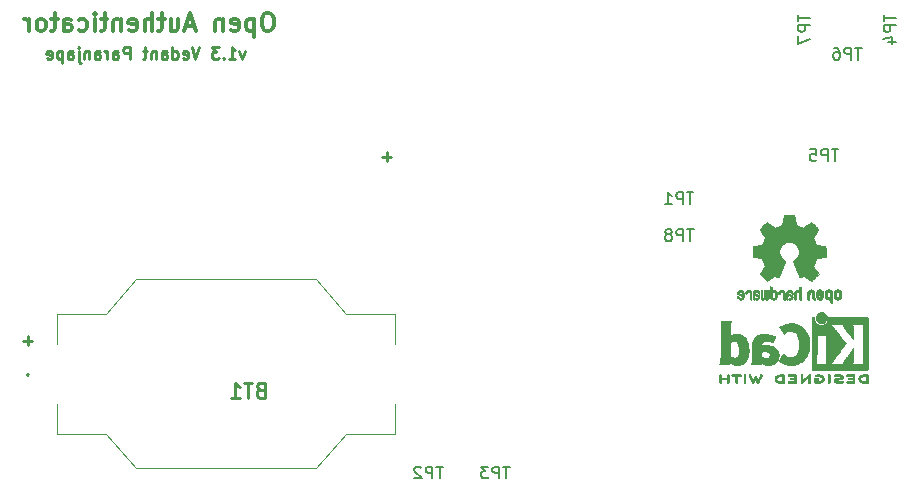
<source format=gbr>
%TF.GenerationSoftware,KiCad,Pcbnew,5.1.8-db9833491~87~ubuntu20.04.1*%
%TF.CreationDate,2020-12-02T18:26:53+05:30*%
%TF.ProjectId,open_authenticator,6f70656e-5f61-4757-9468-656e74696361,v01*%
%TF.SameCoordinates,Original*%
%TF.FileFunction,Legend,Bot*%
%TF.FilePolarity,Positive*%
%FSLAX46Y46*%
G04 Gerber Fmt 4.6, Leading zero omitted, Abs format (unit mm)*
G04 Created by KiCad (PCBNEW 5.1.8-db9833491~87~ubuntu20.04.1) date 2020-12-02 18:26:53*
%MOMM*%
%LPD*%
G01*
G04 APERTURE LIST*
%ADD10C,0.250000*%
%ADD11C,0.300000*%
%ADD12C,0.010000*%
%ADD13C,0.200000*%
%ADD14C,0.100000*%
%ADD15C,0.150000*%
%ADD16C,0.254000*%
G04 APERTURE END LIST*
D10*
X91313047Y-109224771D02*
X92074952Y-109224771D01*
X91694000Y-108843819D02*
X91694000Y-109605723D01*
X121691447Y-93629171D02*
X122453352Y-93629171D01*
X122072400Y-93248219D02*
X122072400Y-94010123D01*
X110078571Y-84685714D02*
X109840476Y-85352380D01*
X109602380Y-84685714D01*
X108697619Y-85352380D02*
X109269047Y-85352380D01*
X108983333Y-85352380D02*
X108983333Y-84352380D01*
X109078571Y-84495238D01*
X109173809Y-84590476D01*
X109269047Y-84638095D01*
X108269047Y-85257142D02*
X108221428Y-85304761D01*
X108269047Y-85352380D01*
X108316666Y-85304761D01*
X108269047Y-85257142D01*
X108269047Y-85352380D01*
X107888095Y-84352380D02*
X107269047Y-84352380D01*
X107602380Y-84733333D01*
X107459523Y-84733333D01*
X107364285Y-84780952D01*
X107316666Y-84828571D01*
X107269047Y-84923809D01*
X107269047Y-85161904D01*
X107316666Y-85257142D01*
X107364285Y-85304761D01*
X107459523Y-85352380D01*
X107745238Y-85352380D01*
X107840476Y-85304761D01*
X107888095Y-85257142D01*
X106221428Y-84352380D02*
X105888095Y-85352380D01*
X105554761Y-84352380D01*
X104840476Y-85304761D02*
X104935714Y-85352380D01*
X105126190Y-85352380D01*
X105221428Y-85304761D01*
X105269047Y-85209523D01*
X105269047Y-84828571D01*
X105221428Y-84733333D01*
X105126190Y-84685714D01*
X104935714Y-84685714D01*
X104840476Y-84733333D01*
X104792857Y-84828571D01*
X104792857Y-84923809D01*
X105269047Y-85019047D01*
X103935714Y-85352380D02*
X103935714Y-84352380D01*
X103935714Y-85304761D02*
X104030952Y-85352380D01*
X104221428Y-85352380D01*
X104316666Y-85304761D01*
X104364285Y-85257142D01*
X104411904Y-85161904D01*
X104411904Y-84876190D01*
X104364285Y-84780952D01*
X104316666Y-84733333D01*
X104221428Y-84685714D01*
X104030952Y-84685714D01*
X103935714Y-84733333D01*
X103030952Y-85352380D02*
X103030952Y-84828571D01*
X103078571Y-84733333D01*
X103173809Y-84685714D01*
X103364285Y-84685714D01*
X103459523Y-84733333D01*
X103030952Y-85304761D02*
X103126190Y-85352380D01*
X103364285Y-85352380D01*
X103459523Y-85304761D01*
X103507142Y-85209523D01*
X103507142Y-85114285D01*
X103459523Y-85019047D01*
X103364285Y-84971428D01*
X103126190Y-84971428D01*
X103030952Y-84923809D01*
X102554761Y-84685714D02*
X102554761Y-85352380D01*
X102554761Y-84780952D02*
X102507142Y-84733333D01*
X102411904Y-84685714D01*
X102269047Y-84685714D01*
X102173809Y-84733333D01*
X102126190Y-84828571D01*
X102126190Y-85352380D01*
X101792857Y-84685714D02*
X101411904Y-84685714D01*
X101650000Y-84352380D02*
X101650000Y-85209523D01*
X101602380Y-85304761D01*
X101507142Y-85352380D01*
X101411904Y-85352380D01*
X100316666Y-85352380D02*
X100316666Y-84352380D01*
X99935714Y-84352380D01*
X99840476Y-84400000D01*
X99792857Y-84447619D01*
X99745238Y-84542857D01*
X99745238Y-84685714D01*
X99792857Y-84780952D01*
X99840476Y-84828571D01*
X99935714Y-84876190D01*
X100316666Y-84876190D01*
X98888095Y-85352380D02*
X98888095Y-84828571D01*
X98935714Y-84733333D01*
X99030952Y-84685714D01*
X99221428Y-84685714D01*
X99316666Y-84733333D01*
X98888095Y-85304761D02*
X98983333Y-85352380D01*
X99221428Y-85352380D01*
X99316666Y-85304761D01*
X99364285Y-85209523D01*
X99364285Y-85114285D01*
X99316666Y-85019047D01*
X99221428Y-84971428D01*
X98983333Y-84971428D01*
X98888095Y-84923809D01*
X98411904Y-85352380D02*
X98411904Y-84685714D01*
X98411904Y-84876190D02*
X98364285Y-84780952D01*
X98316666Y-84733333D01*
X98221428Y-84685714D01*
X98126190Y-84685714D01*
X97364285Y-85352380D02*
X97364285Y-84828571D01*
X97411904Y-84733333D01*
X97507142Y-84685714D01*
X97697619Y-84685714D01*
X97792857Y-84733333D01*
X97364285Y-85304761D02*
X97459523Y-85352380D01*
X97697619Y-85352380D01*
X97792857Y-85304761D01*
X97840476Y-85209523D01*
X97840476Y-85114285D01*
X97792857Y-85019047D01*
X97697619Y-84971428D01*
X97459523Y-84971428D01*
X97364285Y-84923809D01*
X96888095Y-84685714D02*
X96888095Y-85352380D01*
X96888095Y-84780952D02*
X96840476Y-84733333D01*
X96745238Y-84685714D01*
X96602380Y-84685714D01*
X96507142Y-84733333D01*
X96459523Y-84828571D01*
X96459523Y-85352380D01*
X95983333Y-84685714D02*
X95983333Y-85542857D01*
X96030952Y-85638095D01*
X96126190Y-85685714D01*
X96173809Y-85685714D01*
X95983333Y-84352380D02*
X96030952Y-84400000D01*
X95983333Y-84447619D01*
X95935714Y-84400000D01*
X95983333Y-84352380D01*
X95983333Y-84447619D01*
X95078571Y-85352380D02*
X95078571Y-84828571D01*
X95126190Y-84733333D01*
X95221428Y-84685714D01*
X95411904Y-84685714D01*
X95507142Y-84733333D01*
X95078571Y-85304761D02*
X95173809Y-85352380D01*
X95411904Y-85352380D01*
X95507142Y-85304761D01*
X95554761Y-85209523D01*
X95554761Y-85114285D01*
X95507142Y-85019047D01*
X95411904Y-84971428D01*
X95173809Y-84971428D01*
X95078571Y-84923809D01*
X94602380Y-84685714D02*
X94602380Y-85685714D01*
X94602380Y-84733333D02*
X94507142Y-84685714D01*
X94316666Y-84685714D01*
X94221428Y-84733333D01*
X94173809Y-84780952D01*
X94126190Y-84876190D01*
X94126190Y-85161904D01*
X94173809Y-85257142D01*
X94221428Y-85304761D01*
X94316666Y-85352380D01*
X94507142Y-85352380D01*
X94602380Y-85304761D01*
X93316666Y-85304761D02*
X93411904Y-85352380D01*
X93602380Y-85352380D01*
X93697619Y-85304761D01*
X93745238Y-85209523D01*
X93745238Y-84828571D01*
X93697619Y-84733333D01*
X93602380Y-84685714D01*
X93411904Y-84685714D01*
X93316666Y-84733333D01*
X93269047Y-84828571D01*
X93269047Y-84923809D01*
X93745238Y-85019047D01*
D11*
X112142857Y-81478571D02*
X111857142Y-81478571D01*
X111714285Y-81550000D01*
X111571428Y-81692857D01*
X111500000Y-81978571D01*
X111500000Y-82478571D01*
X111571428Y-82764285D01*
X111714285Y-82907142D01*
X111857142Y-82978571D01*
X112142857Y-82978571D01*
X112285714Y-82907142D01*
X112428571Y-82764285D01*
X112500000Y-82478571D01*
X112500000Y-81978571D01*
X112428571Y-81692857D01*
X112285714Y-81550000D01*
X112142857Y-81478571D01*
X110857142Y-81978571D02*
X110857142Y-83478571D01*
X110857142Y-82050000D02*
X110714285Y-81978571D01*
X110428571Y-81978571D01*
X110285714Y-82050000D01*
X110214285Y-82121428D01*
X110142857Y-82264285D01*
X110142857Y-82692857D01*
X110214285Y-82835714D01*
X110285714Y-82907142D01*
X110428571Y-82978571D01*
X110714285Y-82978571D01*
X110857142Y-82907142D01*
X108928571Y-82907142D02*
X109071428Y-82978571D01*
X109357142Y-82978571D01*
X109500000Y-82907142D01*
X109571428Y-82764285D01*
X109571428Y-82192857D01*
X109500000Y-82050000D01*
X109357142Y-81978571D01*
X109071428Y-81978571D01*
X108928571Y-82050000D01*
X108857142Y-82192857D01*
X108857142Y-82335714D01*
X109571428Y-82478571D01*
X108214285Y-81978571D02*
X108214285Y-82978571D01*
X108214285Y-82121428D02*
X108142857Y-82050000D01*
X108000000Y-81978571D01*
X107785714Y-81978571D01*
X107642857Y-82050000D01*
X107571428Y-82192857D01*
X107571428Y-82978571D01*
X105785714Y-82550000D02*
X105071428Y-82550000D01*
X105928571Y-82978571D02*
X105428571Y-81478571D01*
X104928571Y-82978571D01*
X103785714Y-81978571D02*
X103785714Y-82978571D01*
X104428571Y-81978571D02*
X104428571Y-82764285D01*
X104357142Y-82907142D01*
X104214285Y-82978571D01*
X104000000Y-82978571D01*
X103857142Y-82907142D01*
X103785714Y-82835714D01*
X103285714Y-81978571D02*
X102714285Y-81978571D01*
X103071428Y-81478571D02*
X103071428Y-82764285D01*
X103000000Y-82907142D01*
X102857142Y-82978571D01*
X102714285Y-82978571D01*
X102214285Y-82978571D02*
X102214285Y-81478571D01*
X101571428Y-82978571D02*
X101571428Y-82192857D01*
X101642857Y-82050000D01*
X101785714Y-81978571D01*
X102000000Y-81978571D01*
X102142857Y-82050000D01*
X102214285Y-82121428D01*
X100285714Y-82907142D02*
X100428571Y-82978571D01*
X100714285Y-82978571D01*
X100857142Y-82907142D01*
X100928571Y-82764285D01*
X100928571Y-82192857D01*
X100857142Y-82050000D01*
X100714285Y-81978571D01*
X100428571Y-81978571D01*
X100285714Y-82050000D01*
X100214285Y-82192857D01*
X100214285Y-82335714D01*
X100928571Y-82478571D01*
X99571428Y-81978571D02*
X99571428Y-82978571D01*
X99571428Y-82121428D02*
X99500000Y-82050000D01*
X99357142Y-81978571D01*
X99142857Y-81978571D01*
X99000000Y-82050000D01*
X98928571Y-82192857D01*
X98928571Y-82978571D01*
X98428571Y-81978571D02*
X97857142Y-81978571D01*
X98214285Y-81478571D02*
X98214285Y-82764285D01*
X98142857Y-82907142D01*
X98000000Y-82978571D01*
X97857142Y-82978571D01*
X97357142Y-82978571D02*
X97357142Y-81978571D01*
X97357142Y-81478571D02*
X97428571Y-81550000D01*
X97357142Y-81621428D01*
X97285714Y-81550000D01*
X97357142Y-81478571D01*
X97357142Y-81621428D01*
X96000000Y-82907142D02*
X96142857Y-82978571D01*
X96428571Y-82978571D01*
X96571428Y-82907142D01*
X96642857Y-82835714D01*
X96714285Y-82692857D01*
X96714285Y-82264285D01*
X96642857Y-82121428D01*
X96571428Y-82050000D01*
X96428571Y-81978571D01*
X96142857Y-81978571D01*
X96000000Y-82050000D01*
X94714285Y-82978571D02*
X94714285Y-82192857D01*
X94785714Y-82050000D01*
X94928571Y-81978571D01*
X95214285Y-81978571D01*
X95357142Y-82050000D01*
X94714285Y-82907142D02*
X94857142Y-82978571D01*
X95214285Y-82978571D01*
X95357142Y-82907142D01*
X95428571Y-82764285D01*
X95428571Y-82621428D01*
X95357142Y-82478571D01*
X95214285Y-82407142D01*
X94857142Y-82407142D01*
X94714285Y-82335714D01*
X94214285Y-81978571D02*
X93642857Y-81978571D01*
X94000000Y-81478571D02*
X94000000Y-82764285D01*
X93928571Y-82907142D01*
X93785714Y-82978571D01*
X93642857Y-82978571D01*
X92928571Y-82978571D02*
X93071428Y-82907142D01*
X93142857Y-82835714D01*
X93214285Y-82692857D01*
X93214285Y-82264285D01*
X93142857Y-82121428D01*
X93071428Y-82050000D01*
X92928571Y-81978571D01*
X92714285Y-81978571D01*
X92571428Y-82050000D01*
X92500000Y-82121428D01*
X92428571Y-82264285D01*
X92428571Y-82692857D01*
X92500000Y-82835714D01*
X92571428Y-82907142D01*
X92714285Y-82978571D01*
X92928571Y-82978571D01*
X91785714Y-82978571D02*
X91785714Y-81978571D01*
X91785714Y-82264285D02*
X91714285Y-82121428D01*
X91642857Y-82050000D01*
X91500000Y-81978571D01*
X91357142Y-81978571D01*
D12*
%TO.C,REF\u002A\u002A*%
G36*
X150298677Y-112066033D02*
G01*
X150267298Y-112088276D01*
X150239589Y-112115985D01*
X150239589Y-112425420D01*
X150239662Y-112517299D01*
X150240005Y-112589340D01*
X150240808Y-112644280D01*
X150242259Y-112684860D01*
X150244548Y-112713817D01*
X150247864Y-112733891D01*
X150252395Y-112747821D01*
X150258331Y-112758345D01*
X150262986Y-112764600D01*
X150293717Y-112789173D01*
X150329004Y-112791841D01*
X150361255Y-112776771D01*
X150371912Y-112767874D01*
X150379036Y-112756057D01*
X150383333Y-112737026D01*
X150385509Y-112706492D01*
X150386272Y-112660162D01*
X150386345Y-112624371D01*
X150386345Y-112489545D01*
X150883056Y-112489545D01*
X150883056Y-112612200D01*
X150883569Y-112668287D01*
X150885624Y-112706833D01*
X150889992Y-112732861D01*
X150897444Y-112751397D01*
X150906453Y-112764600D01*
X150937356Y-112789104D01*
X150972304Y-112792006D01*
X151005762Y-112774589D01*
X151014896Y-112765459D01*
X151021348Y-112753355D01*
X151025603Y-112734501D01*
X151028148Y-112705120D01*
X151029471Y-112661437D01*
X151030057Y-112599675D01*
X151030125Y-112585500D01*
X151030609Y-112469131D01*
X151030859Y-112373227D01*
X151030777Y-112295677D01*
X151030269Y-112234369D01*
X151029238Y-112187190D01*
X151027587Y-112152030D01*
X151025221Y-112126776D01*
X151022043Y-112109317D01*
X151017956Y-112097541D01*
X151012866Y-112089335D01*
X151007234Y-112083145D01*
X150975372Y-112063344D01*
X150942143Y-112066033D01*
X150910765Y-112088276D01*
X150898067Y-112102626D01*
X150889974Y-112118478D01*
X150885458Y-112141054D01*
X150883494Y-112175578D01*
X150883056Y-112227276D01*
X150883056Y-112342789D01*
X150386345Y-112342789D01*
X150386345Y-112224256D01*
X150385838Y-112169648D01*
X150383802Y-112132775D01*
X150379465Y-112108807D01*
X150372053Y-112092915D01*
X150363767Y-112083145D01*
X150331906Y-112063344D01*
X150298677Y-112066033D01*
G37*
X150298677Y-112066033D02*
X150267298Y-112088276D01*
X150239589Y-112115985D01*
X150239589Y-112425420D01*
X150239662Y-112517299D01*
X150240005Y-112589340D01*
X150240808Y-112644280D01*
X150242259Y-112684860D01*
X150244548Y-112713817D01*
X150247864Y-112733891D01*
X150252395Y-112747821D01*
X150258331Y-112758345D01*
X150262986Y-112764600D01*
X150293717Y-112789173D01*
X150329004Y-112791841D01*
X150361255Y-112776771D01*
X150371912Y-112767874D01*
X150379036Y-112756057D01*
X150383333Y-112737026D01*
X150385509Y-112706492D01*
X150386272Y-112660162D01*
X150386345Y-112624371D01*
X150386345Y-112489545D01*
X150883056Y-112489545D01*
X150883056Y-112612200D01*
X150883569Y-112668287D01*
X150885624Y-112706833D01*
X150889992Y-112732861D01*
X150897444Y-112751397D01*
X150906453Y-112764600D01*
X150937356Y-112789104D01*
X150972304Y-112792006D01*
X151005762Y-112774589D01*
X151014896Y-112765459D01*
X151021348Y-112753355D01*
X151025603Y-112734501D01*
X151028148Y-112705120D01*
X151029471Y-112661437D01*
X151030057Y-112599675D01*
X151030125Y-112585500D01*
X151030609Y-112469131D01*
X151030859Y-112373227D01*
X151030777Y-112295677D01*
X151030269Y-112234369D01*
X151029238Y-112187190D01*
X151027587Y-112152030D01*
X151025221Y-112126776D01*
X151022043Y-112109317D01*
X151017956Y-112097541D01*
X151012866Y-112089335D01*
X151007234Y-112083145D01*
X150975372Y-112063344D01*
X150942143Y-112066033D01*
X150910765Y-112088276D01*
X150898067Y-112102626D01*
X150889974Y-112118478D01*
X150885458Y-112141054D01*
X150883494Y-112175578D01*
X150883056Y-112227276D01*
X150883056Y-112342789D01*
X150386345Y-112342789D01*
X150386345Y-112224256D01*
X150385838Y-112169648D01*
X150383802Y-112132775D01*
X150379465Y-112108807D01*
X150372053Y-112092915D01*
X150363767Y-112083145D01*
X150331906Y-112063344D01*
X150298677Y-112066033D01*
G36*
X151564435Y-112060663D02*
G01*
X151485728Y-112061042D01*
X151424637Y-112061833D01*
X151378683Y-112063170D01*
X151345386Y-112065183D01*
X151322264Y-112068006D01*
X151306838Y-112071769D01*
X151296629Y-112076605D01*
X151291687Y-112080322D01*
X151266043Y-112112858D01*
X151262941Y-112146638D01*
X151278789Y-112177326D01*
X151289152Y-112189589D01*
X151300304Y-112197950D01*
X151316465Y-112203157D01*
X151341858Y-112205957D01*
X151380702Y-112207096D01*
X151437220Y-112207321D01*
X151448320Y-112207322D01*
X151594256Y-112207322D01*
X151594256Y-112478256D01*
X151594352Y-112563654D01*
X151594789Y-112629364D01*
X151595788Y-112678274D01*
X151597572Y-112713273D01*
X151600363Y-112737249D01*
X151604383Y-112753093D01*
X151609855Y-112763691D01*
X151616834Y-112771767D01*
X151649766Y-112791612D01*
X151684146Y-112790048D01*
X151715324Y-112767406D01*
X151717614Y-112764600D01*
X151725071Y-112753992D01*
X151730753Y-112741581D01*
X151734899Y-112724350D01*
X151737750Y-112699284D01*
X151739546Y-112663367D01*
X151740528Y-112613583D01*
X151740936Y-112546917D01*
X151741011Y-112471089D01*
X151741011Y-112207322D01*
X151880373Y-112207322D01*
X151940178Y-112206918D01*
X151981582Y-112205340D01*
X152008752Y-112202047D01*
X152025854Y-112196492D01*
X152037057Y-112188131D01*
X152038417Y-112186678D01*
X152054775Y-112153439D01*
X152053328Y-112115862D01*
X152034522Y-112083145D01*
X152027250Y-112076798D01*
X152017873Y-112071766D01*
X152003891Y-112067896D01*
X151982804Y-112065037D01*
X151952111Y-112063035D01*
X151909311Y-112061739D01*
X151851905Y-112060998D01*
X151777390Y-112060658D01*
X151683267Y-112060568D01*
X151663240Y-112060567D01*
X151564435Y-112060663D01*
G37*
X151564435Y-112060663D02*
X151485728Y-112061042D01*
X151424637Y-112061833D01*
X151378683Y-112063170D01*
X151345386Y-112065183D01*
X151322264Y-112068006D01*
X151306838Y-112071769D01*
X151296629Y-112076605D01*
X151291687Y-112080322D01*
X151266043Y-112112858D01*
X151262941Y-112146638D01*
X151278789Y-112177326D01*
X151289152Y-112189589D01*
X151300304Y-112197950D01*
X151316465Y-112203157D01*
X151341858Y-112205957D01*
X151380702Y-112207096D01*
X151437220Y-112207321D01*
X151448320Y-112207322D01*
X151594256Y-112207322D01*
X151594256Y-112478256D01*
X151594352Y-112563654D01*
X151594789Y-112629364D01*
X151595788Y-112678274D01*
X151597572Y-112713273D01*
X151600363Y-112737249D01*
X151604383Y-112753093D01*
X151609855Y-112763691D01*
X151616834Y-112771767D01*
X151649766Y-112791612D01*
X151684146Y-112790048D01*
X151715324Y-112767406D01*
X151717614Y-112764600D01*
X151725071Y-112753992D01*
X151730753Y-112741581D01*
X151734899Y-112724350D01*
X151737750Y-112699284D01*
X151739546Y-112663367D01*
X151740528Y-112613583D01*
X151740936Y-112546917D01*
X151741011Y-112471089D01*
X151741011Y-112207322D01*
X151880373Y-112207322D01*
X151940178Y-112206918D01*
X151981582Y-112205340D01*
X152008752Y-112202047D01*
X152025854Y-112196492D01*
X152037057Y-112188131D01*
X152038417Y-112186678D01*
X152054775Y-112153439D01*
X152053328Y-112115862D01*
X152034522Y-112083145D01*
X152027250Y-112076798D01*
X152017873Y-112071766D01*
X152003891Y-112067896D01*
X151982804Y-112065037D01*
X151952111Y-112063035D01*
X151909311Y-112061739D01*
X151851905Y-112060998D01*
X151777390Y-112060658D01*
X151683267Y-112060568D01*
X151663240Y-112060567D01*
X151564435Y-112060663D01*
G36*
X152338886Y-112067377D02*
G01*
X152315173Y-112082147D01*
X152288522Y-112103727D01*
X152288522Y-112425273D01*
X152288607Y-112519330D01*
X152288971Y-112593432D01*
X152289776Y-112650204D01*
X152291187Y-112692268D01*
X152293367Y-112722248D01*
X152296479Y-112742767D01*
X152300686Y-112756449D01*
X152306152Y-112765916D01*
X152310028Y-112770582D01*
X152341466Y-112791075D01*
X152377267Y-112790239D01*
X152408627Y-112772764D01*
X152435278Y-112751184D01*
X152435278Y-112103727D01*
X152408627Y-112082147D01*
X152382906Y-112066449D01*
X152361900Y-112060567D01*
X152338886Y-112067377D01*
G37*
X152338886Y-112067377D02*
X152315173Y-112082147D01*
X152288522Y-112103727D01*
X152288522Y-112425273D01*
X152288607Y-112519330D01*
X152288971Y-112593432D01*
X152289776Y-112650204D01*
X152291187Y-112692268D01*
X152293367Y-112722248D01*
X152296479Y-112742767D01*
X152300686Y-112756449D01*
X152306152Y-112765916D01*
X152310028Y-112770582D01*
X152341466Y-112791075D01*
X152377267Y-112790239D01*
X152408627Y-112772764D01*
X152435278Y-112751184D01*
X152435278Y-112103727D01*
X152408627Y-112082147D01*
X152382906Y-112066449D01*
X152361900Y-112060567D01*
X152338886Y-112067377D01*
G36*
X152782835Y-112062534D02*
G01*
X152763245Y-112069535D01*
X152762490Y-112069877D01*
X152735887Y-112090178D01*
X152721230Y-112111061D01*
X152718362Y-112120852D01*
X152718504Y-112133861D01*
X152722539Y-112152395D01*
X152731354Y-112178757D01*
X152745831Y-112215252D01*
X152766855Y-112264187D01*
X152795312Y-112327865D01*
X152832085Y-112408593D01*
X152852325Y-112452716D01*
X152888875Y-112531485D01*
X152923185Y-112603923D01*
X152953948Y-112667380D01*
X152979852Y-112719208D01*
X152999590Y-112756759D01*
X153011850Y-112777384D01*
X153014276Y-112780233D01*
X153045317Y-112792802D01*
X153080379Y-112791119D01*
X153108500Y-112775832D01*
X153109646Y-112774589D01*
X153120832Y-112757654D01*
X153139596Y-112724670D01*
X153163625Y-112679880D01*
X153190603Y-112627532D01*
X153200299Y-112608242D01*
X153273486Y-112461650D01*
X153353260Y-112620893D01*
X153381733Y-112675915D01*
X153408150Y-112723632D01*
X153430352Y-112760393D01*
X153446181Y-112782544D01*
X153451546Y-112787241D01*
X153493243Y-112793602D01*
X153527651Y-112780233D01*
X153537772Y-112765946D01*
X153555286Y-112734192D01*
X153578765Y-112688097D01*
X153606780Y-112630785D01*
X153637901Y-112565380D01*
X153670701Y-112495007D01*
X153703750Y-112422791D01*
X153735619Y-112351855D01*
X153764881Y-112285325D01*
X153790105Y-112226326D01*
X153809864Y-112177981D01*
X153822728Y-112143415D01*
X153827269Y-112125753D01*
X153827223Y-112125113D01*
X153816174Y-112102888D01*
X153794090Y-112080253D01*
X153792790Y-112079268D01*
X153765647Y-112063925D01*
X153740542Y-112064074D01*
X153731132Y-112066966D01*
X153719666Y-112073218D01*
X153707490Y-112085514D01*
X153693143Y-112106408D01*
X153675164Y-112138449D01*
X153652093Y-112184188D01*
X153622470Y-112246177D01*
X153595755Y-112303398D01*
X153565020Y-112369726D01*
X153537479Y-112429374D01*
X153514562Y-112479225D01*
X153497702Y-112516164D01*
X153488327Y-112537073D01*
X153486960Y-112540345D01*
X153480811Y-112534997D01*
X153466678Y-112512609D01*
X153446443Y-112476446D01*
X153421985Y-112429777D01*
X153412252Y-112410522D01*
X153379283Y-112345504D01*
X153353857Y-112298154D01*
X153333888Y-112265719D01*
X153317290Y-112245446D01*
X153301976Y-112234582D01*
X153285860Y-112230375D01*
X153275357Y-112229900D01*
X153256830Y-112231542D01*
X153240596Y-112238331D01*
X153224465Y-112253066D01*
X153206249Y-112278544D01*
X153183761Y-112317561D01*
X153154811Y-112372914D01*
X153138838Y-112404403D01*
X153112930Y-112454587D01*
X153090333Y-112496204D01*
X153073042Y-112525742D01*
X153063050Y-112539689D01*
X153061691Y-112540270D01*
X153055239Y-112529293D01*
X153040792Y-112500790D01*
X153019797Y-112457744D01*
X152993703Y-112403138D01*
X152963954Y-112339954D01*
X152949320Y-112308571D01*
X152911250Y-112227578D01*
X152880595Y-112165256D01*
X152855763Y-112119571D01*
X152835163Y-112088489D01*
X152817202Y-112069978D01*
X152800290Y-112062004D01*
X152782835Y-112062534D01*
G37*
X152782835Y-112062534D02*
X152763245Y-112069535D01*
X152762490Y-112069877D01*
X152735887Y-112090178D01*
X152721230Y-112111061D01*
X152718362Y-112120852D01*
X152718504Y-112133861D01*
X152722539Y-112152395D01*
X152731354Y-112178757D01*
X152745831Y-112215252D01*
X152766855Y-112264187D01*
X152795312Y-112327865D01*
X152832085Y-112408593D01*
X152852325Y-112452716D01*
X152888875Y-112531485D01*
X152923185Y-112603923D01*
X152953948Y-112667380D01*
X152979852Y-112719208D01*
X152999590Y-112756759D01*
X153011850Y-112777384D01*
X153014276Y-112780233D01*
X153045317Y-112792802D01*
X153080379Y-112791119D01*
X153108500Y-112775832D01*
X153109646Y-112774589D01*
X153120832Y-112757654D01*
X153139596Y-112724670D01*
X153163625Y-112679880D01*
X153190603Y-112627532D01*
X153200299Y-112608242D01*
X153273486Y-112461650D01*
X153353260Y-112620893D01*
X153381733Y-112675915D01*
X153408150Y-112723632D01*
X153430352Y-112760393D01*
X153446181Y-112782544D01*
X153451546Y-112787241D01*
X153493243Y-112793602D01*
X153527651Y-112780233D01*
X153537772Y-112765946D01*
X153555286Y-112734192D01*
X153578765Y-112688097D01*
X153606780Y-112630785D01*
X153637901Y-112565380D01*
X153670701Y-112495007D01*
X153703750Y-112422791D01*
X153735619Y-112351855D01*
X153764881Y-112285325D01*
X153790105Y-112226326D01*
X153809864Y-112177981D01*
X153822728Y-112143415D01*
X153827269Y-112125753D01*
X153827223Y-112125113D01*
X153816174Y-112102888D01*
X153794090Y-112080253D01*
X153792790Y-112079268D01*
X153765647Y-112063925D01*
X153740542Y-112064074D01*
X153731132Y-112066966D01*
X153719666Y-112073218D01*
X153707490Y-112085514D01*
X153693143Y-112106408D01*
X153675164Y-112138449D01*
X153652093Y-112184188D01*
X153622470Y-112246177D01*
X153595755Y-112303398D01*
X153565020Y-112369726D01*
X153537479Y-112429374D01*
X153514562Y-112479225D01*
X153497702Y-112516164D01*
X153488327Y-112537073D01*
X153486960Y-112540345D01*
X153480811Y-112534997D01*
X153466678Y-112512609D01*
X153446443Y-112476446D01*
X153421985Y-112429777D01*
X153412252Y-112410522D01*
X153379283Y-112345504D01*
X153353857Y-112298154D01*
X153333888Y-112265719D01*
X153317290Y-112245446D01*
X153301976Y-112234582D01*
X153285860Y-112230375D01*
X153275357Y-112229900D01*
X153256830Y-112231542D01*
X153240596Y-112238331D01*
X153224465Y-112253066D01*
X153206249Y-112278544D01*
X153183761Y-112317561D01*
X153154811Y-112372914D01*
X153138838Y-112404403D01*
X153112930Y-112454587D01*
X153090333Y-112496204D01*
X153073042Y-112525742D01*
X153063050Y-112539689D01*
X153061691Y-112540270D01*
X153055239Y-112529293D01*
X153040792Y-112500790D01*
X153019797Y-112457744D01*
X152993703Y-112403138D01*
X152963954Y-112339954D01*
X152949320Y-112308571D01*
X152911250Y-112227578D01*
X152880595Y-112165256D01*
X152855763Y-112119571D01*
X152835163Y-112088489D01*
X152817202Y-112069978D01*
X152800290Y-112062004D01*
X152782835Y-112062534D01*
G36*
X155509191Y-112060775D02*
G01*
X155380212Y-112065136D01*
X155270509Y-112078361D01*
X155178274Y-112101241D01*
X155101698Y-112134570D01*
X155038973Y-112179138D01*
X154988288Y-112235736D01*
X154947837Y-112305158D01*
X154947041Y-112306851D01*
X154922899Y-112368983D01*
X154914297Y-112424009D01*
X154921269Y-112479387D01*
X154943846Y-112542573D01*
X154948128Y-112552189D01*
X154977328Y-112608466D01*
X155010144Y-112651951D01*
X155052498Y-112688917D01*
X155110310Y-112725635D01*
X155113669Y-112727552D01*
X155163996Y-112751727D01*
X155220879Y-112769782D01*
X155287973Y-112782339D01*
X155368935Y-112790022D01*
X155467418Y-112793453D01*
X155502214Y-112793751D01*
X155667906Y-112794345D01*
X155691303Y-112764600D01*
X155698243Y-112754819D01*
X155703658Y-112743397D01*
X155707735Y-112727595D01*
X155710663Y-112704675D01*
X155712633Y-112671896D01*
X155713275Y-112647589D01*
X155556656Y-112647589D01*
X155462774Y-112647589D01*
X155407836Y-112645983D01*
X155351440Y-112641755D01*
X155305155Y-112635792D01*
X155302361Y-112635290D01*
X155220152Y-112613236D01*
X155156386Y-112580100D01*
X155109048Y-112534347D01*
X155076118Y-112474439D01*
X155070392Y-112458561D01*
X155064779Y-112433833D01*
X155067209Y-112409402D01*
X155079033Y-112376900D01*
X155086160Y-112360934D01*
X155109500Y-112318506D01*
X155137620Y-112288740D01*
X155168560Y-112268011D01*
X155230534Y-112241037D01*
X155309849Y-112221498D01*
X155402247Y-112210246D01*
X155469167Y-112207770D01*
X155556656Y-112207322D01*
X155556656Y-112647589D01*
X155713275Y-112647589D01*
X155713832Y-112626521D01*
X155714450Y-112565811D01*
X155714675Y-112487026D01*
X155714700Y-112425420D01*
X155714700Y-112115985D01*
X155686991Y-112088276D01*
X155674694Y-112077044D01*
X155661397Y-112069353D01*
X155642828Y-112064540D01*
X155614714Y-112061946D01*
X155572783Y-112060910D01*
X155512763Y-112060770D01*
X155509191Y-112060775D01*
G37*
X155509191Y-112060775D02*
X155380212Y-112065136D01*
X155270509Y-112078361D01*
X155178274Y-112101241D01*
X155101698Y-112134570D01*
X155038973Y-112179138D01*
X154988288Y-112235736D01*
X154947837Y-112305158D01*
X154947041Y-112306851D01*
X154922899Y-112368983D01*
X154914297Y-112424009D01*
X154921269Y-112479387D01*
X154943846Y-112542573D01*
X154948128Y-112552189D01*
X154977328Y-112608466D01*
X155010144Y-112651951D01*
X155052498Y-112688917D01*
X155110310Y-112725635D01*
X155113669Y-112727552D01*
X155163996Y-112751727D01*
X155220879Y-112769782D01*
X155287973Y-112782339D01*
X155368935Y-112790022D01*
X155467418Y-112793453D01*
X155502214Y-112793751D01*
X155667906Y-112794345D01*
X155691303Y-112764600D01*
X155698243Y-112754819D01*
X155703658Y-112743397D01*
X155707735Y-112727595D01*
X155710663Y-112704675D01*
X155712633Y-112671896D01*
X155713275Y-112647589D01*
X155556656Y-112647589D01*
X155462774Y-112647589D01*
X155407836Y-112645983D01*
X155351440Y-112641755D01*
X155305155Y-112635792D01*
X155302361Y-112635290D01*
X155220152Y-112613236D01*
X155156386Y-112580100D01*
X155109048Y-112534347D01*
X155076118Y-112474439D01*
X155070392Y-112458561D01*
X155064779Y-112433833D01*
X155067209Y-112409402D01*
X155079033Y-112376900D01*
X155086160Y-112360934D01*
X155109500Y-112318506D01*
X155137620Y-112288740D01*
X155168560Y-112268011D01*
X155230534Y-112241037D01*
X155309849Y-112221498D01*
X155402247Y-112210246D01*
X155469167Y-112207770D01*
X155556656Y-112207322D01*
X155556656Y-112647589D01*
X155713275Y-112647589D01*
X155713832Y-112626521D01*
X155714450Y-112565811D01*
X155714675Y-112487026D01*
X155714700Y-112425420D01*
X155714700Y-112115985D01*
X155686991Y-112088276D01*
X155674694Y-112077044D01*
X155661397Y-112069353D01*
X155642828Y-112064540D01*
X155614714Y-112061946D01*
X155572783Y-112060910D01*
X155512763Y-112060770D01*
X155509191Y-112060775D01*
G36*
X156297157Y-112060760D02*
G01*
X156220799Y-112061674D01*
X156162283Y-112063811D01*
X156119245Y-112067675D01*
X156089317Y-112073767D01*
X156070132Y-112082590D01*
X156059324Y-112094646D01*
X156054527Y-112110439D01*
X156053373Y-112130470D01*
X156053367Y-112132835D01*
X156054369Y-112155492D01*
X156059104Y-112173003D01*
X156070167Y-112186074D01*
X156090152Y-112195413D01*
X156121654Y-112201727D01*
X156167268Y-112205722D01*
X156229587Y-112208106D01*
X156311207Y-112209586D01*
X156336223Y-112209914D01*
X156578300Y-112212967D01*
X156581686Y-112277878D01*
X156585071Y-112342789D01*
X156416924Y-112342789D01*
X156351234Y-112343031D01*
X156304328Y-112344056D01*
X156272417Y-112346311D01*
X156251709Y-112350242D01*
X156238416Y-112356298D01*
X156228745Y-112364924D01*
X156228683Y-112364993D01*
X156211144Y-112398612D01*
X156211778Y-112434948D01*
X156230186Y-112465923D01*
X156233829Y-112469107D01*
X156246759Y-112477312D01*
X156264476Y-112483021D01*
X156290930Y-112486662D01*
X156330068Y-112488667D01*
X156385838Y-112489464D01*
X156421506Y-112489545D01*
X156583945Y-112489545D01*
X156583945Y-112647589D01*
X156337339Y-112647589D01*
X156255920Y-112647731D01*
X156194090Y-112648314D01*
X156148863Y-112649568D01*
X156117252Y-112651727D01*
X156096269Y-112655023D01*
X156082927Y-112659689D01*
X156074239Y-112665957D01*
X156072050Y-112668233D01*
X156055886Y-112699780D01*
X156054703Y-112735668D01*
X156067964Y-112766785D01*
X156078457Y-112776771D01*
X156089371Y-112782269D01*
X156106283Y-112786522D01*
X156131867Y-112789680D01*
X156168799Y-112791892D01*
X156219754Y-112793306D01*
X156287406Y-112794072D01*
X156374431Y-112794338D01*
X156394106Y-112794345D01*
X156482589Y-112794287D01*
X156551273Y-112793967D01*
X156602936Y-112793167D01*
X156640355Y-112791667D01*
X156666310Y-112789249D01*
X156683578Y-112785694D01*
X156694938Y-112780782D01*
X156703168Y-112774295D01*
X156707683Y-112769638D01*
X156714479Y-112761389D01*
X156719788Y-112751169D01*
X156723794Y-112736300D01*
X156726679Y-112714102D01*
X156728626Y-112681893D01*
X156729819Y-112636996D01*
X156730439Y-112576728D01*
X156730671Y-112498411D01*
X156730700Y-112432494D01*
X156730629Y-112340128D01*
X156730292Y-112267617D01*
X156729502Y-112212237D01*
X156728074Y-112171265D01*
X156725821Y-112141978D01*
X156722557Y-112121653D01*
X156718096Y-112107566D01*
X156712252Y-112096995D01*
X156707303Y-112090311D01*
X156683906Y-112060567D01*
X156393726Y-112060567D01*
X156297157Y-112060760D01*
G37*
X156297157Y-112060760D02*
X156220799Y-112061674D01*
X156162283Y-112063811D01*
X156119245Y-112067675D01*
X156089317Y-112073767D01*
X156070132Y-112082590D01*
X156059324Y-112094646D01*
X156054527Y-112110439D01*
X156053373Y-112130470D01*
X156053367Y-112132835D01*
X156054369Y-112155492D01*
X156059104Y-112173003D01*
X156070167Y-112186074D01*
X156090152Y-112195413D01*
X156121654Y-112201727D01*
X156167268Y-112205722D01*
X156229587Y-112208106D01*
X156311207Y-112209586D01*
X156336223Y-112209914D01*
X156578300Y-112212967D01*
X156581686Y-112277878D01*
X156585071Y-112342789D01*
X156416924Y-112342789D01*
X156351234Y-112343031D01*
X156304328Y-112344056D01*
X156272417Y-112346311D01*
X156251709Y-112350242D01*
X156238416Y-112356298D01*
X156228745Y-112364924D01*
X156228683Y-112364993D01*
X156211144Y-112398612D01*
X156211778Y-112434948D01*
X156230186Y-112465923D01*
X156233829Y-112469107D01*
X156246759Y-112477312D01*
X156264476Y-112483021D01*
X156290930Y-112486662D01*
X156330068Y-112488667D01*
X156385838Y-112489464D01*
X156421506Y-112489545D01*
X156583945Y-112489545D01*
X156583945Y-112647589D01*
X156337339Y-112647589D01*
X156255920Y-112647731D01*
X156194090Y-112648314D01*
X156148863Y-112649568D01*
X156117252Y-112651727D01*
X156096269Y-112655023D01*
X156082927Y-112659689D01*
X156074239Y-112665957D01*
X156072050Y-112668233D01*
X156055886Y-112699780D01*
X156054703Y-112735668D01*
X156067964Y-112766785D01*
X156078457Y-112776771D01*
X156089371Y-112782269D01*
X156106283Y-112786522D01*
X156131867Y-112789680D01*
X156168799Y-112791892D01*
X156219754Y-112793306D01*
X156287406Y-112794072D01*
X156374431Y-112794338D01*
X156394106Y-112794345D01*
X156482589Y-112794287D01*
X156551273Y-112793967D01*
X156602936Y-112793167D01*
X156640355Y-112791667D01*
X156666310Y-112789249D01*
X156683578Y-112785694D01*
X156694938Y-112780782D01*
X156703168Y-112774295D01*
X156707683Y-112769638D01*
X156714479Y-112761389D01*
X156719788Y-112751169D01*
X156723794Y-112736300D01*
X156726679Y-112714102D01*
X156728626Y-112681893D01*
X156729819Y-112636996D01*
X156730439Y-112576728D01*
X156730671Y-112498411D01*
X156730700Y-112432494D01*
X156730629Y-112340128D01*
X156730292Y-112267617D01*
X156729502Y-112212237D01*
X156728074Y-112171265D01*
X156725821Y-112141978D01*
X156722557Y-112121653D01*
X156718096Y-112107566D01*
X156712252Y-112096995D01*
X156707303Y-112090311D01*
X156683906Y-112060567D01*
X156393726Y-112060567D01*
X156297157Y-112060760D01*
G36*
X157827614Y-112064948D02*
G01*
X157804048Y-112078773D01*
X157773235Y-112101381D01*
X157733578Y-112133838D01*
X157683480Y-112177208D01*
X157621343Y-112232558D01*
X157545572Y-112300951D01*
X157458834Y-112379584D01*
X157278211Y-112543378D01*
X157272567Y-112323529D01*
X157270529Y-112247851D01*
X157268563Y-112191494D01*
X157266234Y-112151206D01*
X157263106Y-112123735D01*
X157258745Y-112105829D01*
X157252716Y-112094237D01*
X157244584Y-112085708D01*
X157240272Y-112082123D01*
X157205741Y-112063170D01*
X157172883Y-112065941D01*
X157146818Y-112082133D01*
X157120167Y-112103699D01*
X157116852Y-112418651D01*
X157115935Y-112511279D01*
X157115468Y-112584044D01*
X157115613Y-112639661D01*
X157116532Y-112680842D01*
X157118387Y-112710303D01*
X157121339Y-112730755D01*
X157125550Y-112744913D01*
X157131182Y-112755491D01*
X157137427Y-112763974D01*
X157150939Y-112779707D01*
X157164383Y-112790136D01*
X157179624Y-112794139D01*
X157198526Y-112790594D01*
X157222955Y-112778379D01*
X157254773Y-112756371D01*
X157295848Y-112723449D01*
X157348042Y-112678491D01*
X157413222Y-112620375D01*
X157487056Y-112553599D01*
X157752345Y-112312958D01*
X157757989Y-112532089D01*
X157760031Y-112607628D01*
X157762002Y-112663854D01*
X157764339Y-112704024D01*
X157767481Y-112731396D01*
X157771864Y-112749228D01*
X157777924Y-112760779D01*
X157786100Y-112769307D01*
X157790284Y-112772782D01*
X157827265Y-112791872D01*
X157862208Y-112788993D01*
X157892636Y-112764600D01*
X157899597Y-112754786D01*
X157905023Y-112743326D01*
X157909103Y-112727468D01*
X157912029Y-112704463D01*
X157913992Y-112671562D01*
X157915183Y-112626016D01*
X157915792Y-112565073D01*
X157916011Y-112485986D01*
X157916034Y-112427456D01*
X157915960Y-112335907D01*
X157915613Y-112264187D01*
X157914801Y-112209545D01*
X157913333Y-112169232D01*
X157911019Y-112140498D01*
X157907667Y-112120593D01*
X157903088Y-112106768D01*
X157897089Y-112096272D01*
X157892636Y-112090311D01*
X157881350Y-112076191D01*
X157870801Y-112065529D01*
X157859393Y-112059392D01*
X157845530Y-112058843D01*
X157827614Y-112064948D01*
G37*
X157827614Y-112064948D02*
X157804048Y-112078773D01*
X157773235Y-112101381D01*
X157733578Y-112133838D01*
X157683480Y-112177208D01*
X157621343Y-112232558D01*
X157545572Y-112300951D01*
X157458834Y-112379584D01*
X157278211Y-112543378D01*
X157272567Y-112323529D01*
X157270529Y-112247851D01*
X157268563Y-112191494D01*
X157266234Y-112151206D01*
X157263106Y-112123735D01*
X157258745Y-112105829D01*
X157252716Y-112094237D01*
X157244584Y-112085708D01*
X157240272Y-112082123D01*
X157205741Y-112063170D01*
X157172883Y-112065941D01*
X157146818Y-112082133D01*
X157120167Y-112103699D01*
X157116852Y-112418651D01*
X157115935Y-112511279D01*
X157115468Y-112584044D01*
X157115613Y-112639661D01*
X157116532Y-112680842D01*
X157118387Y-112710303D01*
X157121339Y-112730755D01*
X157125550Y-112744913D01*
X157131182Y-112755491D01*
X157137427Y-112763974D01*
X157150939Y-112779707D01*
X157164383Y-112790136D01*
X157179624Y-112794139D01*
X157198526Y-112790594D01*
X157222955Y-112778379D01*
X157254773Y-112756371D01*
X157295848Y-112723449D01*
X157348042Y-112678491D01*
X157413222Y-112620375D01*
X157487056Y-112553599D01*
X157752345Y-112312958D01*
X157757989Y-112532089D01*
X157760031Y-112607628D01*
X157762002Y-112663854D01*
X157764339Y-112704024D01*
X157767481Y-112731396D01*
X157771864Y-112749228D01*
X157777924Y-112760779D01*
X157786100Y-112769307D01*
X157790284Y-112772782D01*
X157827265Y-112791872D01*
X157862208Y-112788993D01*
X157892636Y-112764600D01*
X157899597Y-112754786D01*
X157905023Y-112743326D01*
X157909103Y-112727468D01*
X157912029Y-112704463D01*
X157913992Y-112671562D01*
X157915183Y-112626016D01*
X157915792Y-112565073D01*
X157916011Y-112485986D01*
X157916034Y-112427456D01*
X157915960Y-112335907D01*
X157915613Y-112264187D01*
X157914801Y-112209545D01*
X157913333Y-112169232D01*
X157911019Y-112140498D01*
X157907667Y-112120593D01*
X157903088Y-112106768D01*
X157897089Y-112096272D01*
X157892636Y-112090311D01*
X157881350Y-112076191D01*
X157870801Y-112065529D01*
X157859393Y-112059392D01*
X157845530Y-112058843D01*
X157827614Y-112064948D01*
G36*
X158477581Y-112066099D02*
G01*
X158409065Y-112077595D01*
X158356443Y-112095467D01*
X158322208Y-112118999D01*
X158312879Y-112132424D01*
X158303393Y-112163648D01*
X158309777Y-112191895D01*
X158329930Y-112218682D01*
X158361245Y-112231213D01*
X158406683Y-112230196D01*
X158441826Y-112223406D01*
X158519919Y-112210471D01*
X158599726Y-112209242D01*
X158689055Y-112219741D01*
X158713729Y-112224190D01*
X158796791Y-112247608D01*
X158861773Y-112282445D01*
X158907961Y-112328104D01*
X158934645Y-112383994D01*
X158940163Y-112412888D01*
X158936551Y-112471512D01*
X158913229Y-112523379D01*
X158872324Y-112567478D01*
X158815959Y-112602799D01*
X158746260Y-112628329D01*
X158665352Y-112643059D01*
X158575360Y-112645978D01*
X158478410Y-112636075D01*
X158472936Y-112635141D01*
X158434375Y-112627959D01*
X158412994Y-112621021D01*
X158403727Y-112610727D01*
X158401506Y-112593476D01*
X158401456Y-112584341D01*
X158401456Y-112545989D01*
X158469931Y-112545989D01*
X158530400Y-112541847D01*
X158571665Y-112528647D01*
X158595675Y-112505230D01*
X158604377Y-112470436D01*
X158604483Y-112465894D01*
X158599392Y-112436154D01*
X158581933Y-112414919D01*
X158549439Y-112400866D01*
X158499243Y-112392673D01*
X158450623Y-112389661D01*
X158379956Y-112387933D01*
X158328698Y-112390570D01*
X158293739Y-112400300D01*
X158271970Y-112419853D01*
X158260280Y-112451956D01*
X158255560Y-112499338D01*
X158254700Y-112561571D01*
X158256109Y-112631035D01*
X158260348Y-112678286D01*
X158267436Y-112703512D01*
X158268811Y-112705488D01*
X158307728Y-112737008D01*
X158364786Y-112761970D01*
X158436369Y-112779840D01*
X158518858Y-112790086D01*
X158608639Y-112792173D01*
X158702092Y-112785568D01*
X158757056Y-112777456D01*
X158843266Y-112753054D01*
X158923392Y-112713162D01*
X158990477Y-112661387D01*
X159000673Y-112651039D01*
X159033802Y-112607535D01*
X159063694Y-112553618D01*
X159086857Y-112497092D01*
X159099798Y-112445759D01*
X159101358Y-112426044D01*
X159094718Y-112384919D01*
X159077068Y-112333752D01*
X159051797Y-112279894D01*
X159022289Y-112230695D01*
X158996219Y-112197834D01*
X158935265Y-112148952D01*
X158856469Y-112110045D01*
X158762657Y-112081994D01*
X158656650Y-112065679D01*
X158559500Y-112061692D01*
X158477581Y-112066099D01*
G37*
X158477581Y-112066099D02*
X158409065Y-112077595D01*
X158356443Y-112095467D01*
X158322208Y-112118999D01*
X158312879Y-112132424D01*
X158303393Y-112163648D01*
X158309777Y-112191895D01*
X158329930Y-112218682D01*
X158361245Y-112231213D01*
X158406683Y-112230196D01*
X158441826Y-112223406D01*
X158519919Y-112210471D01*
X158599726Y-112209242D01*
X158689055Y-112219741D01*
X158713729Y-112224190D01*
X158796791Y-112247608D01*
X158861773Y-112282445D01*
X158907961Y-112328104D01*
X158934645Y-112383994D01*
X158940163Y-112412888D01*
X158936551Y-112471512D01*
X158913229Y-112523379D01*
X158872324Y-112567478D01*
X158815959Y-112602799D01*
X158746260Y-112628329D01*
X158665352Y-112643059D01*
X158575360Y-112645978D01*
X158478410Y-112636075D01*
X158472936Y-112635141D01*
X158434375Y-112627959D01*
X158412994Y-112621021D01*
X158403727Y-112610727D01*
X158401506Y-112593476D01*
X158401456Y-112584341D01*
X158401456Y-112545989D01*
X158469931Y-112545989D01*
X158530400Y-112541847D01*
X158571665Y-112528647D01*
X158595675Y-112505230D01*
X158604377Y-112470436D01*
X158604483Y-112465894D01*
X158599392Y-112436154D01*
X158581933Y-112414919D01*
X158549439Y-112400866D01*
X158499243Y-112392673D01*
X158450623Y-112389661D01*
X158379956Y-112387933D01*
X158328698Y-112390570D01*
X158293739Y-112400300D01*
X158271970Y-112419853D01*
X158260280Y-112451956D01*
X158255560Y-112499338D01*
X158254700Y-112561571D01*
X158256109Y-112631035D01*
X158260348Y-112678286D01*
X158267436Y-112703512D01*
X158268811Y-112705488D01*
X158307728Y-112737008D01*
X158364786Y-112761970D01*
X158436369Y-112779840D01*
X158518858Y-112790086D01*
X158608639Y-112792173D01*
X158702092Y-112785568D01*
X158757056Y-112777456D01*
X158843266Y-112753054D01*
X158923392Y-112713162D01*
X158990477Y-112661387D01*
X159000673Y-112651039D01*
X159033802Y-112607535D01*
X159063694Y-112553618D01*
X159086857Y-112497092D01*
X159099798Y-112445759D01*
X159101358Y-112426044D01*
X159094718Y-112384919D01*
X159077068Y-112333752D01*
X159051797Y-112279894D01*
X159022289Y-112230695D01*
X158996219Y-112197834D01*
X158935265Y-112148952D01*
X158856469Y-112110045D01*
X158762657Y-112081994D01*
X158656650Y-112065679D01*
X158559500Y-112061692D01*
X158477581Y-112066099D01*
G36*
X159451322Y-112083145D02*
G01*
X159444742Y-112090718D01*
X159439579Y-112100487D01*
X159435664Y-112115071D01*
X159432824Y-112137085D01*
X159430887Y-112169148D01*
X159429683Y-112213875D01*
X159429039Y-112273885D01*
X159428784Y-112351794D01*
X159428745Y-112427456D01*
X159428814Y-112521302D01*
X159429138Y-112595189D01*
X159429886Y-112651732D01*
X159431232Y-112693549D01*
X159433346Y-112723257D01*
X159436400Y-112743473D01*
X159440566Y-112756814D01*
X159446016Y-112765898D01*
X159451322Y-112771767D01*
X159484326Y-112791447D01*
X159519491Y-112789681D01*
X159550955Y-112768217D01*
X159558184Y-112759837D01*
X159563834Y-112750114D01*
X159568099Y-112736361D01*
X159571173Y-112715889D01*
X159573252Y-112686012D01*
X159574530Y-112644041D01*
X159575201Y-112587289D01*
X159575459Y-112513067D01*
X159575500Y-112429037D01*
X159575500Y-112115985D01*
X159547791Y-112088276D01*
X159513637Y-112064963D01*
X159480506Y-112064123D01*
X159451322Y-112083145D01*
G37*
X159451322Y-112083145D02*
X159444742Y-112090718D01*
X159439579Y-112100487D01*
X159435664Y-112115071D01*
X159432824Y-112137085D01*
X159430887Y-112169148D01*
X159429683Y-112213875D01*
X159429039Y-112273885D01*
X159428784Y-112351794D01*
X159428745Y-112427456D01*
X159428814Y-112521302D01*
X159429138Y-112595189D01*
X159429886Y-112651732D01*
X159431232Y-112693549D01*
X159433346Y-112723257D01*
X159436400Y-112743473D01*
X159440566Y-112756814D01*
X159446016Y-112765898D01*
X159451322Y-112771767D01*
X159484326Y-112791447D01*
X159519491Y-112789681D01*
X159550955Y-112768217D01*
X159558184Y-112759837D01*
X159563834Y-112750114D01*
X159568099Y-112736361D01*
X159571173Y-112715889D01*
X159573252Y-112686012D01*
X159574530Y-112644041D01*
X159575201Y-112587289D01*
X159575459Y-112513067D01*
X159575500Y-112429037D01*
X159575500Y-112115985D01*
X159547791Y-112088276D01*
X159513637Y-112064963D01*
X159480506Y-112064123D01*
X159451322Y-112083145D01*
G36*
X160219203Y-112061851D02*
G01*
X160144388Y-112067081D01*
X160074806Y-112075250D01*
X160014502Y-112086050D01*
X159967520Y-112099173D01*
X159937906Y-112114313D01*
X159933360Y-112118769D01*
X159917554Y-112153350D01*
X159922347Y-112188851D01*
X159946864Y-112219225D01*
X159948034Y-112220096D01*
X159962454Y-112229454D01*
X159977508Y-112234376D01*
X159998505Y-112234973D01*
X160030757Y-112231361D01*
X160079573Y-112223654D01*
X160083500Y-112223005D01*
X160156239Y-112214069D01*
X160234717Y-112209661D01*
X160313427Y-112209619D01*
X160386861Y-112213779D01*
X160449511Y-112221979D01*
X160495870Y-112234057D01*
X160498916Y-112235271D01*
X160532548Y-112254115D01*
X160544364Y-112273185D01*
X160535114Y-112291939D01*
X160505547Y-112309837D01*
X160456411Y-112326337D01*
X160388457Y-112340896D01*
X160343145Y-112347906D01*
X160248956Y-112361389D01*
X160174044Y-112373714D01*
X160115217Y-112385949D01*
X160069285Y-112399161D01*
X160033055Y-112414417D01*
X160003338Y-112432785D01*
X159976942Y-112455331D01*
X159955730Y-112477471D01*
X159930565Y-112508319D01*
X159918181Y-112534845D01*
X159914308Y-112567526D01*
X159914167Y-112579495D01*
X159917076Y-112619212D01*
X159928702Y-112648759D01*
X159948823Y-112674986D01*
X159989716Y-112715076D01*
X160035317Y-112745649D01*
X160089013Y-112767703D01*
X160154192Y-112782235D01*
X160234244Y-112790241D01*
X160332557Y-112792718D01*
X160348789Y-112792677D01*
X160414349Y-112791318D01*
X160479366Y-112788230D01*
X160536752Y-112783856D01*
X160579422Y-112778640D01*
X160582872Y-112778041D01*
X160625296Y-112767991D01*
X160661280Y-112755296D01*
X160681650Y-112743690D01*
X160700607Y-112713072D01*
X160701927Y-112677418D01*
X160685585Y-112645644D01*
X160681929Y-112642051D01*
X160666815Y-112631376D01*
X160647915Y-112626776D01*
X160618662Y-112627559D01*
X160583151Y-112631627D01*
X160543470Y-112635262D01*
X160487845Y-112638328D01*
X160422906Y-112640553D01*
X160355285Y-112641664D01*
X160337500Y-112641737D01*
X160269628Y-112641464D01*
X160219954Y-112640146D01*
X160184110Y-112637327D01*
X160157724Y-112632550D01*
X160136426Y-112625357D01*
X160123626Y-112619367D01*
X160095500Y-112602733D01*
X160077568Y-112587668D01*
X160074947Y-112583397D01*
X160080476Y-112565763D01*
X160106760Y-112548692D01*
X160151978Y-112532958D01*
X160214308Y-112519338D01*
X160232671Y-112516304D01*
X160328590Y-112501238D01*
X160405141Y-112488646D01*
X160465280Y-112477611D01*
X160511960Y-112467220D01*
X160548137Y-112456556D01*
X160576765Y-112444705D01*
X160600798Y-112430751D01*
X160623192Y-112413781D01*
X160646902Y-112392878D01*
X160654880Y-112385549D01*
X160682853Y-112358199D01*
X160697660Y-112336529D01*
X160703452Y-112311732D01*
X160704389Y-112280483D01*
X160694075Y-112219205D01*
X160663252Y-112167140D01*
X160612095Y-112124458D01*
X160540783Y-112091325D01*
X160489900Y-112076464D01*
X160434600Y-112066866D01*
X160368353Y-112061436D01*
X160295206Y-112059867D01*
X160219203Y-112061851D01*
G37*
X160219203Y-112061851D02*
X160144388Y-112067081D01*
X160074806Y-112075250D01*
X160014502Y-112086050D01*
X159967520Y-112099173D01*
X159937906Y-112114313D01*
X159933360Y-112118769D01*
X159917554Y-112153350D01*
X159922347Y-112188851D01*
X159946864Y-112219225D01*
X159948034Y-112220096D01*
X159962454Y-112229454D01*
X159977508Y-112234376D01*
X159998505Y-112234973D01*
X160030757Y-112231361D01*
X160079573Y-112223654D01*
X160083500Y-112223005D01*
X160156239Y-112214069D01*
X160234717Y-112209661D01*
X160313427Y-112209619D01*
X160386861Y-112213779D01*
X160449511Y-112221979D01*
X160495870Y-112234057D01*
X160498916Y-112235271D01*
X160532548Y-112254115D01*
X160544364Y-112273185D01*
X160535114Y-112291939D01*
X160505547Y-112309837D01*
X160456411Y-112326337D01*
X160388457Y-112340896D01*
X160343145Y-112347906D01*
X160248956Y-112361389D01*
X160174044Y-112373714D01*
X160115217Y-112385949D01*
X160069285Y-112399161D01*
X160033055Y-112414417D01*
X160003338Y-112432785D01*
X159976942Y-112455331D01*
X159955730Y-112477471D01*
X159930565Y-112508319D01*
X159918181Y-112534845D01*
X159914308Y-112567526D01*
X159914167Y-112579495D01*
X159917076Y-112619212D01*
X159928702Y-112648759D01*
X159948823Y-112674986D01*
X159989716Y-112715076D01*
X160035317Y-112745649D01*
X160089013Y-112767703D01*
X160154192Y-112782235D01*
X160234244Y-112790241D01*
X160332557Y-112792718D01*
X160348789Y-112792677D01*
X160414349Y-112791318D01*
X160479366Y-112788230D01*
X160536752Y-112783856D01*
X160579422Y-112778640D01*
X160582872Y-112778041D01*
X160625296Y-112767991D01*
X160661280Y-112755296D01*
X160681650Y-112743690D01*
X160700607Y-112713072D01*
X160701927Y-112677418D01*
X160685585Y-112645644D01*
X160681929Y-112642051D01*
X160666815Y-112631376D01*
X160647915Y-112626776D01*
X160618662Y-112627559D01*
X160583151Y-112631627D01*
X160543470Y-112635262D01*
X160487845Y-112638328D01*
X160422906Y-112640553D01*
X160355285Y-112641664D01*
X160337500Y-112641737D01*
X160269628Y-112641464D01*
X160219954Y-112640146D01*
X160184110Y-112637327D01*
X160157724Y-112632550D01*
X160136426Y-112625357D01*
X160123626Y-112619367D01*
X160095500Y-112602733D01*
X160077568Y-112587668D01*
X160074947Y-112583397D01*
X160080476Y-112565763D01*
X160106760Y-112548692D01*
X160151978Y-112532958D01*
X160214308Y-112519338D01*
X160232671Y-112516304D01*
X160328590Y-112501238D01*
X160405141Y-112488646D01*
X160465280Y-112477611D01*
X160511960Y-112467220D01*
X160548137Y-112456556D01*
X160576765Y-112444705D01*
X160600798Y-112430751D01*
X160623192Y-112413781D01*
X160646902Y-112392878D01*
X160654880Y-112385549D01*
X160682853Y-112358199D01*
X160697660Y-112336529D01*
X160703452Y-112311732D01*
X160704389Y-112280483D01*
X160694075Y-112219205D01*
X160663252Y-112167140D01*
X160612095Y-112124458D01*
X160540783Y-112091325D01*
X160489900Y-112076464D01*
X160434600Y-112066866D01*
X160368353Y-112061436D01*
X160295206Y-112059867D01*
X160219203Y-112061851D01*
G36*
X161240294Y-112060646D02*
G01*
X161170886Y-112061018D01*
X161118497Y-112061885D01*
X161080347Y-112063446D01*
X161053659Y-112065903D01*
X161035653Y-112069457D01*
X161023549Y-112074310D01*
X161014569Y-112080661D01*
X161011318Y-112083584D01*
X160991543Y-112114642D01*
X160987982Y-112150328D01*
X161000991Y-112182010D01*
X161007006Y-112188413D01*
X161016735Y-112194621D01*
X161032401Y-112199410D01*
X161056908Y-112203014D01*
X161093161Y-112205664D01*
X161144065Y-112207595D01*
X161212526Y-112209039D01*
X161275117Y-112209918D01*
X161522834Y-112212967D01*
X161526219Y-112277878D01*
X161529605Y-112342789D01*
X161361458Y-112342789D01*
X161288459Y-112343419D01*
X161235017Y-112346053D01*
X161198128Y-112351809D01*
X161174788Y-112361804D01*
X161161994Y-112377156D01*
X161156742Y-112398982D01*
X161155945Y-112419238D01*
X161158423Y-112444092D01*
X161167777Y-112462406D01*
X161186883Y-112475137D01*
X161218618Y-112483241D01*
X161265859Y-112487676D01*
X161331483Y-112489399D01*
X161367301Y-112489545D01*
X161528478Y-112489545D01*
X161528478Y-112647589D01*
X161280122Y-112647589D01*
X161198713Y-112647702D01*
X161136842Y-112648212D01*
X161091468Y-112649370D01*
X161059554Y-112651430D01*
X161038059Y-112654646D01*
X161023943Y-112659272D01*
X161014168Y-112665559D01*
X161009189Y-112670167D01*
X160992110Y-112697060D01*
X160986611Y-112720967D01*
X160994463Y-112750167D01*
X161009189Y-112771767D01*
X161017046Y-112778566D01*
X161027188Y-112783846D01*
X161042344Y-112787798D01*
X161065241Y-112790613D01*
X161098609Y-112792482D01*
X161145175Y-112793598D01*
X161207667Y-112794151D01*
X161288814Y-112794333D01*
X161330922Y-112794345D01*
X161421098Y-112794265D01*
X161491424Y-112793898D01*
X161544629Y-112793052D01*
X161583440Y-112791536D01*
X161610587Y-112789159D01*
X161628798Y-112785729D01*
X161640800Y-112781054D01*
X161649322Y-112774944D01*
X161652656Y-112771767D01*
X161659255Y-112764170D01*
X161664427Y-112754370D01*
X161668346Y-112739739D01*
X161671184Y-112717652D01*
X161673115Y-112685482D01*
X161674312Y-112640603D01*
X161674948Y-112580389D01*
X161675197Y-112502213D01*
X161675234Y-112429423D01*
X161675200Y-112336207D01*
X161674965Y-112262931D01*
X161674330Y-112206958D01*
X161673094Y-112165651D01*
X161671056Y-112136372D01*
X161668017Y-112116484D01*
X161663777Y-112103350D01*
X161658135Y-112094332D01*
X161650891Y-112086793D01*
X161649106Y-112085112D01*
X161640445Y-112077672D01*
X161630382Y-112071909D01*
X161616125Y-112067612D01*
X161594883Y-112064564D01*
X161563864Y-112062551D01*
X161520277Y-112061360D01*
X161461331Y-112060775D01*
X161384234Y-112060583D01*
X161329501Y-112060567D01*
X161240294Y-112060646D01*
G37*
X161240294Y-112060646D02*
X161170886Y-112061018D01*
X161118497Y-112061885D01*
X161080347Y-112063446D01*
X161053659Y-112065903D01*
X161035653Y-112069457D01*
X161023549Y-112074310D01*
X161014569Y-112080661D01*
X161011318Y-112083584D01*
X160991543Y-112114642D01*
X160987982Y-112150328D01*
X161000991Y-112182010D01*
X161007006Y-112188413D01*
X161016735Y-112194621D01*
X161032401Y-112199410D01*
X161056908Y-112203014D01*
X161093161Y-112205664D01*
X161144065Y-112207595D01*
X161212526Y-112209039D01*
X161275117Y-112209918D01*
X161522834Y-112212967D01*
X161526219Y-112277878D01*
X161529605Y-112342789D01*
X161361458Y-112342789D01*
X161288459Y-112343419D01*
X161235017Y-112346053D01*
X161198128Y-112351809D01*
X161174788Y-112361804D01*
X161161994Y-112377156D01*
X161156742Y-112398982D01*
X161155945Y-112419238D01*
X161158423Y-112444092D01*
X161167777Y-112462406D01*
X161186883Y-112475137D01*
X161218618Y-112483241D01*
X161265859Y-112487676D01*
X161331483Y-112489399D01*
X161367301Y-112489545D01*
X161528478Y-112489545D01*
X161528478Y-112647589D01*
X161280122Y-112647589D01*
X161198713Y-112647702D01*
X161136842Y-112648212D01*
X161091468Y-112649370D01*
X161059554Y-112651430D01*
X161038059Y-112654646D01*
X161023943Y-112659272D01*
X161014168Y-112665559D01*
X161009189Y-112670167D01*
X160992110Y-112697060D01*
X160986611Y-112720967D01*
X160994463Y-112750167D01*
X161009189Y-112771767D01*
X161017046Y-112778566D01*
X161027188Y-112783846D01*
X161042344Y-112787798D01*
X161065241Y-112790613D01*
X161098609Y-112792482D01*
X161145175Y-112793598D01*
X161207667Y-112794151D01*
X161288814Y-112794333D01*
X161330922Y-112794345D01*
X161421098Y-112794265D01*
X161491424Y-112793898D01*
X161544629Y-112793052D01*
X161583440Y-112791536D01*
X161610587Y-112789159D01*
X161628798Y-112785729D01*
X161640800Y-112781054D01*
X161649322Y-112774944D01*
X161652656Y-112771767D01*
X161659255Y-112764170D01*
X161664427Y-112754370D01*
X161668346Y-112739739D01*
X161671184Y-112717652D01*
X161673115Y-112685482D01*
X161674312Y-112640603D01*
X161674948Y-112580389D01*
X161675197Y-112502213D01*
X161675234Y-112429423D01*
X161675200Y-112336207D01*
X161674965Y-112262931D01*
X161674330Y-112206958D01*
X161673094Y-112165651D01*
X161671056Y-112136372D01*
X161668017Y-112116484D01*
X161663777Y-112103350D01*
X161658135Y-112094332D01*
X161650891Y-112086793D01*
X161649106Y-112085112D01*
X161640445Y-112077672D01*
X161630382Y-112071909D01*
X161616125Y-112067612D01*
X161594883Y-112064564D01*
X161563864Y-112062551D01*
X161520277Y-112061360D01*
X161461331Y-112060775D01*
X161384234Y-112060583D01*
X161329501Y-112060567D01*
X161240294Y-112060646D01*
G36*
X162648871Y-112060566D02*
G01*
X162609389Y-112060967D01*
X162493700Y-112063759D01*
X162396811Y-112072050D01*
X162315419Y-112086732D01*
X162246223Y-112108693D01*
X162185920Y-112138822D01*
X162131208Y-112178010D01*
X162111667Y-112195032D01*
X162079250Y-112234863D01*
X162050020Y-112288913D01*
X162027491Y-112348823D01*
X162015179Y-112406239D01*
X162013900Y-112427456D01*
X162021917Y-112486269D01*
X162043399Y-112550513D01*
X162074499Y-112611321D01*
X162111366Y-112659830D01*
X162117354Y-112665682D01*
X162168079Y-112706821D01*
X162223625Y-112738935D01*
X162287196Y-112762865D01*
X162361994Y-112779453D01*
X162451222Y-112789541D01*
X162558082Y-112793969D01*
X162607028Y-112794345D01*
X162669262Y-112794045D01*
X162713028Y-112792792D01*
X162742431Y-112790054D01*
X162761579Y-112785301D01*
X162774577Y-112778001D01*
X162781545Y-112771767D01*
X162788126Y-112764194D01*
X162793288Y-112754424D01*
X162797203Y-112739840D01*
X162800043Y-112717826D01*
X162801980Y-112685764D01*
X162803184Y-112641036D01*
X162803828Y-112581026D01*
X162804083Y-112503117D01*
X162804122Y-112427456D01*
X162804370Y-112326541D01*
X162804317Y-112245927D01*
X162803357Y-112207322D01*
X162657367Y-112207322D01*
X162657367Y-112647589D01*
X162564234Y-112647504D01*
X162508193Y-112645896D01*
X162449499Y-112641756D01*
X162400528Y-112635964D01*
X162399038Y-112635726D01*
X162319892Y-112616590D01*
X162258502Y-112586787D01*
X162211805Y-112544378D01*
X162182135Y-112498461D01*
X162163853Y-112447526D01*
X162165271Y-112399700D01*
X162186488Y-112348433D01*
X162227989Y-112295399D01*
X162285498Y-112256100D01*
X162360250Y-112229831D01*
X162410208Y-112220535D01*
X162466916Y-112214007D01*
X162527019Y-112209282D01*
X162578139Y-112207317D01*
X162581167Y-112207308D01*
X162657367Y-112207322D01*
X162803357Y-112207322D01*
X162802760Y-112183351D01*
X162798498Y-112136555D01*
X162790330Y-112103278D01*
X162777056Y-112081259D01*
X162757474Y-112068239D01*
X162730383Y-112061957D01*
X162694582Y-112060153D01*
X162648871Y-112060566D01*
G37*
X162648871Y-112060566D02*
X162609389Y-112060967D01*
X162493700Y-112063759D01*
X162396811Y-112072050D01*
X162315419Y-112086732D01*
X162246223Y-112108693D01*
X162185920Y-112138822D01*
X162131208Y-112178010D01*
X162111667Y-112195032D01*
X162079250Y-112234863D01*
X162050020Y-112288913D01*
X162027491Y-112348823D01*
X162015179Y-112406239D01*
X162013900Y-112427456D01*
X162021917Y-112486269D01*
X162043399Y-112550513D01*
X162074499Y-112611321D01*
X162111366Y-112659830D01*
X162117354Y-112665682D01*
X162168079Y-112706821D01*
X162223625Y-112738935D01*
X162287196Y-112762865D01*
X162361994Y-112779453D01*
X162451222Y-112789541D01*
X162558082Y-112793969D01*
X162607028Y-112794345D01*
X162669262Y-112794045D01*
X162713028Y-112792792D01*
X162742431Y-112790054D01*
X162761579Y-112785301D01*
X162774577Y-112778001D01*
X162781545Y-112771767D01*
X162788126Y-112764194D01*
X162793288Y-112754424D01*
X162797203Y-112739840D01*
X162800043Y-112717826D01*
X162801980Y-112685764D01*
X162803184Y-112641036D01*
X162803828Y-112581026D01*
X162804083Y-112503117D01*
X162804122Y-112427456D01*
X162804370Y-112326541D01*
X162804317Y-112245927D01*
X162803357Y-112207322D01*
X162657367Y-112207322D01*
X162657367Y-112647589D01*
X162564234Y-112647504D01*
X162508193Y-112645896D01*
X162449499Y-112641756D01*
X162400528Y-112635964D01*
X162399038Y-112635726D01*
X162319892Y-112616590D01*
X162258502Y-112586787D01*
X162211805Y-112544378D01*
X162182135Y-112498461D01*
X162163853Y-112447526D01*
X162165271Y-112399700D01*
X162186488Y-112348433D01*
X162227989Y-112295399D01*
X162285498Y-112256100D01*
X162360250Y-112229831D01*
X162410208Y-112220535D01*
X162466916Y-112214007D01*
X162527019Y-112209282D01*
X162578139Y-112207317D01*
X162581167Y-112207308D01*
X162657367Y-112207322D01*
X162803357Y-112207322D01*
X162802760Y-112183351D01*
X162798498Y-112136555D01*
X162790330Y-112103278D01*
X162777056Y-112081259D01*
X162757474Y-112068239D01*
X162730383Y-112061957D01*
X162694582Y-112060153D01*
X162648871Y-112060566D01*
G36*
X158800543Y-106818071D02*
G01*
X158704268Y-106842309D01*
X158617684Y-106885141D01*
X158542873Y-106944919D01*
X158481918Y-107019994D01*
X158436899Y-107108720D01*
X158410636Y-107205030D01*
X158404786Y-107302295D01*
X158419640Y-107396154D01*
X158453340Y-107484011D01*
X158504028Y-107563270D01*
X158569845Y-107631336D01*
X158648934Y-107685612D01*
X158739434Y-107723502D01*
X158790700Y-107735926D01*
X158835198Y-107743447D01*
X158869499Y-107746419D01*
X158902460Y-107744594D01*
X158942934Y-107737725D01*
X158976031Y-107730750D01*
X159069447Y-107699241D01*
X159153119Y-107648117D01*
X159225165Y-107578929D01*
X159283700Y-107493228D01*
X159297648Y-107465989D01*
X159314086Y-107429622D01*
X159324394Y-107399082D01*
X159329960Y-107366950D01*
X159332169Y-107325807D01*
X159332448Y-107279722D01*
X159328361Y-107195365D01*
X159314946Y-107126086D01*
X159289756Y-107065461D01*
X159250346Y-107007067D01*
X159211798Y-106962802D01*
X159139906Y-106896984D01*
X159064813Y-106851553D01*
X158982062Y-106824350D01*
X158904428Y-106814076D01*
X158800543Y-106818071D01*
G37*
X158800543Y-106818071D02*
X158704268Y-106842309D01*
X158617684Y-106885141D01*
X158542873Y-106944919D01*
X158481918Y-107019994D01*
X158436899Y-107108720D01*
X158410636Y-107205030D01*
X158404786Y-107302295D01*
X158419640Y-107396154D01*
X158453340Y-107484011D01*
X158504028Y-107563270D01*
X158569845Y-107631336D01*
X158648934Y-107685612D01*
X158739434Y-107723502D01*
X158790700Y-107735926D01*
X158835198Y-107743447D01*
X158869499Y-107746419D01*
X158902460Y-107744594D01*
X158942934Y-107737725D01*
X158976031Y-107730750D01*
X159069447Y-107699241D01*
X159153119Y-107648117D01*
X159225165Y-107578929D01*
X159283700Y-107493228D01*
X159297648Y-107465989D01*
X159314086Y-107429622D01*
X159324394Y-107399082D01*
X159329960Y-107366950D01*
X159332169Y-107325807D01*
X159332448Y-107279722D01*
X159328361Y-107195365D01*
X159314946Y-107126086D01*
X159289756Y-107065461D01*
X159250346Y-107007067D01*
X159211798Y-106962802D01*
X159139906Y-106896984D01*
X159064813Y-106851553D01*
X158982062Y-106824350D01*
X158904428Y-106814076D01*
X158800543Y-106818071D01*
G36*
X150340993Y-109263745D02*
G01*
X150340974Y-109498162D01*
X150340948Y-109711103D01*
X150340875Y-109903668D01*
X150340718Y-110076959D01*
X150340436Y-110232076D01*
X150339991Y-110370120D01*
X150339344Y-110492192D01*
X150338455Y-110599394D01*
X150337287Y-110692826D01*
X150335799Y-110773590D01*
X150333954Y-110842786D01*
X150331711Y-110901515D01*
X150329031Y-110950879D01*
X150325877Y-110991978D01*
X150322208Y-111025913D01*
X150317987Y-111053786D01*
X150313173Y-111076698D01*
X150307727Y-111095749D01*
X150301612Y-111112040D01*
X150294788Y-111126673D01*
X150287215Y-111140749D01*
X150278855Y-111155368D01*
X150273661Y-111164474D01*
X150239396Y-111225189D01*
X151097545Y-111225189D01*
X151097545Y-111129233D01*
X151098276Y-111085870D01*
X151100228Y-111052705D01*
X151103037Y-111034924D01*
X151104279Y-111033278D01*
X151115701Y-111040162D01*
X151138416Y-111058005D01*
X151161115Y-111077379D01*
X151215700Y-111118114D01*
X151285179Y-111159117D01*
X151362230Y-111196623D01*
X151439535Y-111226864D01*
X151470387Y-111236512D01*
X151538884Y-111251078D01*
X151621736Y-111261039D01*
X151711129Y-111266083D01*
X151799252Y-111265896D01*
X151878293Y-111260166D01*
X151915989Y-111254358D01*
X152054086Y-111216297D01*
X152181387Y-111158573D01*
X152297208Y-111081711D01*
X152400863Y-110986239D01*
X152491667Y-110872679D01*
X152558469Y-110761881D01*
X152613336Y-110645125D01*
X152655337Y-110525776D01*
X152685333Y-110399783D01*
X152704189Y-110263094D01*
X152712768Y-110111658D01*
X152713494Y-110034211D01*
X152711400Y-109977434D01*
X151882283Y-109977434D01*
X151882076Y-110070502D01*
X151879163Y-110158192D01*
X151873500Y-110235272D01*
X151865045Y-110296509D01*
X151862462Y-110308850D01*
X151830660Y-110416133D01*
X151789002Y-110503158D01*
X151737137Y-110570142D01*
X151674719Y-110617305D01*
X151601400Y-110644865D01*
X151516831Y-110653041D01*
X151420665Y-110642051D01*
X151357189Y-110626329D01*
X151308046Y-110608139D01*
X151253917Y-110582291D01*
X151213256Y-110558589D01*
X151142700Y-110512221D01*
X151142700Y-109362030D01*
X151210108Y-109318462D01*
X151288633Y-109277540D01*
X151372819Y-109250889D01*
X151457943Y-109238965D01*
X151539284Y-109242222D01*
X151612120Y-109261115D01*
X151644074Y-109276684D01*
X151701999Y-109319681D01*
X151750956Y-109376453D01*
X151792110Y-109449075D01*
X151826626Y-109539621D01*
X151855667Y-109650166D01*
X151856948Y-109656033D01*
X151867119Y-109718288D01*
X151874761Y-109796094D01*
X151879830Y-109884220D01*
X151882283Y-109977434D01*
X152711400Y-109977434D01*
X152705643Y-109821395D01*
X152683698Y-109625559D01*
X152647714Y-109446832D01*
X152597741Y-109285345D01*
X152533832Y-109141226D01*
X152456038Y-109014606D01*
X152364411Y-108905615D01*
X152259003Y-108814383D01*
X152213838Y-108783432D01*
X152112889Y-108727285D01*
X152009599Y-108687674D01*
X151899511Y-108663514D01*
X151778170Y-108653719D01*
X151685664Y-108654765D01*
X151556010Y-108665731D01*
X151443416Y-108687546D01*
X151344625Y-108721214D01*
X151256379Y-108767736D01*
X151207514Y-108801948D01*
X151178147Y-108823862D01*
X151156457Y-108838833D01*
X151148247Y-108843233D01*
X151146632Y-108832404D01*
X151145341Y-108801751D01*
X151144362Y-108754026D01*
X151143683Y-108691979D01*
X151143290Y-108618362D01*
X151143170Y-108535927D01*
X151143312Y-108447425D01*
X151143703Y-108355607D01*
X151144329Y-108263224D01*
X151145180Y-108173028D01*
X151146240Y-108087771D01*
X151147499Y-108010203D01*
X151148944Y-107943076D01*
X151150562Y-107889141D01*
X151152339Y-107851150D01*
X151152831Y-107844167D01*
X151160408Y-107773751D01*
X151171969Y-107718602D01*
X151189708Y-107671481D01*
X151215818Y-107625147D01*
X151222085Y-107615567D01*
X151246517Y-107578878D01*
X150341189Y-107578878D01*
X150340993Y-109263745D01*
G37*
X150340993Y-109263745D02*
X150340974Y-109498162D01*
X150340948Y-109711103D01*
X150340875Y-109903668D01*
X150340718Y-110076959D01*
X150340436Y-110232076D01*
X150339991Y-110370120D01*
X150339344Y-110492192D01*
X150338455Y-110599394D01*
X150337287Y-110692826D01*
X150335799Y-110773590D01*
X150333954Y-110842786D01*
X150331711Y-110901515D01*
X150329031Y-110950879D01*
X150325877Y-110991978D01*
X150322208Y-111025913D01*
X150317987Y-111053786D01*
X150313173Y-111076698D01*
X150307727Y-111095749D01*
X150301612Y-111112040D01*
X150294788Y-111126673D01*
X150287215Y-111140749D01*
X150278855Y-111155368D01*
X150273661Y-111164474D01*
X150239396Y-111225189D01*
X151097545Y-111225189D01*
X151097545Y-111129233D01*
X151098276Y-111085870D01*
X151100228Y-111052705D01*
X151103037Y-111034924D01*
X151104279Y-111033278D01*
X151115701Y-111040162D01*
X151138416Y-111058005D01*
X151161115Y-111077379D01*
X151215700Y-111118114D01*
X151285179Y-111159117D01*
X151362230Y-111196623D01*
X151439535Y-111226864D01*
X151470387Y-111236512D01*
X151538884Y-111251078D01*
X151621736Y-111261039D01*
X151711129Y-111266083D01*
X151799252Y-111265896D01*
X151878293Y-111260166D01*
X151915989Y-111254358D01*
X152054086Y-111216297D01*
X152181387Y-111158573D01*
X152297208Y-111081711D01*
X152400863Y-110986239D01*
X152491667Y-110872679D01*
X152558469Y-110761881D01*
X152613336Y-110645125D01*
X152655337Y-110525776D01*
X152685333Y-110399783D01*
X152704189Y-110263094D01*
X152712768Y-110111658D01*
X152713494Y-110034211D01*
X152711400Y-109977434D01*
X151882283Y-109977434D01*
X151882076Y-110070502D01*
X151879163Y-110158192D01*
X151873500Y-110235272D01*
X151865045Y-110296509D01*
X151862462Y-110308850D01*
X151830660Y-110416133D01*
X151789002Y-110503158D01*
X151737137Y-110570142D01*
X151674719Y-110617305D01*
X151601400Y-110644865D01*
X151516831Y-110653041D01*
X151420665Y-110642051D01*
X151357189Y-110626329D01*
X151308046Y-110608139D01*
X151253917Y-110582291D01*
X151213256Y-110558589D01*
X151142700Y-110512221D01*
X151142700Y-109362030D01*
X151210108Y-109318462D01*
X151288633Y-109277540D01*
X151372819Y-109250889D01*
X151457943Y-109238965D01*
X151539284Y-109242222D01*
X151612120Y-109261115D01*
X151644074Y-109276684D01*
X151701999Y-109319681D01*
X151750956Y-109376453D01*
X151792110Y-109449075D01*
X151826626Y-109539621D01*
X151855667Y-109650166D01*
X151856948Y-109656033D01*
X151867119Y-109718288D01*
X151874761Y-109796094D01*
X151879830Y-109884220D01*
X151882283Y-109977434D01*
X152711400Y-109977434D01*
X152705643Y-109821395D01*
X152683698Y-109625559D01*
X152647714Y-109446832D01*
X152597741Y-109285345D01*
X152533832Y-109141226D01*
X152456038Y-109014606D01*
X152364411Y-108905615D01*
X152259003Y-108814383D01*
X152213838Y-108783432D01*
X152112889Y-108727285D01*
X152009599Y-108687674D01*
X151899511Y-108663514D01*
X151778170Y-108653719D01*
X151685664Y-108654765D01*
X151556010Y-108665731D01*
X151443416Y-108687546D01*
X151344625Y-108721214D01*
X151256379Y-108767736D01*
X151207514Y-108801948D01*
X151178147Y-108823862D01*
X151156457Y-108838833D01*
X151148247Y-108843233D01*
X151146632Y-108832404D01*
X151145341Y-108801751D01*
X151144362Y-108754026D01*
X151143683Y-108691979D01*
X151143290Y-108618362D01*
X151143170Y-108535927D01*
X151143312Y-108447425D01*
X151143703Y-108355607D01*
X151144329Y-108263224D01*
X151145180Y-108173028D01*
X151146240Y-108087771D01*
X151147499Y-108010203D01*
X151148944Y-107943076D01*
X151150562Y-107889141D01*
X151152339Y-107851150D01*
X151152831Y-107844167D01*
X151160408Y-107773751D01*
X151171969Y-107718602D01*
X151189708Y-107671481D01*
X151215818Y-107625147D01*
X151222085Y-107615567D01*
X151246517Y-107578878D01*
X150341189Y-107578878D01*
X150340993Y-109263745D01*
G36*
X153853926Y-108658052D02*
G01*
X153702008Y-108678067D01*
X153566744Y-108711702D01*
X153447261Y-108759225D01*
X153342685Y-108820905D01*
X153265076Y-108884465D01*
X153196235Y-108958599D01*
X153142494Y-109038371D01*
X153099590Y-109130591D01*
X153084116Y-109173661D01*
X153071256Y-109212642D01*
X153060054Y-109248789D01*
X153050380Y-109283934D01*
X153042104Y-109319910D01*
X153035097Y-109358550D01*
X153029228Y-109401685D01*
X153024369Y-109451149D01*
X153020390Y-109508773D01*
X153017160Y-109576391D01*
X153014551Y-109655834D01*
X153012433Y-109748936D01*
X153010676Y-109857527D01*
X153009151Y-109983442D01*
X153007728Y-110128512D01*
X153006475Y-110271278D01*
X153005149Y-110427468D01*
X153003944Y-110562739D01*
X153002734Y-110678746D01*
X153001394Y-110777145D01*
X152999800Y-110859593D01*
X152997825Y-110927746D01*
X152995344Y-110983260D01*
X152992231Y-111027792D01*
X152988362Y-111062998D01*
X152983611Y-111090534D01*
X152977852Y-111112056D01*
X152970961Y-111129222D01*
X152962811Y-111143686D01*
X152953277Y-111157106D01*
X152942234Y-111171138D01*
X152937934Y-111176571D01*
X152922114Y-111199410D01*
X152915078Y-111214963D01*
X152915056Y-111215422D01*
X152925933Y-111217621D01*
X152956918Y-111219647D01*
X153005543Y-111221442D01*
X153069337Y-111222951D01*
X153145831Y-111224116D01*
X153232556Y-111224880D01*
X153327043Y-111225186D01*
X153337950Y-111225189D01*
X153760843Y-111225189D01*
X153764105Y-111129122D01*
X153767367Y-111033056D01*
X153829456Y-111084043D01*
X153926786Y-111151557D01*
X154036687Y-111206249D01*
X154123151Y-111236478D01*
X154192222Y-111251166D01*
X154275575Y-111261159D01*
X154365341Y-111266146D01*
X154453655Y-111265813D01*
X154532649Y-111259851D01*
X154568878Y-111254138D01*
X154708897Y-111216276D01*
X154835322Y-111161432D01*
X154947240Y-111090424D01*
X155043738Y-111004068D01*
X155123900Y-110903179D01*
X155186813Y-110788576D01*
X155231188Y-110662484D01*
X155243522Y-110605901D01*
X155251132Y-110543702D01*
X155254761Y-110468863D01*
X155255255Y-110434967D01*
X155255190Y-110431782D01*
X154495252Y-110431782D01*
X154485959Y-110506833D01*
X154457772Y-110570660D01*
X154409303Y-110626298D01*
X154404246Y-110630711D01*
X154355952Y-110665537D01*
X154304243Y-110688120D01*
X154243511Y-110700040D01*
X154168148Y-110702883D01*
X154150041Y-110702478D01*
X154096222Y-110699825D01*
X154056192Y-110694409D01*
X154021176Y-110684245D01*
X153982397Y-110667350D01*
X153971755Y-110662172D01*
X153911104Y-110626344D01*
X153864285Y-110583712D01*
X153851548Y-110568473D01*
X153806878Y-110511962D01*
X153806878Y-110316086D01*
X153807414Y-110237439D01*
X153809104Y-110179488D01*
X153812072Y-110140375D01*
X153816443Y-110118241D01*
X153820528Y-110111774D01*
X153836453Y-110108611D01*
X153870236Y-110105988D01*
X153917160Y-110104155D01*
X153972507Y-110103357D01*
X153981394Y-110103342D01*
X154102170Y-110108596D01*
X154204840Y-110124763D01*
X154291394Y-110152461D01*
X154363819Y-110192308D01*
X154418749Y-110239258D01*
X154463296Y-110297145D01*
X154488020Y-110360193D01*
X154495252Y-110431782D01*
X155255190Y-110431782D01*
X155253322Y-110341212D01*
X155244978Y-110262312D01*
X155228732Y-110191090D01*
X155203095Y-110120364D01*
X155179099Y-110067993D01*
X155120480Y-109972696D01*
X155042383Y-109884670D01*
X154947185Y-109805517D01*
X154837262Y-109736840D01*
X154714990Y-109680241D01*
X154582745Y-109637321D01*
X154518078Y-109622382D01*
X154381896Y-109600277D01*
X154233451Y-109585694D01*
X154081995Y-109579313D01*
X153955436Y-109580945D01*
X153793550Y-109587724D01*
X153800970Y-109528745D01*
X153820262Y-109429592D01*
X153851396Y-109348872D01*
X153895231Y-109285966D01*
X153952629Y-109240256D01*
X154024452Y-109211122D01*
X154111559Y-109197947D01*
X154214814Y-109200111D01*
X154252789Y-109204112D01*
X154393980Y-109229280D01*
X154530793Y-109270314D01*
X154625322Y-109308315D01*
X154670482Y-109327690D01*
X154708915Y-109343260D01*
X154735266Y-109352905D01*
X154742954Y-109354952D01*
X154752698Y-109345874D01*
X154769417Y-109316905D01*
X154793268Y-109267717D01*
X154824407Y-109197984D01*
X154862993Y-109107379D01*
X154869590Y-109091589D01*
X154899647Y-109019272D01*
X154926626Y-108953925D01*
X154949364Y-108898406D01*
X154966694Y-108855572D01*
X154977452Y-108828281D01*
X154980559Y-108819442D01*
X154970560Y-108814687D01*
X154944283Y-108809410D01*
X154916011Y-108805731D01*
X154885854Y-108800974D01*
X154838067Y-108791528D01*
X154776888Y-108778320D01*
X154706554Y-108762276D01*
X154631306Y-108744320D01*
X154602745Y-108737297D01*
X154497684Y-108711709D01*
X154410020Y-108691647D01*
X154335432Y-108676469D01*
X154269597Y-108665535D01*
X154208193Y-108658204D01*
X154146898Y-108653835D01*
X154081390Y-108651787D01*
X154023372Y-108651389D01*
X153853926Y-108658052D01*
G37*
X153853926Y-108658052D02*
X153702008Y-108678067D01*
X153566744Y-108711702D01*
X153447261Y-108759225D01*
X153342685Y-108820905D01*
X153265076Y-108884465D01*
X153196235Y-108958599D01*
X153142494Y-109038371D01*
X153099590Y-109130591D01*
X153084116Y-109173661D01*
X153071256Y-109212642D01*
X153060054Y-109248789D01*
X153050380Y-109283934D01*
X153042104Y-109319910D01*
X153035097Y-109358550D01*
X153029228Y-109401685D01*
X153024369Y-109451149D01*
X153020390Y-109508773D01*
X153017160Y-109576391D01*
X153014551Y-109655834D01*
X153012433Y-109748936D01*
X153010676Y-109857527D01*
X153009151Y-109983442D01*
X153007728Y-110128512D01*
X153006475Y-110271278D01*
X153005149Y-110427468D01*
X153003944Y-110562739D01*
X153002734Y-110678746D01*
X153001394Y-110777145D01*
X152999800Y-110859593D01*
X152997825Y-110927746D01*
X152995344Y-110983260D01*
X152992231Y-111027792D01*
X152988362Y-111062998D01*
X152983611Y-111090534D01*
X152977852Y-111112056D01*
X152970961Y-111129222D01*
X152962811Y-111143686D01*
X152953277Y-111157106D01*
X152942234Y-111171138D01*
X152937934Y-111176571D01*
X152922114Y-111199410D01*
X152915078Y-111214963D01*
X152915056Y-111215422D01*
X152925933Y-111217621D01*
X152956918Y-111219647D01*
X153005543Y-111221442D01*
X153069337Y-111222951D01*
X153145831Y-111224116D01*
X153232556Y-111224880D01*
X153327043Y-111225186D01*
X153337950Y-111225189D01*
X153760843Y-111225189D01*
X153764105Y-111129122D01*
X153767367Y-111033056D01*
X153829456Y-111084043D01*
X153926786Y-111151557D01*
X154036687Y-111206249D01*
X154123151Y-111236478D01*
X154192222Y-111251166D01*
X154275575Y-111261159D01*
X154365341Y-111266146D01*
X154453655Y-111265813D01*
X154532649Y-111259851D01*
X154568878Y-111254138D01*
X154708897Y-111216276D01*
X154835322Y-111161432D01*
X154947240Y-111090424D01*
X155043738Y-111004068D01*
X155123900Y-110903179D01*
X155186813Y-110788576D01*
X155231188Y-110662484D01*
X155243522Y-110605901D01*
X155251132Y-110543702D01*
X155254761Y-110468863D01*
X155255255Y-110434967D01*
X155255190Y-110431782D01*
X154495252Y-110431782D01*
X154485959Y-110506833D01*
X154457772Y-110570660D01*
X154409303Y-110626298D01*
X154404246Y-110630711D01*
X154355952Y-110665537D01*
X154304243Y-110688120D01*
X154243511Y-110700040D01*
X154168148Y-110702883D01*
X154150041Y-110702478D01*
X154096222Y-110699825D01*
X154056192Y-110694409D01*
X154021176Y-110684245D01*
X153982397Y-110667350D01*
X153971755Y-110662172D01*
X153911104Y-110626344D01*
X153864285Y-110583712D01*
X153851548Y-110568473D01*
X153806878Y-110511962D01*
X153806878Y-110316086D01*
X153807414Y-110237439D01*
X153809104Y-110179488D01*
X153812072Y-110140375D01*
X153816443Y-110118241D01*
X153820528Y-110111774D01*
X153836453Y-110108611D01*
X153870236Y-110105988D01*
X153917160Y-110104155D01*
X153972507Y-110103357D01*
X153981394Y-110103342D01*
X154102170Y-110108596D01*
X154204840Y-110124763D01*
X154291394Y-110152461D01*
X154363819Y-110192308D01*
X154418749Y-110239258D01*
X154463296Y-110297145D01*
X154488020Y-110360193D01*
X154495252Y-110431782D01*
X155255190Y-110431782D01*
X155253322Y-110341212D01*
X155244978Y-110262312D01*
X155228732Y-110191090D01*
X155203095Y-110120364D01*
X155179099Y-110067993D01*
X155120480Y-109972696D01*
X155042383Y-109884670D01*
X154947185Y-109805517D01*
X154837262Y-109736840D01*
X154714990Y-109680241D01*
X154582745Y-109637321D01*
X154518078Y-109622382D01*
X154381896Y-109600277D01*
X154233451Y-109585694D01*
X154081995Y-109579313D01*
X153955436Y-109580945D01*
X153793550Y-109587724D01*
X153800970Y-109528745D01*
X153820262Y-109429592D01*
X153851396Y-109348872D01*
X153895231Y-109285966D01*
X153952629Y-109240256D01*
X154024452Y-109211122D01*
X154111559Y-109197947D01*
X154214814Y-109200111D01*
X154252789Y-109204112D01*
X154393980Y-109229280D01*
X154530793Y-109270314D01*
X154625322Y-109308315D01*
X154670482Y-109327690D01*
X154708915Y-109343260D01*
X154735266Y-109352905D01*
X154742954Y-109354952D01*
X154752698Y-109345874D01*
X154769417Y-109316905D01*
X154793268Y-109267717D01*
X154824407Y-109197984D01*
X154862993Y-109107379D01*
X154869590Y-109091589D01*
X154899647Y-109019272D01*
X154926626Y-108953925D01*
X154949364Y-108898406D01*
X154966694Y-108855572D01*
X154977452Y-108828281D01*
X154980559Y-108819442D01*
X154970560Y-108814687D01*
X154944283Y-108809410D01*
X154916011Y-108805731D01*
X154885854Y-108800974D01*
X154838067Y-108791528D01*
X154776888Y-108778320D01*
X154706554Y-108762276D01*
X154631306Y-108744320D01*
X154602745Y-108737297D01*
X154497684Y-108711709D01*
X154410020Y-108691647D01*
X154335432Y-108676469D01*
X154269597Y-108665535D01*
X154208193Y-108658204D01*
X154146898Y-108653835D01*
X154081390Y-108651787D01*
X154023372Y-108651389D01*
X153853926Y-108658052D01*
G36*
X156199071Y-107740571D02*
G01*
X156038930Y-107761745D01*
X155874990Y-107801885D01*
X155705187Y-107861389D01*
X155527457Y-107940654D01*
X155516190Y-107946199D01*
X155458495Y-107974225D01*
X155406948Y-107998302D01*
X155365309Y-108016749D01*
X155337338Y-108027886D01*
X155327767Y-108030433D01*
X155308550Y-108035441D01*
X155303939Y-108039647D01*
X155309042Y-108050080D01*
X155325082Y-108076368D01*
X155350212Y-108115757D01*
X155382586Y-108165491D01*
X155420357Y-108222815D01*
X155461678Y-108284976D01*
X155504702Y-108349218D01*
X155547583Y-108412785D01*
X155588474Y-108472925D01*
X155625529Y-108526880D01*
X155656900Y-108571897D01*
X155680741Y-108605221D01*
X155695206Y-108624097D01*
X155697191Y-108626287D01*
X155707309Y-108621638D01*
X155729650Y-108604462D01*
X155760220Y-108577940D01*
X155775964Y-108563464D01*
X155872453Y-108488182D01*
X155979164Y-108432741D01*
X156094668Y-108397641D01*
X156217538Y-108383380D01*
X156286939Y-108384551D01*
X156408077Y-108401712D01*
X156517295Y-108437594D01*
X156614918Y-108492459D01*
X156701272Y-108566570D01*
X156776685Y-108660188D01*
X156841482Y-108773576D01*
X156878899Y-108860167D01*
X156922752Y-108995866D01*
X156955072Y-109143350D01*
X156975943Y-109298814D01*
X156985449Y-109458456D01*
X156983673Y-109618473D01*
X156970697Y-109775061D01*
X156946606Y-109924418D01*
X156911482Y-110062740D01*
X156865408Y-110186224D01*
X156849127Y-110220478D01*
X156780880Y-110334564D01*
X156700421Y-110431057D01*
X156608930Y-110509170D01*
X156507589Y-110568117D01*
X156397580Y-110607112D01*
X156280085Y-110625368D01*
X156238617Y-110626711D01*
X156117059Y-110615790D01*
X155996622Y-110582974D01*
X155878834Y-110528939D01*
X155765223Y-110454365D01*
X155673815Y-110376039D01*
X155627285Y-110331508D01*
X155446017Y-110628771D01*
X155400920Y-110702933D01*
X155359681Y-110771146D01*
X155323765Y-110830959D01*
X155294634Y-110879920D01*
X155273750Y-110915579D01*
X155262576Y-110935484D01*
X155261125Y-110938579D01*
X155269354Y-110948218D01*
X155294933Y-110965499D01*
X155334627Y-110988783D01*
X155385203Y-111016434D01*
X155443426Y-111046815D01*
X155506063Y-111078290D01*
X155569879Y-111109222D01*
X155631640Y-111137973D01*
X155688112Y-111162908D01*
X155736062Y-111182389D01*
X155759514Y-111190818D01*
X155893279Y-111228633D01*
X156031173Y-111253636D01*
X156178878Y-111266640D01*
X156305667Y-111268968D01*
X156373622Y-111267873D01*
X156439223Y-111265775D01*
X156496653Y-111262934D01*
X156540097Y-111259606D01*
X156554202Y-111257922D01*
X156693216Y-111229087D01*
X156834743Y-111183968D01*
X156972225Y-111125250D01*
X157099106Y-111055620D01*
X157176611Y-111002941D01*
X157304019Y-110894739D01*
X157422322Y-110768171D01*
X157529328Y-110626366D01*
X157622848Y-110472451D01*
X157700690Y-110309553D01*
X157744544Y-110192256D01*
X157794792Y-110008628D01*
X157828291Y-109814081D01*
X157845051Y-109612825D01*
X157845084Y-109409068D01*
X157828399Y-109207021D01*
X157795007Y-109010892D01*
X157744920Y-108824891D01*
X157741103Y-108813303D01*
X157678219Y-108651250D01*
X157601472Y-108503332D01*
X157508258Y-108365365D01*
X157395973Y-108233161D01*
X157352108Y-108187899D01*
X157215966Y-108063957D01*
X157076009Y-107961415D01*
X156930089Y-107879156D01*
X156776058Y-107816064D01*
X156611768Y-107771023D01*
X156516211Y-107753533D01*
X156357477Y-107737966D01*
X156199071Y-107740571D01*
G37*
X156199071Y-107740571D02*
X156038930Y-107761745D01*
X155874990Y-107801885D01*
X155705187Y-107861389D01*
X155527457Y-107940654D01*
X155516190Y-107946199D01*
X155458495Y-107974225D01*
X155406948Y-107998302D01*
X155365309Y-108016749D01*
X155337338Y-108027886D01*
X155327767Y-108030433D01*
X155308550Y-108035441D01*
X155303939Y-108039647D01*
X155309042Y-108050080D01*
X155325082Y-108076368D01*
X155350212Y-108115757D01*
X155382586Y-108165491D01*
X155420357Y-108222815D01*
X155461678Y-108284976D01*
X155504702Y-108349218D01*
X155547583Y-108412785D01*
X155588474Y-108472925D01*
X155625529Y-108526880D01*
X155656900Y-108571897D01*
X155680741Y-108605221D01*
X155695206Y-108624097D01*
X155697191Y-108626287D01*
X155707309Y-108621638D01*
X155729650Y-108604462D01*
X155760220Y-108577940D01*
X155775964Y-108563464D01*
X155872453Y-108488182D01*
X155979164Y-108432741D01*
X156094668Y-108397641D01*
X156217538Y-108383380D01*
X156286939Y-108384551D01*
X156408077Y-108401712D01*
X156517295Y-108437594D01*
X156614918Y-108492459D01*
X156701272Y-108566570D01*
X156776685Y-108660188D01*
X156841482Y-108773576D01*
X156878899Y-108860167D01*
X156922752Y-108995866D01*
X156955072Y-109143350D01*
X156975943Y-109298814D01*
X156985449Y-109458456D01*
X156983673Y-109618473D01*
X156970697Y-109775061D01*
X156946606Y-109924418D01*
X156911482Y-110062740D01*
X156865408Y-110186224D01*
X156849127Y-110220478D01*
X156780880Y-110334564D01*
X156700421Y-110431057D01*
X156608930Y-110509170D01*
X156507589Y-110568117D01*
X156397580Y-110607112D01*
X156280085Y-110625368D01*
X156238617Y-110626711D01*
X156117059Y-110615790D01*
X155996622Y-110582974D01*
X155878834Y-110528939D01*
X155765223Y-110454365D01*
X155673815Y-110376039D01*
X155627285Y-110331508D01*
X155446017Y-110628771D01*
X155400920Y-110702933D01*
X155359681Y-110771146D01*
X155323765Y-110830959D01*
X155294634Y-110879920D01*
X155273750Y-110915579D01*
X155262576Y-110935484D01*
X155261125Y-110938579D01*
X155269354Y-110948218D01*
X155294933Y-110965499D01*
X155334627Y-110988783D01*
X155385203Y-111016434D01*
X155443426Y-111046815D01*
X155506063Y-111078290D01*
X155569879Y-111109222D01*
X155631640Y-111137973D01*
X155688112Y-111162908D01*
X155736062Y-111182389D01*
X155759514Y-111190818D01*
X155893279Y-111228633D01*
X156031173Y-111253636D01*
X156178878Y-111266640D01*
X156305667Y-111268968D01*
X156373622Y-111267873D01*
X156439223Y-111265775D01*
X156496653Y-111262934D01*
X156540097Y-111259606D01*
X156554202Y-111257922D01*
X156693216Y-111229087D01*
X156834743Y-111183968D01*
X156972225Y-111125250D01*
X157099106Y-111055620D01*
X157176611Y-111002941D01*
X157304019Y-110894739D01*
X157422322Y-110768171D01*
X157529328Y-110626366D01*
X157622848Y-110472451D01*
X157700690Y-110309553D01*
X157744544Y-110192256D01*
X157794792Y-110008628D01*
X157828291Y-109814081D01*
X157845051Y-109612825D01*
X157845084Y-109409068D01*
X157828399Y-109207021D01*
X157795007Y-109010892D01*
X157744920Y-108824891D01*
X157741103Y-108813303D01*
X157678219Y-108651250D01*
X157601472Y-108503332D01*
X157508258Y-108365365D01*
X157395973Y-108233161D01*
X157352108Y-108187899D01*
X157215966Y-108063957D01*
X157076009Y-107961415D01*
X156930089Y-107879156D01*
X156776058Y-107816064D01*
X156611768Y-107771023D01*
X156516211Y-107753533D01*
X156357477Y-107737966D01*
X156199071Y-107740571D01*
G36*
X159473900Y-107280554D02*
G01*
X159463035Y-107394493D01*
X159431418Y-107502116D01*
X159380515Y-107601115D01*
X159311793Y-107689184D01*
X159226719Y-107764016D01*
X159129732Y-107821884D01*
X159023464Y-107861505D01*
X158916450Y-107880073D01*
X158810800Y-107878934D01*
X158708625Y-107859430D01*
X158612034Y-107822906D01*
X158523138Y-107770705D01*
X158444046Y-107704173D01*
X158376869Y-107624652D01*
X158323717Y-107533487D01*
X158286699Y-107432023D01*
X158267927Y-107321602D01*
X158265989Y-107271706D01*
X158265989Y-107183767D01*
X158214060Y-107183767D01*
X158177753Y-107186611D01*
X158150855Y-107198411D01*
X158123749Y-107222149D01*
X158085367Y-107260531D01*
X158085367Y-109452102D01*
X158085376Y-109714239D01*
X158085408Y-109954741D01*
X158085472Y-110174548D01*
X158085576Y-110374601D01*
X158085727Y-110555844D01*
X158085934Y-110719216D01*
X158086206Y-110865660D01*
X158086550Y-110996117D01*
X158086974Y-111111529D01*
X158087487Y-111212838D01*
X158088097Y-111300984D01*
X158088812Y-111376910D01*
X158089640Y-111441557D01*
X158090589Y-111495867D01*
X158091667Y-111540780D01*
X158092883Y-111577240D01*
X158094245Y-111606187D01*
X158095761Y-111628563D01*
X158097438Y-111645309D01*
X158099286Y-111657368D01*
X158101313Y-111665680D01*
X158103525Y-111671187D01*
X158104608Y-111673037D01*
X158108771Y-111680049D01*
X158112305Y-111686496D01*
X158116135Y-111692400D01*
X158121182Y-111697786D01*
X158128371Y-111702678D01*
X158138623Y-111707098D01*
X158152864Y-111711072D01*
X158172014Y-111714621D01*
X158196999Y-111717770D01*
X158228740Y-111720542D01*
X158268162Y-111722961D01*
X158316186Y-111725051D01*
X158373737Y-111726835D01*
X158441737Y-111728337D01*
X158521110Y-111729580D01*
X158612779Y-111730589D01*
X158717666Y-111731385D01*
X158836696Y-111731994D01*
X158970790Y-111732439D01*
X159120873Y-111732743D01*
X159287867Y-111732930D01*
X159472696Y-111733024D01*
X159676283Y-111733048D01*
X159899550Y-111733025D01*
X160143422Y-111732980D01*
X160408821Y-111732937D01*
X160447204Y-111732932D01*
X160714182Y-111732889D01*
X160959502Y-111732818D01*
X161184083Y-111732713D01*
X161388845Y-111732566D01*
X161574706Y-111732369D01*
X161742588Y-111732116D01*
X161893408Y-111731800D01*
X162028087Y-111731413D01*
X162147544Y-111730947D01*
X162252699Y-111730397D01*
X162344471Y-111729753D01*
X162423779Y-111729011D01*
X162491543Y-111728161D01*
X162548682Y-111727197D01*
X162596117Y-111726111D01*
X162634766Y-111724897D01*
X162665549Y-111723547D01*
X162689385Y-111722055D01*
X162707194Y-111720411D01*
X162719895Y-111718611D01*
X162728408Y-111716645D01*
X162732766Y-111714977D01*
X162741228Y-111711406D01*
X162748997Y-111708770D01*
X162756102Y-111706134D01*
X162762573Y-111702562D01*
X162768439Y-111697121D01*
X162773729Y-111688875D01*
X162778474Y-111676890D01*
X162782702Y-111660231D01*
X162786443Y-111637963D01*
X162789727Y-111609152D01*
X162792583Y-111572863D01*
X162795040Y-111528161D01*
X162797129Y-111474111D01*
X162798878Y-111409779D01*
X162800317Y-111334230D01*
X162801476Y-111246530D01*
X162802383Y-111145743D01*
X162803069Y-111030934D01*
X162803563Y-110901170D01*
X162803895Y-110755515D01*
X162804093Y-110593035D01*
X162804187Y-110412795D01*
X162804208Y-110213860D01*
X162804185Y-109995296D01*
X162804146Y-109756168D01*
X162804122Y-109495540D01*
X162804122Y-109453389D01*
X162804136Y-109190492D01*
X162804161Y-108949232D01*
X162804171Y-108728665D01*
X162804142Y-108527852D01*
X162804048Y-108345849D01*
X162803862Y-108181716D01*
X162803559Y-108034511D01*
X162803114Y-107903292D01*
X162802534Y-107793367D01*
X162499697Y-107793367D01*
X162459907Y-107851211D01*
X162448736Y-107866979D01*
X162438666Y-107880941D01*
X162429638Y-107894284D01*
X162421597Y-107908193D01*
X162414486Y-107923856D01*
X162408247Y-107942458D01*
X162402825Y-107965186D01*
X162398162Y-107993227D01*
X162394201Y-108027767D01*
X162390885Y-108069992D01*
X162388159Y-108121089D01*
X162385964Y-108182244D01*
X162384245Y-108254644D01*
X162382944Y-108339475D01*
X162382005Y-108437922D01*
X162381370Y-108551174D01*
X162380984Y-108680416D01*
X162380788Y-108826834D01*
X162380727Y-108991616D01*
X162380743Y-109175947D01*
X162380780Y-109381013D01*
X162380789Y-109503633D01*
X162380765Y-109720582D01*
X162380731Y-109916142D01*
X162380743Y-110091499D01*
X162380858Y-110247841D01*
X162381130Y-110386357D01*
X162381618Y-110508234D01*
X162382376Y-110614660D01*
X162383462Y-110706822D01*
X162384931Y-110785909D01*
X162386840Y-110853108D01*
X162389244Y-110909607D01*
X162392201Y-110956593D01*
X162395766Y-110995255D01*
X162399995Y-111026780D01*
X162404946Y-111052355D01*
X162410673Y-111073170D01*
X162417233Y-111090411D01*
X162424683Y-111105265D01*
X162433079Y-111118922D01*
X162442476Y-111132569D01*
X162452932Y-111147393D01*
X162459023Y-111156283D01*
X162497796Y-111213900D01*
X161966232Y-111213900D01*
X161842983Y-111213865D01*
X161740487Y-111213715D01*
X161656920Y-111213378D01*
X161590456Y-111212786D01*
X161539271Y-111211867D01*
X161501541Y-111210551D01*
X161475440Y-111208769D01*
X161459144Y-111206451D01*
X161450828Y-111203526D01*
X161448668Y-111199924D01*
X161450839Y-111195575D01*
X161452035Y-111194145D01*
X161477185Y-111157073D01*
X161503083Y-111104272D01*
X161526692Y-111042270D01*
X161534961Y-111015857D01*
X161539578Y-110997916D01*
X161543479Y-110976855D01*
X161546748Y-110950589D01*
X161549466Y-110917032D01*
X161551715Y-110874099D01*
X161553577Y-110819704D01*
X161555136Y-110751762D01*
X161556472Y-110668188D01*
X161557669Y-110566895D01*
X161558808Y-110445800D01*
X161559185Y-110401100D01*
X161560202Y-110275949D01*
X161560960Y-110171582D01*
X161561403Y-110086207D01*
X161561470Y-110018033D01*
X161561105Y-109965265D01*
X161560248Y-109926114D01*
X161558841Y-109898785D01*
X161556825Y-109881486D01*
X161554143Y-109872426D01*
X161550736Y-109869812D01*
X161546544Y-109871851D01*
X161542071Y-109876167D01*
X161531716Y-109889102D01*
X161509658Y-109918176D01*
X161477457Y-109961259D01*
X161436674Y-110016218D01*
X161388870Y-110080923D01*
X161335605Y-110153242D01*
X161278440Y-110231044D01*
X161218937Y-110312198D01*
X161158655Y-110394572D01*
X161099155Y-110476036D01*
X161041998Y-110554457D01*
X160988745Y-110627704D01*
X160940957Y-110693647D01*
X160900193Y-110750154D01*
X160868016Y-110795093D01*
X160845985Y-110826334D01*
X160841417Y-110832966D01*
X160818496Y-110869869D01*
X160791688Y-110917859D01*
X160766289Y-110967397D01*
X160763068Y-110974077D01*
X160741390Y-111022272D01*
X160728804Y-111059834D01*
X160723074Y-111095660D01*
X160721956Y-111137700D01*
X160722590Y-111213900D01*
X159568151Y-111213900D01*
X159659315Y-111120169D01*
X159706112Y-111070275D01*
X159756399Y-111013795D01*
X159802444Y-110959526D01*
X159822869Y-110934173D01*
X159853307Y-110894628D01*
X159893362Y-110841416D01*
X159941861Y-110776167D01*
X159997635Y-110700511D01*
X160059511Y-110616077D01*
X160126319Y-110524494D01*
X160196887Y-110427392D01*
X160270045Y-110326401D01*
X160344621Y-110223150D01*
X160419444Y-110119268D01*
X160493343Y-110016385D01*
X160565146Y-109916131D01*
X160633684Y-109820136D01*
X160697784Y-109730027D01*
X160756275Y-109647436D01*
X160807986Y-109573992D01*
X160851747Y-109511324D01*
X160886385Y-109461061D01*
X160910730Y-109424834D01*
X160923611Y-109404271D01*
X160925369Y-109400168D01*
X160917410Y-109388842D01*
X160896615Y-109361662D01*
X160864347Y-109320329D01*
X160821970Y-109266544D01*
X160770847Y-109202006D01*
X160712341Y-109128418D01*
X160647814Y-109047478D01*
X160578631Y-108960888D01*
X160506153Y-108870348D01*
X160431746Y-108777560D01*
X160372017Y-108703202D01*
X159361011Y-108703202D01*
X159355102Y-108716159D01*
X159340772Y-108738408D01*
X159339725Y-108739891D01*
X159320938Y-108770044D01*
X159301291Y-108806875D01*
X159297392Y-108815011D01*
X159293856Y-108823440D01*
X159290730Y-108833559D01*
X159287986Y-108846760D01*
X159285592Y-108864438D01*
X159283519Y-108887984D01*
X159281735Y-108918793D01*
X159280212Y-108958257D01*
X159278919Y-109007769D01*
X159277826Y-109068723D01*
X159276903Y-109142511D01*
X159276119Y-109230528D01*
X159275445Y-109334165D01*
X159274850Y-109454816D01*
X159274305Y-109593874D01*
X159273779Y-109752732D01*
X159273245Y-109931589D01*
X159272706Y-110116707D01*
X159272272Y-110280645D01*
X159272009Y-110424803D01*
X159271984Y-110550579D01*
X159272265Y-110659371D01*
X159272919Y-110752577D01*
X159274014Y-110831597D01*
X159275618Y-110897828D01*
X159277797Y-110952670D01*
X159280619Y-110997521D01*
X159284151Y-111033778D01*
X159288461Y-111062841D01*
X159293617Y-111086109D01*
X159299685Y-111104979D01*
X159306733Y-111120851D01*
X159314829Y-111135122D01*
X159324040Y-111149191D01*
X159332540Y-111161658D01*
X159349676Y-111187952D01*
X159359822Y-111205537D01*
X159361011Y-111208757D01*
X159350104Y-111209834D01*
X159318911Y-111210835D01*
X159269723Y-111211735D01*
X159204833Y-111212510D01*
X159126530Y-111213137D01*
X159037107Y-111213591D01*
X158938856Y-111213849D01*
X158869945Y-111213900D01*
X158764952Y-111213680D01*
X158668110Y-111213048D01*
X158581607Y-111212049D01*
X158507632Y-111210727D01*
X158448374Y-111209126D01*
X158406020Y-111207291D01*
X158382760Y-111205265D01*
X158378878Y-111203993D01*
X158386576Y-111189091D01*
X158394574Y-111181060D01*
X158407746Y-111163934D01*
X158424985Y-111133683D01*
X158436907Y-111109122D01*
X158463545Y-111050211D01*
X158466620Y-109873345D01*
X158469695Y-108696478D01*
X158915353Y-108696478D01*
X159013170Y-108696642D01*
X159103564Y-108697111D01*
X159184130Y-108697847D01*
X159252462Y-108698816D01*
X159306156Y-108699980D01*
X159342805Y-108701303D01*
X159360004Y-108702749D01*
X159361011Y-108703202D01*
X160372017Y-108703202D01*
X160356770Y-108684222D01*
X160282590Y-108592037D01*
X160210569Y-108502704D01*
X160142069Y-108417924D01*
X160078455Y-108339398D01*
X160021088Y-108268826D01*
X159971333Y-108207909D01*
X159930552Y-108158347D01*
X159913388Y-108137678D01*
X159827096Y-108037016D01*
X159750497Y-107953759D01*
X159681683Y-107885938D01*
X159618748Y-107831589D01*
X159609367Y-107824222D01*
X159569856Y-107793617D01*
X160701616Y-107793367D01*
X160696327Y-107841344D01*
X160699630Y-107898688D01*
X160721161Y-107966963D01*
X160761135Y-108046712D01*
X160806443Y-108118995D01*
X160822661Y-108141640D01*
X160850714Y-108179196D01*
X160888930Y-108229521D01*
X160935637Y-108290473D01*
X160989161Y-108359911D01*
X161047831Y-108435694D01*
X161109975Y-108515680D01*
X161173921Y-108597728D01*
X161237995Y-108679696D01*
X161300527Y-108759443D01*
X161359843Y-108834827D01*
X161414271Y-108903707D01*
X161462139Y-108963942D01*
X161501775Y-109013389D01*
X161531506Y-109049908D01*
X161549661Y-109071358D01*
X161552720Y-109074656D01*
X161555579Y-109066649D01*
X161557793Y-109036355D01*
X161559357Y-108984056D01*
X161560267Y-108910031D01*
X161560520Y-108814563D01*
X161560113Y-108697934D01*
X161559204Y-108577945D01*
X161557882Y-108445833D01*
X161556357Y-108334094D01*
X161554381Y-108240525D01*
X161551706Y-108162919D01*
X161548082Y-108099074D01*
X161543261Y-108046783D01*
X161536994Y-108003844D01*
X161529032Y-107968051D01*
X161519127Y-107937200D01*
X161507031Y-107909086D01*
X161492493Y-107881505D01*
X161477811Y-107856466D01*
X161439814Y-107793367D01*
X162499697Y-107793367D01*
X162802534Y-107793367D01*
X162802501Y-107787117D01*
X162801695Y-107685044D01*
X162800670Y-107596133D01*
X162799400Y-107519441D01*
X162797860Y-107454027D01*
X162796024Y-107398949D01*
X162793867Y-107353265D01*
X162791363Y-107316034D01*
X162788487Y-107286313D01*
X162785213Y-107263162D01*
X162781515Y-107245639D01*
X162777369Y-107232801D01*
X162772747Y-107223708D01*
X162767626Y-107217418D01*
X162761978Y-107212988D01*
X162755779Y-107209478D01*
X162749004Y-107205945D01*
X162743008Y-107202376D01*
X162737775Y-107199800D01*
X162729599Y-107197472D01*
X162717386Y-107195378D01*
X162700041Y-107193507D01*
X162676469Y-107191847D01*
X162645577Y-107190384D01*
X162606268Y-107189108D01*
X162557450Y-107188004D01*
X162498027Y-107187061D01*
X162426904Y-107186267D01*
X162342988Y-107185609D01*
X162245183Y-107185075D01*
X162132394Y-107184653D01*
X162003529Y-107184329D01*
X161857491Y-107184092D01*
X161693186Y-107183930D01*
X161509520Y-107183830D01*
X161305397Y-107183780D01*
X161094253Y-107183767D01*
X159473900Y-107183767D01*
X159473900Y-107280554D01*
G37*
X159473900Y-107280554D02*
X159463035Y-107394493D01*
X159431418Y-107502116D01*
X159380515Y-107601115D01*
X159311793Y-107689184D01*
X159226719Y-107764016D01*
X159129732Y-107821884D01*
X159023464Y-107861505D01*
X158916450Y-107880073D01*
X158810800Y-107878934D01*
X158708625Y-107859430D01*
X158612034Y-107822906D01*
X158523138Y-107770705D01*
X158444046Y-107704173D01*
X158376869Y-107624652D01*
X158323717Y-107533487D01*
X158286699Y-107432023D01*
X158267927Y-107321602D01*
X158265989Y-107271706D01*
X158265989Y-107183767D01*
X158214060Y-107183767D01*
X158177753Y-107186611D01*
X158150855Y-107198411D01*
X158123749Y-107222149D01*
X158085367Y-107260531D01*
X158085367Y-109452102D01*
X158085376Y-109714239D01*
X158085408Y-109954741D01*
X158085472Y-110174548D01*
X158085576Y-110374601D01*
X158085727Y-110555844D01*
X158085934Y-110719216D01*
X158086206Y-110865660D01*
X158086550Y-110996117D01*
X158086974Y-111111529D01*
X158087487Y-111212838D01*
X158088097Y-111300984D01*
X158088812Y-111376910D01*
X158089640Y-111441557D01*
X158090589Y-111495867D01*
X158091667Y-111540780D01*
X158092883Y-111577240D01*
X158094245Y-111606187D01*
X158095761Y-111628563D01*
X158097438Y-111645309D01*
X158099286Y-111657368D01*
X158101313Y-111665680D01*
X158103525Y-111671187D01*
X158104608Y-111673037D01*
X158108771Y-111680049D01*
X158112305Y-111686496D01*
X158116135Y-111692400D01*
X158121182Y-111697786D01*
X158128371Y-111702678D01*
X158138623Y-111707098D01*
X158152864Y-111711072D01*
X158172014Y-111714621D01*
X158196999Y-111717770D01*
X158228740Y-111720542D01*
X158268162Y-111722961D01*
X158316186Y-111725051D01*
X158373737Y-111726835D01*
X158441737Y-111728337D01*
X158521110Y-111729580D01*
X158612779Y-111730589D01*
X158717666Y-111731385D01*
X158836696Y-111731994D01*
X158970790Y-111732439D01*
X159120873Y-111732743D01*
X159287867Y-111732930D01*
X159472696Y-111733024D01*
X159676283Y-111733048D01*
X159899550Y-111733025D01*
X160143422Y-111732980D01*
X160408821Y-111732937D01*
X160447204Y-111732932D01*
X160714182Y-111732889D01*
X160959502Y-111732818D01*
X161184083Y-111732713D01*
X161388845Y-111732566D01*
X161574706Y-111732369D01*
X161742588Y-111732116D01*
X161893408Y-111731800D01*
X162028087Y-111731413D01*
X162147544Y-111730947D01*
X162252699Y-111730397D01*
X162344471Y-111729753D01*
X162423779Y-111729011D01*
X162491543Y-111728161D01*
X162548682Y-111727197D01*
X162596117Y-111726111D01*
X162634766Y-111724897D01*
X162665549Y-111723547D01*
X162689385Y-111722055D01*
X162707194Y-111720411D01*
X162719895Y-111718611D01*
X162728408Y-111716645D01*
X162732766Y-111714977D01*
X162741228Y-111711406D01*
X162748997Y-111708770D01*
X162756102Y-111706134D01*
X162762573Y-111702562D01*
X162768439Y-111697121D01*
X162773729Y-111688875D01*
X162778474Y-111676890D01*
X162782702Y-111660231D01*
X162786443Y-111637963D01*
X162789727Y-111609152D01*
X162792583Y-111572863D01*
X162795040Y-111528161D01*
X162797129Y-111474111D01*
X162798878Y-111409779D01*
X162800317Y-111334230D01*
X162801476Y-111246530D01*
X162802383Y-111145743D01*
X162803069Y-111030934D01*
X162803563Y-110901170D01*
X162803895Y-110755515D01*
X162804093Y-110593035D01*
X162804187Y-110412795D01*
X162804208Y-110213860D01*
X162804185Y-109995296D01*
X162804146Y-109756168D01*
X162804122Y-109495540D01*
X162804122Y-109453389D01*
X162804136Y-109190492D01*
X162804161Y-108949232D01*
X162804171Y-108728665D01*
X162804142Y-108527852D01*
X162804048Y-108345849D01*
X162803862Y-108181716D01*
X162803559Y-108034511D01*
X162803114Y-107903292D01*
X162802534Y-107793367D01*
X162499697Y-107793367D01*
X162459907Y-107851211D01*
X162448736Y-107866979D01*
X162438666Y-107880941D01*
X162429638Y-107894284D01*
X162421597Y-107908193D01*
X162414486Y-107923856D01*
X162408247Y-107942458D01*
X162402825Y-107965186D01*
X162398162Y-107993227D01*
X162394201Y-108027767D01*
X162390885Y-108069992D01*
X162388159Y-108121089D01*
X162385964Y-108182244D01*
X162384245Y-108254644D01*
X162382944Y-108339475D01*
X162382005Y-108437922D01*
X162381370Y-108551174D01*
X162380984Y-108680416D01*
X162380788Y-108826834D01*
X162380727Y-108991616D01*
X162380743Y-109175947D01*
X162380780Y-109381013D01*
X162380789Y-109503633D01*
X162380765Y-109720582D01*
X162380731Y-109916142D01*
X162380743Y-110091499D01*
X162380858Y-110247841D01*
X162381130Y-110386357D01*
X162381618Y-110508234D01*
X162382376Y-110614660D01*
X162383462Y-110706822D01*
X162384931Y-110785909D01*
X162386840Y-110853108D01*
X162389244Y-110909607D01*
X162392201Y-110956593D01*
X162395766Y-110995255D01*
X162399995Y-111026780D01*
X162404946Y-111052355D01*
X162410673Y-111073170D01*
X162417233Y-111090411D01*
X162424683Y-111105265D01*
X162433079Y-111118922D01*
X162442476Y-111132569D01*
X162452932Y-111147393D01*
X162459023Y-111156283D01*
X162497796Y-111213900D01*
X161966232Y-111213900D01*
X161842983Y-111213865D01*
X161740487Y-111213715D01*
X161656920Y-111213378D01*
X161590456Y-111212786D01*
X161539271Y-111211867D01*
X161501541Y-111210551D01*
X161475440Y-111208769D01*
X161459144Y-111206451D01*
X161450828Y-111203526D01*
X161448668Y-111199924D01*
X161450839Y-111195575D01*
X161452035Y-111194145D01*
X161477185Y-111157073D01*
X161503083Y-111104272D01*
X161526692Y-111042270D01*
X161534961Y-111015857D01*
X161539578Y-110997916D01*
X161543479Y-110976855D01*
X161546748Y-110950589D01*
X161549466Y-110917032D01*
X161551715Y-110874099D01*
X161553577Y-110819704D01*
X161555136Y-110751762D01*
X161556472Y-110668188D01*
X161557669Y-110566895D01*
X161558808Y-110445800D01*
X161559185Y-110401100D01*
X161560202Y-110275949D01*
X161560960Y-110171582D01*
X161561403Y-110086207D01*
X161561470Y-110018033D01*
X161561105Y-109965265D01*
X161560248Y-109926114D01*
X161558841Y-109898785D01*
X161556825Y-109881486D01*
X161554143Y-109872426D01*
X161550736Y-109869812D01*
X161546544Y-109871851D01*
X161542071Y-109876167D01*
X161531716Y-109889102D01*
X161509658Y-109918176D01*
X161477457Y-109961259D01*
X161436674Y-110016218D01*
X161388870Y-110080923D01*
X161335605Y-110153242D01*
X161278440Y-110231044D01*
X161218937Y-110312198D01*
X161158655Y-110394572D01*
X161099155Y-110476036D01*
X161041998Y-110554457D01*
X160988745Y-110627704D01*
X160940957Y-110693647D01*
X160900193Y-110750154D01*
X160868016Y-110795093D01*
X160845985Y-110826334D01*
X160841417Y-110832966D01*
X160818496Y-110869869D01*
X160791688Y-110917859D01*
X160766289Y-110967397D01*
X160763068Y-110974077D01*
X160741390Y-111022272D01*
X160728804Y-111059834D01*
X160723074Y-111095660D01*
X160721956Y-111137700D01*
X160722590Y-111213900D01*
X159568151Y-111213900D01*
X159659315Y-111120169D01*
X159706112Y-111070275D01*
X159756399Y-111013795D01*
X159802444Y-110959526D01*
X159822869Y-110934173D01*
X159853307Y-110894628D01*
X159893362Y-110841416D01*
X159941861Y-110776167D01*
X159997635Y-110700511D01*
X160059511Y-110616077D01*
X160126319Y-110524494D01*
X160196887Y-110427392D01*
X160270045Y-110326401D01*
X160344621Y-110223150D01*
X160419444Y-110119268D01*
X160493343Y-110016385D01*
X160565146Y-109916131D01*
X160633684Y-109820136D01*
X160697784Y-109730027D01*
X160756275Y-109647436D01*
X160807986Y-109573992D01*
X160851747Y-109511324D01*
X160886385Y-109461061D01*
X160910730Y-109424834D01*
X160923611Y-109404271D01*
X160925369Y-109400168D01*
X160917410Y-109388842D01*
X160896615Y-109361662D01*
X160864347Y-109320329D01*
X160821970Y-109266544D01*
X160770847Y-109202006D01*
X160712341Y-109128418D01*
X160647814Y-109047478D01*
X160578631Y-108960888D01*
X160506153Y-108870348D01*
X160431746Y-108777560D01*
X160372017Y-108703202D01*
X159361011Y-108703202D01*
X159355102Y-108716159D01*
X159340772Y-108738408D01*
X159339725Y-108739891D01*
X159320938Y-108770044D01*
X159301291Y-108806875D01*
X159297392Y-108815011D01*
X159293856Y-108823440D01*
X159290730Y-108833559D01*
X159287986Y-108846760D01*
X159285592Y-108864438D01*
X159283519Y-108887984D01*
X159281735Y-108918793D01*
X159280212Y-108958257D01*
X159278919Y-109007769D01*
X159277826Y-109068723D01*
X159276903Y-109142511D01*
X159276119Y-109230528D01*
X159275445Y-109334165D01*
X159274850Y-109454816D01*
X159274305Y-109593874D01*
X159273779Y-109752732D01*
X159273245Y-109931589D01*
X159272706Y-110116707D01*
X159272272Y-110280645D01*
X159272009Y-110424803D01*
X159271984Y-110550579D01*
X159272265Y-110659371D01*
X159272919Y-110752577D01*
X159274014Y-110831597D01*
X159275618Y-110897828D01*
X159277797Y-110952670D01*
X159280619Y-110997521D01*
X159284151Y-111033778D01*
X159288461Y-111062841D01*
X159293617Y-111086109D01*
X159299685Y-111104979D01*
X159306733Y-111120851D01*
X159314829Y-111135122D01*
X159324040Y-111149191D01*
X159332540Y-111161658D01*
X159349676Y-111187952D01*
X159359822Y-111205537D01*
X159361011Y-111208757D01*
X159350104Y-111209834D01*
X159318911Y-111210835D01*
X159269723Y-111211735D01*
X159204833Y-111212510D01*
X159126530Y-111213137D01*
X159037107Y-111213591D01*
X158938856Y-111213849D01*
X158869945Y-111213900D01*
X158764952Y-111213680D01*
X158668110Y-111213048D01*
X158581607Y-111212049D01*
X158507632Y-111210727D01*
X158448374Y-111209126D01*
X158406020Y-111207291D01*
X158382760Y-111205265D01*
X158378878Y-111203993D01*
X158386576Y-111189091D01*
X158394574Y-111181060D01*
X158407746Y-111163934D01*
X158424985Y-111133683D01*
X158436907Y-111109122D01*
X158463545Y-111050211D01*
X158466620Y-109873345D01*
X158469695Y-108696478D01*
X158915353Y-108696478D01*
X159013170Y-108696642D01*
X159103564Y-108697111D01*
X159184130Y-108697847D01*
X159252462Y-108698816D01*
X159306156Y-108699980D01*
X159342805Y-108701303D01*
X159360004Y-108702749D01*
X159361011Y-108703202D01*
X160372017Y-108703202D01*
X160356770Y-108684222D01*
X160282590Y-108592037D01*
X160210569Y-108502704D01*
X160142069Y-108417924D01*
X160078455Y-108339398D01*
X160021088Y-108268826D01*
X159971333Y-108207909D01*
X159930552Y-108158347D01*
X159913388Y-108137678D01*
X159827096Y-108037016D01*
X159750497Y-107953759D01*
X159681683Y-107885938D01*
X159618748Y-107831589D01*
X159609367Y-107824222D01*
X159569856Y-107793617D01*
X160701616Y-107793367D01*
X160696327Y-107841344D01*
X160699630Y-107898688D01*
X160721161Y-107966963D01*
X160761135Y-108046712D01*
X160806443Y-108118995D01*
X160822661Y-108141640D01*
X160850714Y-108179196D01*
X160888930Y-108229521D01*
X160935637Y-108290473D01*
X160989161Y-108359911D01*
X161047831Y-108435694D01*
X161109975Y-108515680D01*
X161173921Y-108597728D01*
X161237995Y-108679696D01*
X161300527Y-108759443D01*
X161359843Y-108834827D01*
X161414271Y-108903707D01*
X161462139Y-108963942D01*
X161501775Y-109013389D01*
X161531506Y-109049908D01*
X161549661Y-109071358D01*
X161552720Y-109074656D01*
X161555579Y-109066649D01*
X161557793Y-109036355D01*
X161559357Y-108984056D01*
X161560267Y-108910031D01*
X161560520Y-108814563D01*
X161560113Y-108697934D01*
X161559204Y-108577945D01*
X161557882Y-108445833D01*
X161556357Y-108334094D01*
X161554381Y-108240525D01*
X161551706Y-108162919D01*
X161548082Y-108099074D01*
X161543261Y-108046783D01*
X161536994Y-108003844D01*
X161529032Y-107968051D01*
X161519127Y-107937200D01*
X161507031Y-107909086D01*
X161492493Y-107881505D01*
X161477811Y-107856466D01*
X161439814Y-107793367D01*
X162499697Y-107793367D01*
X162802534Y-107793367D01*
X162802501Y-107787117D01*
X162801695Y-107685044D01*
X162800670Y-107596133D01*
X162799400Y-107519441D01*
X162797860Y-107454027D01*
X162796024Y-107398949D01*
X162793867Y-107353265D01*
X162791363Y-107316034D01*
X162788487Y-107286313D01*
X162785213Y-107263162D01*
X162781515Y-107245639D01*
X162777369Y-107232801D01*
X162772747Y-107223708D01*
X162767626Y-107217418D01*
X162761978Y-107212988D01*
X162755779Y-107209478D01*
X162749004Y-107205945D01*
X162743008Y-107202376D01*
X162737775Y-107199800D01*
X162729599Y-107197472D01*
X162717386Y-107195378D01*
X162700041Y-107193507D01*
X162676469Y-107191847D01*
X162645577Y-107190384D01*
X162606268Y-107189108D01*
X162557450Y-107188004D01*
X162498027Y-107187061D01*
X162426904Y-107186267D01*
X162342988Y-107185609D01*
X162245183Y-107185075D01*
X162132394Y-107184653D01*
X162003529Y-107184329D01*
X161857491Y-107184092D01*
X161693186Y-107183930D01*
X161509520Y-107183830D01*
X161305397Y-107183780D01*
X161094253Y-107183767D01*
X159473900Y-107183767D01*
X159473900Y-107280554D01*
G36*
X156006622Y-98586276D02*
G01*
X155900888Y-98586855D01*
X155824368Y-98588422D01*
X155772128Y-98591472D01*
X155739237Y-98596496D01*
X155720763Y-98603989D01*
X155711773Y-98614444D01*
X155707337Y-98628353D01*
X155706906Y-98630154D01*
X155700167Y-98662645D01*
X155687692Y-98726752D01*
X155670781Y-98815651D01*
X155650729Y-98922519D01*
X155628836Y-99040533D01*
X155628071Y-99044678D01*
X155606141Y-99160331D01*
X155585623Y-99262514D01*
X155567841Y-99345098D01*
X155554119Y-99401956D01*
X155545782Y-99426958D01*
X155545384Y-99427401D01*
X155520823Y-99439610D01*
X155470185Y-99459956D01*
X155404405Y-99484045D01*
X155404039Y-99484174D01*
X155321183Y-99515318D01*
X155223500Y-99554991D01*
X155131423Y-99594881D01*
X155127066Y-99596853D01*
X154977093Y-99664920D01*
X154645002Y-99438139D01*
X154543126Y-99369004D01*
X154450843Y-99307197D01*
X154373497Y-99256233D01*
X154316436Y-99219627D01*
X154285005Y-99200894D01*
X154282021Y-99199504D01*
X154259179Y-99205690D01*
X154216518Y-99235535D01*
X154152372Y-99290447D01*
X154065079Y-99371834D01*
X153975965Y-99458422D01*
X153890059Y-99543747D01*
X153813173Y-99621608D01*
X153749936Y-99687197D01*
X153704977Y-99735705D01*
X153682924Y-99762325D01*
X153682104Y-99763695D01*
X153679666Y-99781963D01*
X153688850Y-99811795D01*
X153711926Y-99857221D01*
X153751163Y-99922270D01*
X153808830Y-100010970D01*
X153885705Y-100125157D01*
X153953930Y-100225662D01*
X154014918Y-100315803D01*
X154065144Y-100390349D01*
X154101084Y-100444065D01*
X154119213Y-100471718D01*
X154120354Y-100473595D01*
X154118141Y-100500090D01*
X154101362Y-100551586D01*
X154073358Y-100618351D01*
X154063378Y-100639672D01*
X154019828Y-100734659D01*
X153973366Y-100842437D01*
X153935623Y-100935692D01*
X153908427Y-101004906D01*
X153886825Y-101057506D01*
X153874342Y-101084997D01*
X153872791Y-101087116D01*
X153849832Y-101090624D01*
X153795714Y-101100238D01*
X153717632Y-101114589D01*
X153622781Y-101132307D01*
X153518357Y-101152025D01*
X153411556Y-101172374D01*
X153309574Y-101191986D01*
X153219606Y-101209491D01*
X153148847Y-101223522D01*
X153104494Y-101232709D01*
X153093615Y-101235307D01*
X153082378Y-101241718D01*
X153073895Y-101256197D01*
X153067786Y-101283633D01*
X153063668Y-101328911D01*
X153061159Y-101396920D01*
X153059879Y-101492547D01*
X153059446Y-101620680D01*
X153059423Y-101673201D01*
X153059423Y-102100345D01*
X153162000Y-102120591D01*
X153219069Y-102131570D01*
X153304231Y-102147595D01*
X153407128Y-102166733D01*
X153517404Y-102187051D01*
X153547885Y-102192632D01*
X153649645Y-102212417D01*
X153738295Y-102231873D01*
X153806392Y-102249197D01*
X153846496Y-102262588D01*
X153853177Y-102266579D01*
X153869581Y-102294842D01*
X153893101Y-102349609D01*
X153919184Y-102420088D01*
X153924358Y-102435269D01*
X153958544Y-102529396D01*
X154000977Y-102635601D01*
X154042503Y-102730973D01*
X154042708Y-102731416D01*
X154111860Y-102881025D01*
X153656988Y-103550117D01*
X153949000Y-103842616D01*
X154037320Y-103929670D01*
X154117875Y-104006409D01*
X154186140Y-104068737D01*
X154237592Y-104112556D01*
X154267706Y-104133770D01*
X154272026Y-104135116D01*
X154297389Y-104124516D01*
X154349142Y-104095047D01*
X154421632Y-104050205D01*
X154509206Y-103993484D01*
X154603888Y-103929962D01*
X154699984Y-103865168D01*
X154785663Y-103808787D01*
X154855484Y-103764288D01*
X154904006Y-103735139D01*
X154925718Y-103724808D01*
X154952207Y-103733550D01*
X155002438Y-103756587D01*
X155066049Y-103789131D01*
X155072792Y-103792749D01*
X155158454Y-103835710D01*
X155217194Y-103856779D01*
X155253728Y-103857003D01*
X155272769Y-103837428D01*
X155272880Y-103837154D01*
X155282398Y-103813972D01*
X155305097Y-103758941D01*
X155339218Y-103676322D01*
X155383000Y-103570372D01*
X155434684Y-103445352D01*
X155492508Y-103305520D01*
X155548509Y-103170137D01*
X155610053Y-103020734D01*
X155666561Y-102882332D01*
X155716339Y-102759173D01*
X155757694Y-102655502D01*
X155788932Y-102575559D01*
X155808359Y-102523588D01*
X155814346Y-102504192D01*
X155799332Y-102481943D01*
X155760061Y-102446482D01*
X155707693Y-102407387D01*
X155558559Y-102283745D01*
X155441989Y-102142022D01*
X155359382Y-101985204D01*
X155312134Y-101816275D01*
X155301643Y-101638222D01*
X155309269Y-101556039D01*
X155350818Y-101385531D01*
X155422377Y-101234959D01*
X155519505Y-101105809D01*
X155637766Y-100999564D01*
X155772720Y-100917710D01*
X155919929Y-100861732D01*
X156074956Y-100833115D01*
X156233361Y-100833344D01*
X156390706Y-100863905D01*
X156542554Y-100926282D01*
X156684465Y-101021960D01*
X156743697Y-101076072D01*
X156857297Y-101215020D01*
X156936394Y-101366861D01*
X156981514Y-101527167D01*
X156993184Y-101691512D01*
X156971931Y-101855471D01*
X156918280Y-102014618D01*
X156832760Y-102164525D01*
X156715895Y-102300767D01*
X156585307Y-102407387D01*
X156530912Y-102448142D01*
X156492486Y-102483218D01*
X156478654Y-102504226D01*
X156485897Y-102527135D01*
X156506495Y-102581865D01*
X156538754Y-102664172D01*
X156580979Y-102769815D01*
X156631477Y-102894550D01*
X156688552Y-103034136D01*
X156744646Y-103170170D01*
X156806533Y-103319701D01*
X156863856Y-103458267D01*
X156914856Y-103581607D01*
X156957773Y-103685464D01*
X156990847Y-103765580D01*
X157012319Y-103817695D01*
X157020275Y-103837154D01*
X157039071Y-103856923D01*
X157075426Y-103856865D01*
X157134021Y-103835941D01*
X157219532Y-103793113D01*
X157220208Y-103792749D01*
X157284593Y-103759512D01*
X157336639Y-103735302D01*
X157365988Y-103724904D01*
X157367283Y-103724808D01*
X157389376Y-103735355D01*
X157438152Y-103764684D01*
X157508169Y-103809327D01*
X157593986Y-103865814D01*
X157689112Y-103929962D01*
X157785960Y-103994911D01*
X157873247Y-104051396D01*
X157945319Y-104095921D01*
X157996523Y-104124990D01*
X158020974Y-104135116D01*
X158043490Y-104121807D01*
X158088758Y-104084612D01*
X158152256Y-104027628D01*
X158229461Y-103954949D01*
X158315849Y-103870671D01*
X158344101Y-103842516D01*
X158636213Y-103549916D01*
X158413869Y-103223604D01*
X158346298Y-103123397D01*
X158286993Y-103033463D01*
X158239283Y-102959010D01*
X158206493Y-102905251D01*
X158191952Y-102877394D01*
X158191526Y-102875412D01*
X158199192Y-102849155D01*
X158219811Y-102796337D01*
X158249815Y-102725810D01*
X158270875Y-102678593D01*
X158310252Y-102588194D01*
X158347335Y-102496866D01*
X158376085Y-102419700D01*
X158383895Y-102396192D01*
X158406083Y-102333416D01*
X158427773Y-102284911D01*
X158439687Y-102266579D01*
X158465977Y-102255359D01*
X158523358Y-102239454D01*
X158604382Y-102220667D01*
X158701605Y-102200799D01*
X158745115Y-102192632D01*
X158855604Y-102172329D01*
X158961584Y-102152670D01*
X159052699Y-102135588D01*
X159118592Y-102123018D01*
X159131000Y-102120591D01*
X159233577Y-102100345D01*
X159233577Y-101673201D01*
X159233347Y-101532746D01*
X159232401Y-101426479D01*
X159230359Y-101349513D01*
X159226838Y-101296960D01*
X159221457Y-101263933D01*
X159213834Y-101245545D01*
X159203588Y-101236908D01*
X159199385Y-101235307D01*
X159174030Y-101229627D01*
X159118016Y-101218295D01*
X159038536Y-101202679D01*
X158942788Y-101184147D01*
X158837967Y-101164069D01*
X158731268Y-101143812D01*
X158629887Y-101124746D01*
X158541021Y-101108239D01*
X158471863Y-101095659D01*
X158429611Y-101088375D01*
X158420210Y-101087116D01*
X158411693Y-101070263D01*
X158392840Y-101025370D01*
X158367176Y-100960930D01*
X158357377Y-100935692D01*
X158317852Y-100838186D01*
X158271308Y-100730459D01*
X158229623Y-100639672D01*
X158198950Y-100570253D01*
X158178544Y-100513210D01*
X158171732Y-100478277D01*
X158172818Y-100473595D01*
X158187215Y-100451491D01*
X158220088Y-100402331D01*
X158267910Y-100331348D01*
X158327152Y-100243778D01*
X158394285Y-100144857D01*
X158407559Y-100125330D01*
X158485454Y-100009640D01*
X158542713Y-99921544D01*
X158581619Y-99856986D01*
X158604456Y-99811911D01*
X158613506Y-99782263D01*
X158611052Y-99763985D01*
X158610989Y-99763869D01*
X158591673Y-99739861D01*
X158548949Y-99693447D01*
X158487449Y-99629437D01*
X158411802Y-99552645D01*
X158326639Y-99467882D01*
X158317035Y-99458422D01*
X158209710Y-99354489D01*
X158126885Y-99278175D01*
X158066895Y-99228071D01*
X158028077Y-99202770D01*
X158010980Y-99199504D01*
X157986027Y-99213750D01*
X157934245Y-99246656D01*
X157860980Y-99294708D01*
X157771580Y-99354390D01*
X157671389Y-99422188D01*
X157647999Y-99438139D01*
X157315907Y-99664920D01*
X157165935Y-99596853D01*
X157074730Y-99557185D01*
X156976831Y-99517291D01*
X156892669Y-99485483D01*
X156888962Y-99484174D01*
X156823131Y-99460076D01*
X156772384Y-99439700D01*
X156747658Y-99427436D01*
X156747616Y-99427401D01*
X156739771Y-99405234D01*
X156726434Y-99350717D01*
X156708930Y-99269980D01*
X156688583Y-99169150D01*
X156666718Y-99054356D01*
X156664929Y-99044678D01*
X156642996Y-98926404D01*
X156622860Y-98819042D01*
X156605820Y-98729417D01*
X156593172Y-98664351D01*
X156586216Y-98630668D01*
X156586094Y-98630154D01*
X156581861Y-98615825D01*
X156573629Y-98605007D01*
X156556467Y-98597206D01*
X156525442Y-98591929D01*
X156475622Y-98588682D01*
X156402076Y-98586972D01*
X156299871Y-98586307D01*
X156164075Y-98586193D01*
X156146500Y-98586192D01*
X156006622Y-98586276D01*
G37*
X156006622Y-98586276D02*
X155900888Y-98586855D01*
X155824368Y-98588422D01*
X155772128Y-98591472D01*
X155739237Y-98596496D01*
X155720763Y-98603989D01*
X155711773Y-98614444D01*
X155707337Y-98628353D01*
X155706906Y-98630154D01*
X155700167Y-98662645D01*
X155687692Y-98726752D01*
X155670781Y-98815651D01*
X155650729Y-98922519D01*
X155628836Y-99040533D01*
X155628071Y-99044678D01*
X155606141Y-99160331D01*
X155585623Y-99262514D01*
X155567841Y-99345098D01*
X155554119Y-99401956D01*
X155545782Y-99426958D01*
X155545384Y-99427401D01*
X155520823Y-99439610D01*
X155470185Y-99459956D01*
X155404405Y-99484045D01*
X155404039Y-99484174D01*
X155321183Y-99515318D01*
X155223500Y-99554991D01*
X155131423Y-99594881D01*
X155127066Y-99596853D01*
X154977093Y-99664920D01*
X154645002Y-99438139D01*
X154543126Y-99369004D01*
X154450843Y-99307197D01*
X154373497Y-99256233D01*
X154316436Y-99219627D01*
X154285005Y-99200894D01*
X154282021Y-99199504D01*
X154259179Y-99205690D01*
X154216518Y-99235535D01*
X154152372Y-99290447D01*
X154065079Y-99371834D01*
X153975965Y-99458422D01*
X153890059Y-99543747D01*
X153813173Y-99621608D01*
X153749936Y-99687197D01*
X153704977Y-99735705D01*
X153682924Y-99762325D01*
X153682104Y-99763695D01*
X153679666Y-99781963D01*
X153688850Y-99811795D01*
X153711926Y-99857221D01*
X153751163Y-99922270D01*
X153808830Y-100010970D01*
X153885705Y-100125157D01*
X153953930Y-100225662D01*
X154014918Y-100315803D01*
X154065144Y-100390349D01*
X154101084Y-100444065D01*
X154119213Y-100471718D01*
X154120354Y-100473595D01*
X154118141Y-100500090D01*
X154101362Y-100551586D01*
X154073358Y-100618351D01*
X154063378Y-100639672D01*
X154019828Y-100734659D01*
X153973366Y-100842437D01*
X153935623Y-100935692D01*
X153908427Y-101004906D01*
X153886825Y-101057506D01*
X153874342Y-101084997D01*
X153872791Y-101087116D01*
X153849832Y-101090624D01*
X153795714Y-101100238D01*
X153717632Y-101114589D01*
X153622781Y-101132307D01*
X153518357Y-101152025D01*
X153411556Y-101172374D01*
X153309574Y-101191986D01*
X153219606Y-101209491D01*
X153148847Y-101223522D01*
X153104494Y-101232709D01*
X153093615Y-101235307D01*
X153082378Y-101241718D01*
X153073895Y-101256197D01*
X153067786Y-101283633D01*
X153063668Y-101328911D01*
X153061159Y-101396920D01*
X153059879Y-101492547D01*
X153059446Y-101620680D01*
X153059423Y-101673201D01*
X153059423Y-102100345D01*
X153162000Y-102120591D01*
X153219069Y-102131570D01*
X153304231Y-102147595D01*
X153407128Y-102166733D01*
X153517404Y-102187051D01*
X153547885Y-102192632D01*
X153649645Y-102212417D01*
X153738295Y-102231873D01*
X153806392Y-102249197D01*
X153846496Y-102262588D01*
X153853177Y-102266579D01*
X153869581Y-102294842D01*
X153893101Y-102349609D01*
X153919184Y-102420088D01*
X153924358Y-102435269D01*
X153958544Y-102529396D01*
X154000977Y-102635601D01*
X154042503Y-102730973D01*
X154042708Y-102731416D01*
X154111860Y-102881025D01*
X153656988Y-103550117D01*
X153949000Y-103842616D01*
X154037320Y-103929670D01*
X154117875Y-104006409D01*
X154186140Y-104068737D01*
X154237592Y-104112556D01*
X154267706Y-104133770D01*
X154272026Y-104135116D01*
X154297389Y-104124516D01*
X154349142Y-104095047D01*
X154421632Y-104050205D01*
X154509206Y-103993484D01*
X154603888Y-103929962D01*
X154699984Y-103865168D01*
X154785663Y-103808787D01*
X154855484Y-103764288D01*
X154904006Y-103735139D01*
X154925718Y-103724808D01*
X154952207Y-103733550D01*
X155002438Y-103756587D01*
X155066049Y-103789131D01*
X155072792Y-103792749D01*
X155158454Y-103835710D01*
X155217194Y-103856779D01*
X155253728Y-103857003D01*
X155272769Y-103837428D01*
X155272880Y-103837154D01*
X155282398Y-103813972D01*
X155305097Y-103758941D01*
X155339218Y-103676322D01*
X155383000Y-103570372D01*
X155434684Y-103445352D01*
X155492508Y-103305520D01*
X155548509Y-103170137D01*
X155610053Y-103020734D01*
X155666561Y-102882332D01*
X155716339Y-102759173D01*
X155757694Y-102655502D01*
X155788932Y-102575559D01*
X155808359Y-102523588D01*
X155814346Y-102504192D01*
X155799332Y-102481943D01*
X155760061Y-102446482D01*
X155707693Y-102407387D01*
X155558559Y-102283745D01*
X155441989Y-102142022D01*
X155359382Y-101985204D01*
X155312134Y-101816275D01*
X155301643Y-101638222D01*
X155309269Y-101556039D01*
X155350818Y-101385531D01*
X155422377Y-101234959D01*
X155519505Y-101105809D01*
X155637766Y-100999564D01*
X155772720Y-100917710D01*
X155919929Y-100861732D01*
X156074956Y-100833115D01*
X156233361Y-100833344D01*
X156390706Y-100863905D01*
X156542554Y-100926282D01*
X156684465Y-101021960D01*
X156743697Y-101076072D01*
X156857297Y-101215020D01*
X156936394Y-101366861D01*
X156981514Y-101527167D01*
X156993184Y-101691512D01*
X156971931Y-101855471D01*
X156918280Y-102014618D01*
X156832760Y-102164525D01*
X156715895Y-102300767D01*
X156585307Y-102407387D01*
X156530912Y-102448142D01*
X156492486Y-102483218D01*
X156478654Y-102504226D01*
X156485897Y-102527135D01*
X156506495Y-102581865D01*
X156538754Y-102664172D01*
X156580979Y-102769815D01*
X156631477Y-102894550D01*
X156688552Y-103034136D01*
X156744646Y-103170170D01*
X156806533Y-103319701D01*
X156863856Y-103458267D01*
X156914856Y-103581607D01*
X156957773Y-103685464D01*
X156990847Y-103765580D01*
X157012319Y-103817695D01*
X157020275Y-103837154D01*
X157039071Y-103856923D01*
X157075426Y-103856865D01*
X157134021Y-103835941D01*
X157219532Y-103793113D01*
X157220208Y-103792749D01*
X157284593Y-103759512D01*
X157336639Y-103735302D01*
X157365988Y-103724904D01*
X157367283Y-103724808D01*
X157389376Y-103735355D01*
X157438152Y-103764684D01*
X157508169Y-103809327D01*
X157593986Y-103865814D01*
X157689112Y-103929962D01*
X157785960Y-103994911D01*
X157873247Y-104051396D01*
X157945319Y-104095921D01*
X157996523Y-104124990D01*
X158020974Y-104135116D01*
X158043490Y-104121807D01*
X158088758Y-104084612D01*
X158152256Y-104027628D01*
X158229461Y-103954949D01*
X158315849Y-103870671D01*
X158344101Y-103842516D01*
X158636213Y-103549916D01*
X158413869Y-103223604D01*
X158346298Y-103123397D01*
X158286993Y-103033463D01*
X158239283Y-102959010D01*
X158206493Y-102905251D01*
X158191952Y-102877394D01*
X158191526Y-102875412D01*
X158199192Y-102849155D01*
X158219811Y-102796337D01*
X158249815Y-102725810D01*
X158270875Y-102678593D01*
X158310252Y-102588194D01*
X158347335Y-102496866D01*
X158376085Y-102419700D01*
X158383895Y-102396192D01*
X158406083Y-102333416D01*
X158427773Y-102284911D01*
X158439687Y-102266579D01*
X158465977Y-102255359D01*
X158523358Y-102239454D01*
X158604382Y-102220667D01*
X158701605Y-102200799D01*
X158745115Y-102192632D01*
X158855604Y-102172329D01*
X158961584Y-102152670D01*
X159052699Y-102135588D01*
X159118592Y-102123018D01*
X159131000Y-102120591D01*
X159233577Y-102100345D01*
X159233577Y-101673201D01*
X159233347Y-101532746D01*
X159232401Y-101426479D01*
X159230359Y-101349513D01*
X159226838Y-101296960D01*
X159221457Y-101263933D01*
X159213834Y-101245545D01*
X159203588Y-101236908D01*
X159199385Y-101235307D01*
X159174030Y-101229627D01*
X159118016Y-101218295D01*
X159038536Y-101202679D01*
X158942788Y-101184147D01*
X158837967Y-101164069D01*
X158731268Y-101143812D01*
X158629887Y-101124746D01*
X158541021Y-101108239D01*
X158471863Y-101095659D01*
X158429611Y-101088375D01*
X158420210Y-101087116D01*
X158411693Y-101070263D01*
X158392840Y-101025370D01*
X158367176Y-100960930D01*
X158357377Y-100935692D01*
X158317852Y-100838186D01*
X158271308Y-100730459D01*
X158229623Y-100639672D01*
X158198950Y-100570253D01*
X158178544Y-100513210D01*
X158171732Y-100478277D01*
X158172818Y-100473595D01*
X158187215Y-100451491D01*
X158220088Y-100402331D01*
X158267910Y-100331348D01*
X158327152Y-100243778D01*
X158394285Y-100144857D01*
X158407559Y-100125330D01*
X158485454Y-100009640D01*
X158542713Y-99921544D01*
X158581619Y-99856986D01*
X158604456Y-99811911D01*
X158613506Y-99782263D01*
X158611052Y-99763985D01*
X158610989Y-99763869D01*
X158591673Y-99739861D01*
X158548949Y-99693447D01*
X158487449Y-99629437D01*
X158411802Y-99552645D01*
X158326639Y-99467882D01*
X158317035Y-99458422D01*
X158209710Y-99354489D01*
X158126885Y-99278175D01*
X158066895Y-99228071D01*
X158028077Y-99202770D01*
X158010980Y-99199504D01*
X157986027Y-99213750D01*
X157934245Y-99246656D01*
X157860980Y-99294708D01*
X157771580Y-99354390D01*
X157671389Y-99422188D01*
X157647999Y-99438139D01*
X157315907Y-99664920D01*
X157165935Y-99596853D01*
X157074730Y-99557185D01*
X156976831Y-99517291D01*
X156892669Y-99485483D01*
X156888962Y-99484174D01*
X156823131Y-99460076D01*
X156772384Y-99439700D01*
X156747658Y-99427436D01*
X156747616Y-99427401D01*
X156739771Y-99405234D01*
X156726434Y-99350717D01*
X156708930Y-99269980D01*
X156688583Y-99169150D01*
X156666718Y-99054356D01*
X156664929Y-99044678D01*
X156642996Y-98926404D01*
X156622860Y-98819042D01*
X156605820Y-98729417D01*
X156593172Y-98664351D01*
X156586216Y-98630668D01*
X156586094Y-98630154D01*
X156581861Y-98615825D01*
X156573629Y-98605007D01*
X156556467Y-98597206D01*
X156525442Y-98591929D01*
X156475622Y-98588682D01*
X156402076Y-98586972D01*
X156299871Y-98586307D01*
X156164075Y-98586193D01*
X156146500Y-98586192D01*
X156006622Y-98586276D01*
G36*
X151901276Y-104946338D02*
G01*
X151823972Y-104996861D01*
X151786686Y-105042090D01*
X151757147Y-105124163D01*
X151754801Y-105189107D01*
X151760115Y-105275945D01*
X151960385Y-105363603D01*
X152057761Y-105408387D01*
X152121387Y-105444413D01*
X152154471Y-105475617D01*
X152160220Y-105505936D01*
X152141842Y-105539305D01*
X152121577Y-105561423D01*
X152062611Y-105596893D01*
X151998476Y-105599379D01*
X151939574Y-105571735D01*
X151896303Y-105516820D01*
X151888564Y-105497428D01*
X151851494Y-105436864D01*
X151808846Y-105411052D01*
X151750346Y-105388971D01*
X151750346Y-105472684D01*
X151755518Y-105529650D01*
X151775777Y-105577689D01*
X151818238Y-105632846D01*
X151824549Y-105640014D01*
X151871780Y-105689085D01*
X151912379Y-105715420D01*
X151963172Y-105727535D01*
X152005280Y-105731503D01*
X152080598Y-105732491D01*
X152134214Y-105719966D01*
X152167662Y-105701369D01*
X152220232Y-105660475D01*
X152256621Y-105616248D01*
X152279650Y-105560626D01*
X152292141Y-105485547D01*
X152296913Y-105382949D01*
X152297294Y-105330876D01*
X152295999Y-105268448D01*
X152178029Y-105268448D01*
X152176661Y-105301938D01*
X152173251Y-105307423D01*
X152150747Y-105299972D01*
X152102318Y-105280253D01*
X152037592Y-105252218D01*
X152024057Y-105246192D01*
X151942256Y-105204596D01*
X151897188Y-105168038D01*
X151887283Y-105133796D01*
X151910974Y-105099148D01*
X151930540Y-105083839D01*
X152001140Y-105053221D01*
X152067220Y-105058280D01*
X152122541Y-105095651D01*
X152160864Y-105161973D01*
X152173151Y-105214616D01*
X152178029Y-105268448D01*
X152295999Y-105268448D01*
X152294770Y-105209220D01*
X152285468Y-105119210D01*
X152267040Y-105053667D01*
X152237140Y-105005412D01*
X152193420Y-104967267D01*
X152174359Y-104954940D01*
X152087774Y-104922836D01*
X151992978Y-104920816D01*
X151901276Y-104946338D01*
G37*
X151901276Y-104946338D02*
X151823972Y-104996861D01*
X151786686Y-105042090D01*
X151757147Y-105124163D01*
X151754801Y-105189107D01*
X151760115Y-105275945D01*
X151960385Y-105363603D01*
X152057761Y-105408387D01*
X152121387Y-105444413D01*
X152154471Y-105475617D01*
X152160220Y-105505936D01*
X152141842Y-105539305D01*
X152121577Y-105561423D01*
X152062611Y-105596893D01*
X151998476Y-105599379D01*
X151939574Y-105571735D01*
X151896303Y-105516820D01*
X151888564Y-105497428D01*
X151851494Y-105436864D01*
X151808846Y-105411052D01*
X151750346Y-105388971D01*
X151750346Y-105472684D01*
X151755518Y-105529650D01*
X151775777Y-105577689D01*
X151818238Y-105632846D01*
X151824549Y-105640014D01*
X151871780Y-105689085D01*
X151912379Y-105715420D01*
X151963172Y-105727535D01*
X152005280Y-105731503D01*
X152080598Y-105732491D01*
X152134214Y-105719966D01*
X152167662Y-105701369D01*
X152220232Y-105660475D01*
X152256621Y-105616248D01*
X152279650Y-105560626D01*
X152292141Y-105485547D01*
X152296913Y-105382949D01*
X152297294Y-105330876D01*
X152295999Y-105268448D01*
X152178029Y-105268448D01*
X152176661Y-105301938D01*
X152173251Y-105307423D01*
X152150747Y-105299972D01*
X152102318Y-105280253D01*
X152037592Y-105252218D01*
X152024057Y-105246192D01*
X151942256Y-105204596D01*
X151897188Y-105168038D01*
X151887283Y-105133796D01*
X151910974Y-105099148D01*
X151930540Y-105083839D01*
X152001140Y-105053221D01*
X152067220Y-105058280D01*
X152122541Y-105095651D01*
X152160864Y-105161973D01*
X152173151Y-105214616D01*
X152178029Y-105268448D01*
X152295999Y-105268448D01*
X152294770Y-105209220D01*
X152285468Y-105119210D01*
X152267040Y-105053667D01*
X152237140Y-105005412D01*
X152193420Y-104967267D01*
X152174359Y-104954940D01*
X152087774Y-104922836D01*
X151992978Y-104920816D01*
X151901276Y-104946338D01*
G36*
X152575693Y-104935282D02*
G01*
X152552339Y-104945488D01*
X152496598Y-104989634D01*
X152448931Y-105053467D01*
X152419452Y-105121587D01*
X152414654Y-105155170D01*
X152430740Y-105202056D01*
X152466025Y-105226865D01*
X152503856Y-105241887D01*
X152521179Y-105244655D01*
X152529614Y-105224566D01*
X152546270Y-105180851D01*
X152553577Y-105161098D01*
X152594552Y-105092771D01*
X152653878Y-105058691D01*
X152729948Y-105059739D01*
X152735582Y-105061081D01*
X152776195Y-105080336D01*
X152806052Y-105117875D01*
X152826445Y-105178309D01*
X152838664Y-105266251D01*
X152844000Y-105386313D01*
X152844500Y-105450198D01*
X152844748Y-105550903D01*
X152846374Y-105619554D01*
X152850699Y-105663173D01*
X152859046Y-105688782D01*
X152872735Y-105703403D01*
X152893089Y-105714058D01*
X152894266Y-105714595D01*
X152933462Y-105731167D01*
X152952881Y-105737269D01*
X152955865Y-105718819D01*
X152958419Y-105667823D01*
X152960360Y-105590808D01*
X152961503Y-105494305D01*
X152961731Y-105423684D01*
X152960568Y-105287025D01*
X152956021Y-105183351D01*
X152946501Y-105106608D01*
X152930419Y-105050746D01*
X152906187Y-105009712D01*
X152872214Y-104977454D01*
X152838667Y-104954940D01*
X152758001Y-104924976D01*
X152664119Y-104918218D01*
X152575693Y-104935282D01*
G37*
X152575693Y-104935282D02*
X152552339Y-104945488D01*
X152496598Y-104989634D01*
X152448931Y-105053467D01*
X152419452Y-105121587D01*
X152414654Y-105155170D01*
X152430740Y-105202056D01*
X152466025Y-105226865D01*
X152503856Y-105241887D01*
X152521179Y-105244655D01*
X152529614Y-105224566D01*
X152546270Y-105180851D01*
X152553577Y-105161098D01*
X152594552Y-105092771D01*
X152653878Y-105058691D01*
X152729948Y-105059739D01*
X152735582Y-105061081D01*
X152776195Y-105080336D01*
X152806052Y-105117875D01*
X152826445Y-105178309D01*
X152838664Y-105266251D01*
X152844000Y-105386313D01*
X152844500Y-105450198D01*
X152844748Y-105550903D01*
X152846374Y-105619554D01*
X152850699Y-105663173D01*
X152859046Y-105688782D01*
X152872735Y-105703403D01*
X152893089Y-105714058D01*
X152894266Y-105714595D01*
X152933462Y-105731167D01*
X152952881Y-105737269D01*
X152955865Y-105718819D01*
X152958419Y-105667823D01*
X152960360Y-105590808D01*
X152961503Y-105494305D01*
X152961731Y-105423684D01*
X152960568Y-105287025D01*
X152956021Y-105183351D01*
X152946501Y-105106608D01*
X152930419Y-105050746D01*
X152906187Y-105009712D01*
X152872214Y-104977454D01*
X152838667Y-104954940D01*
X152758001Y-104924976D01*
X152664119Y-104918218D01*
X152575693Y-104935282D01*
G36*
X153259167Y-104932028D02*
G01*
X153202910Y-104957617D01*
X153158753Y-104988624D01*
X153126399Y-105023295D01*
X153104062Y-105068020D01*
X153089954Y-105129192D01*
X153082289Y-105213201D01*
X153079280Y-105326440D01*
X153078962Y-105401009D01*
X153078962Y-105691920D01*
X153128727Y-105714595D01*
X153167924Y-105731167D01*
X153187343Y-105737269D01*
X153191058Y-105719110D01*
X153194005Y-105670148D01*
X153195809Y-105598653D01*
X153196192Y-105541885D01*
X153197839Y-105459871D01*
X153202278Y-105394809D01*
X153208760Y-105354967D01*
X153213910Y-105346500D01*
X153248523Y-105355146D01*
X153302860Y-105377323D01*
X153365778Y-105407386D01*
X153426132Y-105439692D01*
X153472779Y-105468598D01*
X153494574Y-105488461D01*
X153494661Y-105488675D01*
X153492786Y-105525435D01*
X153475975Y-105560526D01*
X153446461Y-105589028D01*
X153403384Y-105598561D01*
X153366568Y-105597450D01*
X153314426Y-105596633D01*
X153287056Y-105608849D01*
X153270618Y-105641124D01*
X153268545Y-105647210D01*
X153261419Y-105693239D01*
X153280476Y-105721187D01*
X153330147Y-105734507D01*
X153383803Y-105736970D01*
X153480358Y-105718710D01*
X153530341Y-105692631D01*
X153592071Y-105631368D01*
X153624810Y-105556170D01*
X153627747Y-105476711D01*
X153600076Y-105402667D01*
X153558453Y-105356269D01*
X153516896Y-105330293D01*
X153451578Y-105297407D01*
X153375462Y-105264057D01*
X153362774Y-105258961D01*
X153279167Y-105222065D01*
X153230970Y-105189546D01*
X153215470Y-105157218D01*
X153229950Y-105120894D01*
X153254808Y-105092500D01*
X153313561Y-105057539D01*
X153378207Y-105054917D01*
X153437492Y-105081858D01*
X153480161Y-105135588D01*
X153485761Y-105149450D01*
X153518367Y-105200436D01*
X153565970Y-105238287D01*
X153626039Y-105269350D01*
X153626039Y-105181268D01*
X153622503Y-105127451D01*
X153607344Y-105085034D01*
X153573732Y-105039779D01*
X153541465Y-105004920D01*
X153491291Y-104955562D01*
X153452307Y-104929047D01*
X153410436Y-104918411D01*
X153363040Y-104916654D01*
X153259167Y-104932028D01*
G37*
X153259167Y-104932028D02*
X153202910Y-104957617D01*
X153158753Y-104988624D01*
X153126399Y-105023295D01*
X153104062Y-105068020D01*
X153089954Y-105129192D01*
X153082289Y-105213201D01*
X153079280Y-105326440D01*
X153078962Y-105401009D01*
X153078962Y-105691920D01*
X153128727Y-105714595D01*
X153167924Y-105731167D01*
X153187343Y-105737269D01*
X153191058Y-105719110D01*
X153194005Y-105670148D01*
X153195809Y-105598653D01*
X153196192Y-105541885D01*
X153197839Y-105459871D01*
X153202278Y-105394809D01*
X153208760Y-105354967D01*
X153213910Y-105346500D01*
X153248523Y-105355146D01*
X153302860Y-105377323D01*
X153365778Y-105407386D01*
X153426132Y-105439692D01*
X153472779Y-105468598D01*
X153494574Y-105488461D01*
X153494661Y-105488675D01*
X153492786Y-105525435D01*
X153475975Y-105560526D01*
X153446461Y-105589028D01*
X153403384Y-105598561D01*
X153366568Y-105597450D01*
X153314426Y-105596633D01*
X153287056Y-105608849D01*
X153270618Y-105641124D01*
X153268545Y-105647210D01*
X153261419Y-105693239D01*
X153280476Y-105721187D01*
X153330147Y-105734507D01*
X153383803Y-105736970D01*
X153480358Y-105718710D01*
X153530341Y-105692631D01*
X153592071Y-105631368D01*
X153624810Y-105556170D01*
X153627747Y-105476711D01*
X153600076Y-105402667D01*
X153558453Y-105356269D01*
X153516896Y-105330293D01*
X153451578Y-105297407D01*
X153375462Y-105264057D01*
X153362774Y-105258961D01*
X153279167Y-105222065D01*
X153230970Y-105189546D01*
X153215470Y-105157218D01*
X153229950Y-105120894D01*
X153254808Y-105092500D01*
X153313561Y-105057539D01*
X153378207Y-105054917D01*
X153437492Y-105081858D01*
X153480161Y-105135588D01*
X153485761Y-105149450D01*
X153518367Y-105200436D01*
X153565970Y-105238287D01*
X153626039Y-105269350D01*
X153626039Y-105181268D01*
X153622503Y-105127451D01*
X153607344Y-105085034D01*
X153573732Y-105039779D01*
X153541465Y-105004920D01*
X153491291Y-104955562D01*
X153452307Y-104929047D01*
X153410436Y-104918411D01*
X153363040Y-104916654D01*
X153259167Y-104932028D01*
G36*
X153750571Y-104935162D02*
G01*
X153747589Y-104986568D01*
X153745253Y-105064692D01*
X153743751Y-105163357D01*
X153743269Y-105266843D01*
X153743269Y-105617033D01*
X153805099Y-105678863D01*
X153847707Y-105716962D01*
X153885110Y-105732395D01*
X153936230Y-105731418D01*
X153956522Y-105728933D01*
X154019946Y-105721700D01*
X154072405Y-105717555D01*
X154085192Y-105717172D01*
X154128301Y-105719676D01*
X154189956Y-105725962D01*
X154213862Y-105728933D01*
X154272578Y-105733528D01*
X154312036Y-105723546D01*
X154351162Y-105692728D01*
X154365285Y-105678863D01*
X154427115Y-105617033D01*
X154427115Y-104962003D01*
X154377350Y-104939329D01*
X154334498Y-104922534D01*
X154309427Y-104916654D01*
X154302999Y-104935236D01*
X154296991Y-104987155D01*
X154291803Y-105066672D01*
X154287836Y-105168046D01*
X154285923Y-105253692D01*
X154280577Y-105590731D01*
X154233940Y-105597325D01*
X154191524Y-105592714D01*
X154170740Y-105577787D01*
X154164930Y-105549877D01*
X154159970Y-105490425D01*
X154156254Y-105406966D01*
X154154176Y-105307032D01*
X154153876Y-105255604D01*
X154153577Y-104959554D01*
X154092046Y-104938104D01*
X154048496Y-104923520D01*
X154024806Y-104916719D01*
X154024123Y-104916654D01*
X154021746Y-104935142D01*
X154019134Y-104986406D01*
X154016505Y-105064149D01*
X154014079Y-105162074D01*
X154012385Y-105253692D01*
X154007039Y-105590731D01*
X153889808Y-105590731D01*
X153884428Y-105283246D01*
X153879049Y-104975761D01*
X153821899Y-104946207D01*
X153779703Y-104925913D01*
X153754730Y-104916704D01*
X153754009Y-104916654D01*
X153750571Y-104935162D01*
G37*
X153750571Y-104935162D02*
X153747589Y-104986568D01*
X153745253Y-105064692D01*
X153743751Y-105163357D01*
X153743269Y-105266843D01*
X153743269Y-105617033D01*
X153805099Y-105678863D01*
X153847707Y-105716962D01*
X153885110Y-105732395D01*
X153936230Y-105731418D01*
X153956522Y-105728933D01*
X154019946Y-105721700D01*
X154072405Y-105717555D01*
X154085192Y-105717172D01*
X154128301Y-105719676D01*
X154189956Y-105725962D01*
X154213862Y-105728933D01*
X154272578Y-105733528D01*
X154312036Y-105723546D01*
X154351162Y-105692728D01*
X154365285Y-105678863D01*
X154427115Y-105617033D01*
X154427115Y-104962003D01*
X154377350Y-104939329D01*
X154334498Y-104922534D01*
X154309427Y-104916654D01*
X154302999Y-104935236D01*
X154296991Y-104987155D01*
X154291803Y-105066672D01*
X154287836Y-105168046D01*
X154285923Y-105253692D01*
X154280577Y-105590731D01*
X154233940Y-105597325D01*
X154191524Y-105592714D01*
X154170740Y-105577787D01*
X154164930Y-105549877D01*
X154159970Y-105490425D01*
X154156254Y-105406966D01*
X154154176Y-105307032D01*
X154153876Y-105255604D01*
X154153577Y-104959554D01*
X154092046Y-104938104D01*
X154048496Y-104923520D01*
X154024806Y-104916719D01*
X154024123Y-104916654D01*
X154021746Y-104935142D01*
X154019134Y-104986406D01*
X154016505Y-105064149D01*
X154014079Y-105162074D01*
X154012385Y-105253692D01*
X154007039Y-105590731D01*
X153889808Y-105590731D01*
X153884428Y-105283246D01*
X153879049Y-104975761D01*
X153821899Y-104946207D01*
X153779703Y-104925913D01*
X153754730Y-104916704D01*
X153754009Y-104916654D01*
X153750571Y-104935162D01*
G36*
X154544419Y-105078789D02*
G01*
X154544667Y-105224820D01*
X154545628Y-105337155D01*
X154547706Y-105421178D01*
X154551307Y-105482269D01*
X154556835Y-105525809D01*
X154564696Y-105557179D01*
X154575293Y-105581762D01*
X154583318Y-105595794D01*
X154649772Y-105671888D01*
X154734030Y-105719584D01*
X154827251Y-105736699D01*
X154920600Y-105721046D01*
X154976188Y-105692918D01*
X155034543Y-105644260D01*
X155074314Y-105584833D01*
X155098310Y-105507007D01*
X155109339Y-105403152D01*
X155110901Y-105326962D01*
X155110691Y-105321486D01*
X154974192Y-105321486D01*
X154973359Y-105408855D01*
X154969539Y-105466692D01*
X154960754Y-105504529D01*
X154945026Y-105531898D01*
X154926234Y-105552542D01*
X154863125Y-105592390D01*
X154795363Y-105595795D01*
X154731321Y-105562525D01*
X154726336Y-105558017D01*
X154705061Y-105534567D01*
X154691721Y-105506666D01*
X154684499Y-105465141D01*
X154681577Y-105400816D01*
X154681115Y-105329700D01*
X154682117Y-105240358D01*
X154686262Y-105180758D01*
X154695264Y-105141589D01*
X154710833Y-105113540D01*
X154723598Y-105098644D01*
X154782900Y-105061075D01*
X154851199Y-105056557D01*
X154916390Y-105085253D01*
X154928972Y-105095906D01*
X154950389Y-105119563D01*
X154963756Y-105147751D01*
X154970934Y-105189745D01*
X154973781Y-105254819D01*
X154974192Y-105321486D01*
X155110691Y-105321486D01*
X155106178Y-105204265D01*
X155090138Y-105112077D01*
X155059972Y-105042769D01*
X155012871Y-104988711D01*
X154976188Y-104961005D01*
X154909510Y-104931072D01*
X154832228Y-104917178D01*
X154760390Y-104920897D01*
X154720192Y-104935900D01*
X154704418Y-104940170D01*
X154693950Y-104924250D01*
X154686644Y-104881589D01*
X154681115Y-104816606D01*
X154675063Y-104744232D01*
X154666656Y-104700687D01*
X154651359Y-104675787D01*
X154624636Y-104659345D01*
X154607846Y-104652064D01*
X154544346Y-104625463D01*
X154544419Y-105078789D01*
G37*
X154544419Y-105078789D02*
X154544667Y-105224820D01*
X154545628Y-105337155D01*
X154547706Y-105421178D01*
X154551307Y-105482269D01*
X154556835Y-105525809D01*
X154564696Y-105557179D01*
X154575293Y-105581762D01*
X154583318Y-105595794D01*
X154649772Y-105671888D01*
X154734030Y-105719584D01*
X154827251Y-105736699D01*
X154920600Y-105721046D01*
X154976188Y-105692918D01*
X155034543Y-105644260D01*
X155074314Y-105584833D01*
X155098310Y-105507007D01*
X155109339Y-105403152D01*
X155110901Y-105326962D01*
X155110691Y-105321486D01*
X154974192Y-105321486D01*
X154973359Y-105408855D01*
X154969539Y-105466692D01*
X154960754Y-105504529D01*
X154945026Y-105531898D01*
X154926234Y-105552542D01*
X154863125Y-105592390D01*
X154795363Y-105595795D01*
X154731321Y-105562525D01*
X154726336Y-105558017D01*
X154705061Y-105534567D01*
X154691721Y-105506666D01*
X154684499Y-105465141D01*
X154681577Y-105400816D01*
X154681115Y-105329700D01*
X154682117Y-105240358D01*
X154686262Y-105180758D01*
X154695264Y-105141589D01*
X154710833Y-105113540D01*
X154723598Y-105098644D01*
X154782900Y-105061075D01*
X154851199Y-105056557D01*
X154916390Y-105085253D01*
X154928972Y-105095906D01*
X154950389Y-105119563D01*
X154963756Y-105147751D01*
X154970934Y-105189745D01*
X154973781Y-105254819D01*
X154974192Y-105321486D01*
X155110691Y-105321486D01*
X155106178Y-105204265D01*
X155090138Y-105112077D01*
X155059972Y-105042769D01*
X155012871Y-104988711D01*
X154976188Y-104961005D01*
X154909510Y-104931072D01*
X154832228Y-104917178D01*
X154760390Y-104920897D01*
X154720192Y-104935900D01*
X154704418Y-104940170D01*
X154693950Y-104924250D01*
X154686644Y-104881589D01*
X154681115Y-104816606D01*
X154675063Y-104744232D01*
X154666656Y-104700687D01*
X154651359Y-104675787D01*
X154624636Y-104659345D01*
X154607846Y-104652064D01*
X154544346Y-104625463D01*
X154544419Y-105078789D01*
G36*
X155433138Y-104923170D02*
G01*
X155344383Y-104955921D01*
X155272478Y-105013850D01*
X155244356Y-105054628D01*
X155213698Y-105129454D01*
X155214335Y-105183558D01*
X155246513Y-105219946D01*
X155258419Y-105226133D01*
X155309825Y-105245425D01*
X155336078Y-105240482D01*
X155344970Y-105208087D01*
X155345423Y-105190192D01*
X155361703Y-105124359D01*
X155404135Y-105078307D01*
X155463112Y-105056064D01*
X155529025Y-105061661D01*
X155582605Y-105090729D01*
X155600702Y-105107310D01*
X155613529Y-105127425D01*
X155622194Y-105157832D01*
X155627804Y-105205288D01*
X155631465Y-105276550D01*
X155634285Y-105378375D01*
X155635016Y-105410615D01*
X155637680Y-105520910D01*
X155640708Y-105598536D01*
X155645250Y-105649896D01*
X155652454Y-105681390D01*
X155663467Y-105699420D01*
X155679440Y-105710388D01*
X155689666Y-105715233D01*
X155733094Y-105731801D01*
X155758658Y-105737269D01*
X155767105Y-105719007D01*
X155772261Y-105663796D01*
X155774154Y-105570999D01*
X155772811Y-105439978D01*
X155772393Y-105419769D01*
X155769442Y-105300233D01*
X155765952Y-105212949D01*
X155760986Y-105151091D01*
X155753607Y-105107836D01*
X155742876Y-105076360D01*
X155727855Y-105049839D01*
X155719998Y-105038475D01*
X155674947Y-104988192D01*
X155624560Y-104949081D01*
X155618392Y-104945667D01*
X155528042Y-104918712D01*
X155433138Y-104923170D01*
G37*
X155433138Y-104923170D02*
X155344383Y-104955921D01*
X155272478Y-105013850D01*
X155244356Y-105054628D01*
X155213698Y-105129454D01*
X155214335Y-105183558D01*
X155246513Y-105219946D01*
X155258419Y-105226133D01*
X155309825Y-105245425D01*
X155336078Y-105240482D01*
X155344970Y-105208087D01*
X155345423Y-105190192D01*
X155361703Y-105124359D01*
X155404135Y-105078307D01*
X155463112Y-105056064D01*
X155529025Y-105061661D01*
X155582605Y-105090729D01*
X155600702Y-105107310D01*
X155613529Y-105127425D01*
X155622194Y-105157832D01*
X155627804Y-105205288D01*
X155631465Y-105276550D01*
X155634285Y-105378375D01*
X155635016Y-105410615D01*
X155637680Y-105520910D01*
X155640708Y-105598536D01*
X155645250Y-105649896D01*
X155652454Y-105681390D01*
X155663467Y-105699420D01*
X155679440Y-105710388D01*
X155689666Y-105715233D01*
X155733094Y-105731801D01*
X155758658Y-105737269D01*
X155767105Y-105719007D01*
X155772261Y-105663796D01*
X155774154Y-105570999D01*
X155772811Y-105439978D01*
X155772393Y-105419769D01*
X155769442Y-105300233D01*
X155765952Y-105212949D01*
X155760986Y-105151091D01*
X155753607Y-105107836D01*
X155742876Y-105076360D01*
X155727855Y-105049839D01*
X155719998Y-105038475D01*
X155674947Y-104988192D01*
X155624560Y-104949081D01*
X155618392Y-104945667D01*
X155528042Y-104918712D01*
X155433138Y-104923170D01*
G36*
X156092999Y-104924803D02*
G01*
X156016440Y-104953233D01*
X156015564Y-104953779D01*
X155968215Y-104988627D01*
X155933259Y-105029352D01*
X155908675Y-105082425D01*
X155892438Y-105154314D01*
X155882525Y-105251492D01*
X155876914Y-105380428D01*
X155876423Y-105398798D01*
X155869359Y-105675787D01*
X155928805Y-105706528D01*
X155971819Y-105727302D01*
X155997790Y-105737146D01*
X155998991Y-105737269D01*
X156003486Y-105719106D01*
X156007056Y-105670112D01*
X156009252Y-105598531D01*
X156009731Y-105540568D01*
X156009742Y-105446670D01*
X156014034Y-105387703D01*
X156028997Y-105359579D01*
X156061018Y-105358206D01*
X156116486Y-105379498D01*
X156200231Y-105418636D01*
X156261811Y-105451143D01*
X156293483Y-105479345D01*
X156302794Y-105510082D01*
X156302808Y-105511604D01*
X156287443Y-105564554D01*
X156241953Y-105593160D01*
X156172334Y-105597303D01*
X156122187Y-105596584D01*
X156095746Y-105611027D01*
X156079257Y-105645718D01*
X156069767Y-105689916D01*
X156083443Y-105714993D01*
X156088593Y-105718582D01*
X156137075Y-105732996D01*
X156204969Y-105735037D01*
X156274888Y-105725483D01*
X156324432Y-105708022D01*
X156392930Y-105649864D01*
X156431866Y-105568908D01*
X156439577Y-105505660D01*
X156433693Y-105448611D01*
X156412399Y-105402042D01*
X156370235Y-105360681D01*
X156301741Y-105319255D01*
X156201456Y-105272493D01*
X156195346Y-105269850D01*
X156105010Y-105228117D01*
X156049265Y-105193891D01*
X156025371Y-105163135D01*
X156030587Y-105131811D01*
X156062172Y-105095883D01*
X156071617Y-105087616D01*
X156134883Y-105055558D01*
X156200436Y-105056907D01*
X156257528Y-105088338D01*
X156295407Y-105146524D01*
X156298926Y-105157946D01*
X156333200Y-105213337D01*
X156376691Y-105240018D01*
X156439577Y-105266460D01*
X156439577Y-105198048D01*
X156420448Y-105098610D01*
X156363669Y-105007402D01*
X156334122Y-104976889D01*
X156266958Y-104937728D01*
X156181544Y-104920000D01*
X156092999Y-104924803D01*
G37*
X156092999Y-104924803D02*
X156016440Y-104953233D01*
X156015564Y-104953779D01*
X155968215Y-104988627D01*
X155933259Y-105029352D01*
X155908675Y-105082425D01*
X155892438Y-105154314D01*
X155882525Y-105251492D01*
X155876914Y-105380428D01*
X155876423Y-105398798D01*
X155869359Y-105675787D01*
X155928805Y-105706528D01*
X155971819Y-105727302D01*
X155997790Y-105737146D01*
X155998991Y-105737269D01*
X156003486Y-105719106D01*
X156007056Y-105670112D01*
X156009252Y-105598531D01*
X156009731Y-105540568D01*
X156009742Y-105446670D01*
X156014034Y-105387703D01*
X156028997Y-105359579D01*
X156061018Y-105358206D01*
X156116486Y-105379498D01*
X156200231Y-105418636D01*
X156261811Y-105451143D01*
X156293483Y-105479345D01*
X156302794Y-105510082D01*
X156302808Y-105511604D01*
X156287443Y-105564554D01*
X156241953Y-105593160D01*
X156172334Y-105597303D01*
X156122187Y-105596584D01*
X156095746Y-105611027D01*
X156079257Y-105645718D01*
X156069767Y-105689916D01*
X156083443Y-105714993D01*
X156088593Y-105718582D01*
X156137075Y-105732996D01*
X156204969Y-105735037D01*
X156274888Y-105725483D01*
X156324432Y-105708022D01*
X156392930Y-105649864D01*
X156431866Y-105568908D01*
X156439577Y-105505660D01*
X156433693Y-105448611D01*
X156412399Y-105402042D01*
X156370235Y-105360681D01*
X156301741Y-105319255D01*
X156201456Y-105272493D01*
X156195346Y-105269850D01*
X156105010Y-105228117D01*
X156049265Y-105193891D01*
X156025371Y-105163135D01*
X156030587Y-105131811D01*
X156062172Y-105095883D01*
X156071617Y-105087616D01*
X156134883Y-105055558D01*
X156200436Y-105056907D01*
X156257528Y-105088338D01*
X156295407Y-105146524D01*
X156298926Y-105157946D01*
X156333200Y-105213337D01*
X156376691Y-105240018D01*
X156439577Y-105266460D01*
X156439577Y-105198048D01*
X156420448Y-105098610D01*
X156363669Y-105007402D01*
X156334122Y-104976889D01*
X156266958Y-104937728D01*
X156181544Y-104920000D01*
X156092999Y-104924803D01*
G36*
X156986654Y-104790620D02*
G01*
X156980928Y-104870480D01*
X156974351Y-104917539D01*
X156965238Y-104938066D01*
X156951902Y-104938329D01*
X156947577Y-104935878D01*
X156890056Y-104918136D01*
X156815232Y-104919172D01*
X156739161Y-104937410D01*
X156691582Y-104961005D01*
X156642798Y-104998698D01*
X156607136Y-105041355D01*
X156582655Y-105095557D01*
X156567413Y-105167884D01*
X156559470Y-105264919D01*
X156556884Y-105393242D01*
X156556838Y-105417858D01*
X156556808Y-105694370D01*
X156618339Y-105715820D01*
X156662041Y-105730412D01*
X156686018Y-105737206D01*
X156686723Y-105737269D01*
X156689085Y-105718845D01*
X156691094Y-105668026D01*
X156692599Y-105591493D01*
X156693447Y-105495930D01*
X156693577Y-105437829D01*
X156693849Y-105323271D01*
X156695248Y-105241167D01*
X156698651Y-105184893D01*
X156704933Y-105147826D01*
X156714971Y-105123344D01*
X156729639Y-105104825D01*
X156738798Y-105095906D01*
X156801711Y-105059966D01*
X156870364Y-105057275D01*
X156932652Y-105087670D01*
X156944171Y-105098644D01*
X156961067Y-105119279D01*
X156972786Y-105143756D01*
X156980267Y-105179147D01*
X156984446Y-105232526D01*
X156986263Y-105310966D01*
X156986654Y-105419117D01*
X156986654Y-105694370D01*
X157048185Y-105715820D01*
X157091887Y-105730412D01*
X157115864Y-105737206D01*
X157116570Y-105737269D01*
X157118374Y-105718569D01*
X157120000Y-105665822D01*
X157121383Y-105584057D01*
X157122458Y-105478305D01*
X157123160Y-105353594D01*
X157123423Y-105214955D01*
X157123423Y-104680306D01*
X156996423Y-104626736D01*
X156986654Y-104790620D01*
G37*
X156986654Y-104790620D02*
X156980928Y-104870480D01*
X156974351Y-104917539D01*
X156965238Y-104938066D01*
X156951902Y-104938329D01*
X156947577Y-104935878D01*
X156890056Y-104918136D01*
X156815232Y-104919172D01*
X156739161Y-104937410D01*
X156691582Y-104961005D01*
X156642798Y-104998698D01*
X156607136Y-105041355D01*
X156582655Y-105095557D01*
X156567413Y-105167884D01*
X156559470Y-105264919D01*
X156556884Y-105393242D01*
X156556838Y-105417858D01*
X156556808Y-105694370D01*
X156618339Y-105715820D01*
X156662041Y-105730412D01*
X156686018Y-105737206D01*
X156686723Y-105737269D01*
X156689085Y-105718845D01*
X156691094Y-105668026D01*
X156692599Y-105591493D01*
X156693447Y-105495930D01*
X156693577Y-105437829D01*
X156693849Y-105323271D01*
X156695248Y-105241167D01*
X156698651Y-105184893D01*
X156704933Y-105147826D01*
X156714971Y-105123344D01*
X156729639Y-105104825D01*
X156738798Y-105095906D01*
X156801711Y-105059966D01*
X156870364Y-105057275D01*
X156932652Y-105087670D01*
X156944171Y-105098644D01*
X156961067Y-105119279D01*
X156972786Y-105143756D01*
X156980267Y-105179147D01*
X156984446Y-105232526D01*
X156986263Y-105310966D01*
X156986654Y-105419117D01*
X156986654Y-105694370D01*
X157048185Y-105715820D01*
X157091887Y-105730412D01*
X157115864Y-105737206D01*
X157116570Y-105737269D01*
X157118374Y-105718569D01*
X157120000Y-105665822D01*
X157121383Y-105584057D01*
X157122458Y-105478305D01*
X157123160Y-105353594D01*
X157123423Y-105214955D01*
X157123423Y-104680306D01*
X156996423Y-104626736D01*
X156986654Y-104790620D01*
G36*
X158612246Y-104898245D02*
G01*
X158535214Y-104950067D01*
X158475684Y-105024912D01*
X158440122Y-105120154D01*
X158432929Y-105190256D01*
X158433746Y-105219509D01*
X158440586Y-105241907D01*
X158459388Y-105261974D01*
X158496092Y-105284233D01*
X158556638Y-105313209D01*
X158646966Y-105353427D01*
X158647423Y-105353629D01*
X158730567Y-105391710D01*
X158798747Y-105425525D01*
X158844995Y-105451433D01*
X158862342Y-105465795D01*
X158862346Y-105465911D01*
X158847057Y-105497185D01*
X158811304Y-105531657D01*
X158770258Y-105556490D01*
X158749463Y-105561423D01*
X158692730Y-105544362D01*
X158643873Y-105501633D01*
X158620035Y-105454655D01*
X158597103Y-105420022D01*
X158552182Y-105380581D01*
X158499377Y-105346509D01*
X158452790Y-105327980D01*
X158443048Y-105326962D01*
X158432082Y-105343715D01*
X158431421Y-105386539D01*
X158439480Y-105444281D01*
X158454673Y-105505789D01*
X158475414Y-105559909D01*
X158476462Y-105562010D01*
X158538879Y-105649160D01*
X158619774Y-105708439D01*
X158711644Y-105737534D01*
X158806987Y-105734134D01*
X158898302Y-105695928D01*
X158902362Y-105693241D01*
X158974194Y-105628142D01*
X159021427Y-105543205D01*
X159047566Y-105431521D01*
X159051074Y-105400143D01*
X159057287Y-105252036D01*
X159049839Y-105182968D01*
X158862346Y-105182968D01*
X158859910Y-105226052D01*
X158846586Y-105238626D01*
X158813368Y-105229219D01*
X158761006Y-105206983D01*
X158702476Y-105179110D01*
X158701021Y-105178372D01*
X158651411Y-105152277D01*
X158631500Y-105134863D01*
X158636410Y-105116607D01*
X158657084Y-105092620D01*
X158709681Y-105057906D01*
X158766323Y-105055356D01*
X158817131Y-105080619D01*
X158852224Y-105129347D01*
X158862346Y-105182968D01*
X159049839Y-105182968D01*
X159044508Y-105133536D01*
X159011722Y-105039555D01*
X158966079Y-104973715D01*
X158883698Y-104907181D01*
X158792954Y-104874176D01*
X158700315Y-104872073D01*
X158612246Y-104898245D01*
G37*
X158612246Y-104898245D02*
X158535214Y-104950067D01*
X158475684Y-105024912D01*
X158440122Y-105120154D01*
X158432929Y-105190256D01*
X158433746Y-105219509D01*
X158440586Y-105241907D01*
X158459388Y-105261974D01*
X158496092Y-105284233D01*
X158556638Y-105313209D01*
X158646966Y-105353427D01*
X158647423Y-105353629D01*
X158730567Y-105391710D01*
X158798747Y-105425525D01*
X158844995Y-105451433D01*
X158862342Y-105465795D01*
X158862346Y-105465911D01*
X158847057Y-105497185D01*
X158811304Y-105531657D01*
X158770258Y-105556490D01*
X158749463Y-105561423D01*
X158692730Y-105544362D01*
X158643873Y-105501633D01*
X158620035Y-105454655D01*
X158597103Y-105420022D01*
X158552182Y-105380581D01*
X158499377Y-105346509D01*
X158452790Y-105327980D01*
X158443048Y-105326962D01*
X158432082Y-105343715D01*
X158431421Y-105386539D01*
X158439480Y-105444281D01*
X158454673Y-105505789D01*
X158475414Y-105559909D01*
X158476462Y-105562010D01*
X158538879Y-105649160D01*
X158619774Y-105708439D01*
X158711644Y-105737534D01*
X158806987Y-105734134D01*
X158898302Y-105695928D01*
X158902362Y-105693241D01*
X158974194Y-105628142D01*
X159021427Y-105543205D01*
X159047566Y-105431521D01*
X159051074Y-105400143D01*
X159057287Y-105252036D01*
X159049839Y-105182968D01*
X158862346Y-105182968D01*
X158859910Y-105226052D01*
X158846586Y-105238626D01*
X158813368Y-105229219D01*
X158761006Y-105206983D01*
X158702476Y-105179110D01*
X158701021Y-105178372D01*
X158651411Y-105152277D01*
X158631500Y-105134863D01*
X158636410Y-105116607D01*
X158657084Y-105092620D01*
X158709681Y-105057906D01*
X158766323Y-105055356D01*
X158817131Y-105080619D01*
X158852224Y-105129347D01*
X158862346Y-105182968D01*
X159049839Y-105182968D01*
X159044508Y-105133536D01*
X159011722Y-105039555D01*
X158966079Y-104973715D01*
X158883698Y-104907181D01*
X158792954Y-104874176D01*
X158700315Y-104872073D01*
X158612246Y-104898245D01*
G36*
X160129614Y-104885756D02*
G01*
X160038036Y-104933909D01*
X159970451Y-105011405D01*
X159946443Y-105061227D01*
X159927762Y-105136033D01*
X159918199Y-105230552D01*
X159917292Y-105333710D01*
X159924579Y-105434435D01*
X159939597Y-105521653D01*
X159961885Y-105584291D01*
X159968735Y-105595079D01*
X160049868Y-105675605D01*
X160146234Y-105723836D01*
X160250799Y-105737950D01*
X160356532Y-105716129D01*
X160385957Y-105703047D01*
X160443259Y-105662731D01*
X160493550Y-105609275D01*
X160498303Y-105602495D01*
X160517622Y-105569821D01*
X160530392Y-105534894D01*
X160537936Y-105488914D01*
X160541576Y-105423084D01*
X160542635Y-105328605D01*
X160542654Y-105307423D01*
X160542606Y-105300682D01*
X160347269Y-105300682D01*
X160346132Y-105389849D01*
X160341659Y-105449020D01*
X160332254Y-105487241D01*
X160316324Y-105513553D01*
X160308192Y-105522346D01*
X160261442Y-105555761D01*
X160216053Y-105554237D01*
X160170160Y-105525252D01*
X160142788Y-105494309D01*
X160126577Y-105449143D01*
X160117474Y-105377920D01*
X160116849Y-105369614D01*
X160115296Y-105240537D01*
X160131535Y-105144672D01*
X160165348Y-105082607D01*
X160216516Y-105054932D01*
X160234780Y-105053423D01*
X160282740Y-105061013D01*
X160315547Y-105087308D01*
X160335605Y-105137595D01*
X160345322Y-105217164D01*
X160347269Y-105300682D01*
X160542606Y-105300682D01*
X160541926Y-105206749D01*
X160538871Y-105136406D01*
X160532178Y-105087663D01*
X160520540Y-105051788D01*
X160502647Y-105020048D01*
X160498692Y-105014148D01*
X160432233Y-104934604D01*
X160359815Y-104888429D01*
X160271651Y-104870099D01*
X160241713Y-104869203D01*
X160129614Y-104885756D01*
G37*
X160129614Y-104885756D02*
X160038036Y-104933909D01*
X159970451Y-105011405D01*
X159946443Y-105061227D01*
X159927762Y-105136033D01*
X159918199Y-105230552D01*
X159917292Y-105333710D01*
X159924579Y-105434435D01*
X159939597Y-105521653D01*
X159961885Y-105584291D01*
X159968735Y-105595079D01*
X160049868Y-105675605D01*
X160146234Y-105723836D01*
X160250799Y-105737950D01*
X160356532Y-105716129D01*
X160385957Y-105703047D01*
X160443259Y-105662731D01*
X160493550Y-105609275D01*
X160498303Y-105602495D01*
X160517622Y-105569821D01*
X160530392Y-105534894D01*
X160537936Y-105488914D01*
X160541576Y-105423084D01*
X160542635Y-105328605D01*
X160542654Y-105307423D01*
X160542606Y-105300682D01*
X160347269Y-105300682D01*
X160346132Y-105389849D01*
X160341659Y-105449020D01*
X160332254Y-105487241D01*
X160316324Y-105513553D01*
X160308192Y-105522346D01*
X160261442Y-105555761D01*
X160216053Y-105554237D01*
X160170160Y-105525252D01*
X160142788Y-105494309D01*
X160126577Y-105449143D01*
X160117474Y-105377920D01*
X160116849Y-105369614D01*
X160115296Y-105240537D01*
X160131535Y-105144672D01*
X160165348Y-105082607D01*
X160216516Y-105054932D01*
X160234780Y-105053423D01*
X160282740Y-105061013D01*
X160315547Y-105087308D01*
X160335605Y-105137595D01*
X160345322Y-105217164D01*
X160347269Y-105300682D01*
X160542606Y-105300682D01*
X160541926Y-105206749D01*
X160538871Y-105136406D01*
X160532178Y-105087663D01*
X160520540Y-105051788D01*
X160502647Y-105020048D01*
X160498692Y-105014148D01*
X160432233Y-104934604D01*
X160359815Y-104888429D01*
X160271651Y-104870099D01*
X160241713Y-104869203D01*
X160129614Y-104885756D01*
G36*
X157874836Y-104893589D02*
G01*
X157812133Y-104929858D01*
X157768539Y-104965858D01*
X157736655Y-105003575D01*
X157714690Y-105049699D01*
X157700851Y-105110921D01*
X157693347Y-105193931D01*
X157690383Y-105305419D01*
X157690039Y-105385562D01*
X157690039Y-105680565D01*
X157856115Y-105755015D01*
X157865885Y-105431902D01*
X157869921Y-105311229D01*
X157874156Y-105223641D01*
X157879403Y-105163150D01*
X157886475Y-105123768D01*
X157896189Y-105099507D01*
X157909356Y-105084380D01*
X157913581Y-105081106D01*
X157977591Y-105055534D01*
X158042292Y-105065653D01*
X158080808Y-105092500D01*
X158096475Y-105111524D01*
X158107320Y-105136488D01*
X158114212Y-105174334D01*
X158118021Y-105232002D01*
X158119617Y-105316435D01*
X158119885Y-105404428D01*
X158119937Y-105514823D01*
X158121828Y-105592963D01*
X158128155Y-105645665D01*
X158141517Y-105679742D01*
X158164515Y-105702011D01*
X158199746Y-105719287D01*
X158246803Y-105737238D01*
X158298197Y-105756778D01*
X158292079Y-105409985D01*
X158289616Y-105284968D01*
X158286733Y-105192582D01*
X158282602Y-105126381D01*
X158276393Y-105079920D01*
X158267274Y-105046756D01*
X158254417Y-105020444D01*
X158238916Y-104997229D01*
X158164129Y-104923069D01*
X158072872Y-104880184D01*
X157973617Y-104869912D01*
X157874836Y-104893589D01*
G37*
X157874836Y-104893589D02*
X157812133Y-104929858D01*
X157768539Y-104965858D01*
X157736655Y-105003575D01*
X157714690Y-105049699D01*
X157700851Y-105110921D01*
X157693347Y-105193931D01*
X157690383Y-105305419D01*
X157690039Y-105385562D01*
X157690039Y-105680565D01*
X157856115Y-105755015D01*
X157865885Y-105431902D01*
X157869921Y-105311229D01*
X157874156Y-105223641D01*
X157879403Y-105163150D01*
X157886475Y-105123768D01*
X157896189Y-105099507D01*
X157909356Y-105084380D01*
X157913581Y-105081106D01*
X157977591Y-105055534D01*
X158042292Y-105065653D01*
X158080808Y-105092500D01*
X158096475Y-105111524D01*
X158107320Y-105136488D01*
X158114212Y-105174334D01*
X158118021Y-105232002D01*
X158119617Y-105316435D01*
X158119885Y-105404428D01*
X158119937Y-105514823D01*
X158121828Y-105592963D01*
X158128155Y-105645665D01*
X158141517Y-105679742D01*
X158164515Y-105702011D01*
X158199746Y-105719287D01*
X158246803Y-105737238D01*
X158298197Y-105756778D01*
X158292079Y-105409985D01*
X158289616Y-105284968D01*
X158286733Y-105192582D01*
X158282602Y-105126381D01*
X158276393Y-105079920D01*
X158267274Y-105046756D01*
X158254417Y-105020444D01*
X158238916Y-104997229D01*
X158164129Y-104923069D01*
X158072872Y-104880184D01*
X157973617Y-104869912D01*
X157874836Y-104893589D01*
G36*
X159377614Y-104883005D02*
G01*
X159302961Y-104920227D01*
X159237069Y-104988761D01*
X159218923Y-105014148D01*
X159199155Y-105047366D01*
X159186328Y-105083445D01*
X159178990Y-105131598D01*
X159175687Y-105201036D01*
X159174962Y-105292706D01*
X159178237Y-105418330D01*
X159189623Y-105512654D01*
X159211459Y-105583023D01*
X159246081Y-105636786D01*
X159295830Y-105681288D01*
X159299486Y-105683923D01*
X159348515Y-105710877D01*
X159407555Y-105724212D01*
X159482641Y-105727500D01*
X159604705Y-105727500D01*
X159604756Y-105845997D01*
X159605892Y-105911992D01*
X159612814Y-105950702D01*
X159630902Y-105973919D01*
X159665538Y-105993433D01*
X159673855Y-105997420D01*
X159712780Y-106016103D01*
X159742917Y-106027903D01*
X159765326Y-106028922D01*
X159781067Y-106015261D01*
X159791198Y-105983022D01*
X159796777Y-105928304D01*
X159798865Y-105847211D01*
X159798519Y-105735844D01*
X159796800Y-105590302D01*
X159796263Y-105546769D01*
X159794328Y-105396705D01*
X159792596Y-105298542D01*
X159604808Y-105298542D01*
X159603752Y-105381864D01*
X159599062Y-105436380D01*
X159588449Y-105472337D01*
X159569628Y-105499982D01*
X159556850Y-105513465D01*
X159504610Y-105552917D01*
X159458358Y-105556128D01*
X159410633Y-105523549D01*
X159409423Y-105522346D01*
X159390006Y-105497168D01*
X159378193Y-105462947D01*
X159372235Y-105410248D01*
X159370380Y-105329631D01*
X159370346Y-105311771D01*
X159374830Y-105200675D01*
X159389426Y-105123661D01*
X159415850Y-105076647D01*
X159455817Y-105055550D01*
X159478916Y-105053423D01*
X159533738Y-105063400D01*
X159571342Y-105096252D01*
X159593977Y-105156357D01*
X159603894Y-105248098D01*
X159604808Y-105298542D01*
X159792596Y-105298542D01*
X159792278Y-105280560D01*
X159789627Y-105193179D01*
X159785894Y-105129405D01*
X159780593Y-105084082D01*
X159773242Y-105052055D01*
X159763357Y-105028168D01*
X159750454Y-105007264D01*
X159744921Y-104999398D01*
X159671531Y-104925095D01*
X159578740Y-104882967D01*
X159471404Y-104871222D01*
X159377614Y-104883005D01*
G37*
X159377614Y-104883005D02*
X159302961Y-104920227D01*
X159237069Y-104988761D01*
X159218923Y-105014148D01*
X159199155Y-105047366D01*
X159186328Y-105083445D01*
X159178990Y-105131598D01*
X159175687Y-105201036D01*
X159174962Y-105292706D01*
X159178237Y-105418330D01*
X159189623Y-105512654D01*
X159211459Y-105583023D01*
X159246081Y-105636786D01*
X159295830Y-105681288D01*
X159299486Y-105683923D01*
X159348515Y-105710877D01*
X159407555Y-105724212D01*
X159482641Y-105727500D01*
X159604705Y-105727500D01*
X159604756Y-105845997D01*
X159605892Y-105911992D01*
X159612814Y-105950702D01*
X159630902Y-105973919D01*
X159665538Y-105993433D01*
X159673855Y-105997420D01*
X159712780Y-106016103D01*
X159742917Y-106027903D01*
X159765326Y-106028922D01*
X159781067Y-106015261D01*
X159791198Y-105983022D01*
X159796777Y-105928304D01*
X159798865Y-105847211D01*
X159798519Y-105735844D01*
X159796800Y-105590302D01*
X159796263Y-105546769D01*
X159794328Y-105396705D01*
X159792596Y-105298542D01*
X159604808Y-105298542D01*
X159603752Y-105381864D01*
X159599062Y-105436380D01*
X159588449Y-105472337D01*
X159569628Y-105499982D01*
X159556850Y-105513465D01*
X159504610Y-105552917D01*
X159458358Y-105556128D01*
X159410633Y-105523549D01*
X159409423Y-105522346D01*
X159390006Y-105497168D01*
X159378193Y-105462947D01*
X159372235Y-105410248D01*
X159370380Y-105329631D01*
X159370346Y-105311771D01*
X159374830Y-105200675D01*
X159389426Y-105123661D01*
X159415850Y-105076647D01*
X159455817Y-105055550D01*
X159478916Y-105053423D01*
X159533738Y-105063400D01*
X159571342Y-105096252D01*
X159593977Y-105156357D01*
X159603894Y-105248098D01*
X159604808Y-105298542D01*
X159792596Y-105298542D01*
X159792278Y-105280560D01*
X159789627Y-105193179D01*
X159785894Y-105129405D01*
X159780593Y-105084082D01*
X159773242Y-105052055D01*
X159763357Y-105028168D01*
X159750454Y-105007264D01*
X159744921Y-104999398D01*
X159671531Y-104925095D01*
X159578740Y-104882967D01*
X159471404Y-104871222D01*
X159377614Y-104883005D01*
D13*
%TO.C,BT1*%
X91700000Y-112200000D02*
X91700000Y-112200000D01*
X91700000Y-112000000D02*
X91700000Y-112000000D01*
D14*
X94200000Y-117080000D02*
X94200000Y-114540000D01*
X98340000Y-117080000D02*
X94200000Y-117080000D01*
X100880000Y-120000000D02*
X98340000Y-117080000D01*
X116120000Y-120000000D02*
X100880000Y-120000000D01*
X118660000Y-117080000D02*
X116120000Y-120000000D01*
X122800000Y-117080000D02*
X118660000Y-117080000D01*
X122800000Y-114540000D02*
X122800000Y-117080000D01*
X94200000Y-106920000D02*
X94200000Y-109460000D01*
X98340000Y-106920000D02*
X94200000Y-106920000D01*
X100880000Y-104000000D02*
X98340000Y-106920000D01*
X116120000Y-104000000D02*
X100880000Y-104000000D01*
X118660000Y-106920000D02*
X116120000Y-104000000D01*
X122800000Y-106920000D02*
X118660000Y-106920000D01*
X122800000Y-109460000D02*
X122800000Y-106920000D01*
D13*
X91700000Y-112200000D02*
G75*
G02*
X91700000Y-112000000I0J100000D01*
G01*
X91700000Y-112000000D02*
G75*
G02*
X91700000Y-112200000I0J-100000D01*
G01*
%TO.C,TP5*%
D15*
X160316704Y-93000580D02*
X159745276Y-93000580D01*
X160030990Y-94000580D02*
X160030990Y-93000580D01*
X159411942Y-94000580D02*
X159411942Y-93000580D01*
X159030990Y-93000580D01*
X158935752Y-93048200D01*
X158888133Y-93095819D01*
X158840514Y-93191057D01*
X158840514Y-93333914D01*
X158888133Y-93429152D01*
X158935752Y-93476771D01*
X159030990Y-93524390D01*
X159411942Y-93524390D01*
X157935752Y-93000580D02*
X158411942Y-93000580D01*
X158459561Y-93476771D01*
X158411942Y-93429152D01*
X158316704Y-93381533D01*
X158078609Y-93381533D01*
X157983371Y-93429152D01*
X157935752Y-93476771D01*
X157888133Y-93572009D01*
X157888133Y-93810104D01*
X157935752Y-93905342D01*
X157983371Y-93952961D01*
X158078609Y-94000580D01*
X158316704Y-94000580D01*
X158411942Y-93952961D01*
X158459561Y-93905342D01*
%TO.C,TP8*%
X148073904Y-99782380D02*
X147502476Y-99782380D01*
X147788190Y-100782380D02*
X147788190Y-99782380D01*
X147169142Y-100782380D02*
X147169142Y-99782380D01*
X146788190Y-99782380D01*
X146692952Y-99830000D01*
X146645333Y-99877619D01*
X146597714Y-99972857D01*
X146597714Y-100115714D01*
X146645333Y-100210952D01*
X146692952Y-100258571D01*
X146788190Y-100306190D01*
X147169142Y-100306190D01*
X146026285Y-100210952D02*
X146121523Y-100163333D01*
X146169142Y-100115714D01*
X146216761Y-100020476D01*
X146216761Y-99972857D01*
X146169142Y-99877619D01*
X146121523Y-99830000D01*
X146026285Y-99782380D01*
X145835809Y-99782380D01*
X145740571Y-99830000D01*
X145692952Y-99877619D01*
X145645333Y-99972857D01*
X145645333Y-100020476D01*
X145692952Y-100115714D01*
X145740571Y-100163333D01*
X145835809Y-100210952D01*
X146026285Y-100210952D01*
X146121523Y-100258571D01*
X146169142Y-100306190D01*
X146216761Y-100401428D01*
X146216761Y-100591904D01*
X146169142Y-100687142D01*
X146121523Y-100734761D01*
X146026285Y-100782380D01*
X145835809Y-100782380D01*
X145740571Y-100734761D01*
X145692952Y-100687142D01*
X145645333Y-100591904D01*
X145645333Y-100401428D01*
X145692952Y-100306190D01*
X145740571Y-100258571D01*
X145835809Y-100210952D01*
%TO.C,TP7*%
X156932380Y-81605595D02*
X156932380Y-82177023D01*
X157932380Y-81891309D02*
X156932380Y-81891309D01*
X157932380Y-82510357D02*
X156932380Y-82510357D01*
X156932380Y-82891309D01*
X156980000Y-82986547D01*
X157027619Y-83034166D01*
X157122857Y-83081785D01*
X157265714Y-83081785D01*
X157360952Y-83034166D01*
X157408571Y-82986547D01*
X157456190Y-82891309D01*
X157456190Y-82510357D01*
X156932380Y-83415119D02*
X156932380Y-84081785D01*
X157932380Y-83653214D01*
%TO.C,TP6*%
X162297904Y-84415380D02*
X161726476Y-84415380D01*
X162012190Y-85415380D02*
X162012190Y-84415380D01*
X161393142Y-85415380D02*
X161393142Y-84415380D01*
X161012190Y-84415380D01*
X160916952Y-84463000D01*
X160869333Y-84510619D01*
X160821714Y-84605857D01*
X160821714Y-84748714D01*
X160869333Y-84843952D01*
X160916952Y-84891571D01*
X161012190Y-84939190D01*
X161393142Y-84939190D01*
X159964571Y-84415380D02*
X160155047Y-84415380D01*
X160250285Y-84463000D01*
X160297904Y-84510619D01*
X160393142Y-84653476D01*
X160440761Y-84843952D01*
X160440761Y-85224904D01*
X160393142Y-85320142D01*
X160345523Y-85367761D01*
X160250285Y-85415380D01*
X160059809Y-85415380D01*
X159964571Y-85367761D01*
X159916952Y-85320142D01*
X159869333Y-85224904D01*
X159869333Y-84986809D01*
X159916952Y-84891571D01*
X159964571Y-84843952D01*
X160059809Y-84796333D01*
X160250285Y-84796333D01*
X160345523Y-84843952D01*
X160393142Y-84891571D01*
X160440761Y-84986809D01*
%TO.C,TP3*%
X132503704Y-119873780D02*
X131932276Y-119873780D01*
X132217990Y-120873780D02*
X132217990Y-119873780D01*
X131598942Y-120873780D02*
X131598942Y-119873780D01*
X131217990Y-119873780D01*
X131122752Y-119921400D01*
X131075133Y-119969019D01*
X131027514Y-120064257D01*
X131027514Y-120207114D01*
X131075133Y-120302352D01*
X131122752Y-120349971D01*
X131217990Y-120397590D01*
X131598942Y-120397590D01*
X130694180Y-119873780D02*
X130075133Y-119873780D01*
X130408466Y-120254733D01*
X130265609Y-120254733D01*
X130170371Y-120302352D01*
X130122752Y-120349971D01*
X130075133Y-120445209D01*
X130075133Y-120683304D01*
X130122752Y-120778542D01*
X130170371Y-120826161D01*
X130265609Y-120873780D01*
X130551323Y-120873780D01*
X130646561Y-120826161D01*
X130694180Y-120778542D01*
%TO.C,TP2*%
X126839504Y-119873780D02*
X126268076Y-119873780D01*
X126553790Y-120873780D02*
X126553790Y-119873780D01*
X125934742Y-120873780D02*
X125934742Y-119873780D01*
X125553790Y-119873780D01*
X125458552Y-119921400D01*
X125410933Y-119969019D01*
X125363314Y-120064257D01*
X125363314Y-120207114D01*
X125410933Y-120302352D01*
X125458552Y-120349971D01*
X125553790Y-120397590D01*
X125934742Y-120397590D01*
X124982361Y-119969019D02*
X124934742Y-119921400D01*
X124839504Y-119873780D01*
X124601409Y-119873780D01*
X124506171Y-119921400D01*
X124458552Y-119969019D01*
X124410933Y-120064257D01*
X124410933Y-120159495D01*
X124458552Y-120302352D01*
X125029980Y-120873780D01*
X124410933Y-120873780D01*
%TO.C,TP4*%
X164171380Y-81605595D02*
X164171380Y-82177023D01*
X165171380Y-81891309D02*
X164171380Y-81891309D01*
X165171380Y-82510357D02*
X164171380Y-82510357D01*
X164171380Y-82891309D01*
X164219000Y-82986547D01*
X164266619Y-83034166D01*
X164361857Y-83081785D01*
X164504714Y-83081785D01*
X164599952Y-83034166D01*
X164647571Y-82986547D01*
X164695190Y-82891309D01*
X164695190Y-82510357D01*
X164504714Y-83938928D02*
X165171380Y-83938928D01*
X164123761Y-83700833D02*
X164838047Y-83462738D01*
X164838047Y-84081785D01*
%TO.C,TP1*%
X148048504Y-96658180D02*
X147477076Y-96658180D01*
X147762790Y-97658180D02*
X147762790Y-96658180D01*
X147143742Y-97658180D02*
X147143742Y-96658180D01*
X146762790Y-96658180D01*
X146667552Y-96705800D01*
X146619933Y-96753419D01*
X146572314Y-96848657D01*
X146572314Y-96991514D01*
X146619933Y-97086752D01*
X146667552Y-97134371D01*
X146762790Y-97181990D01*
X147143742Y-97181990D01*
X145619933Y-97658180D02*
X146191361Y-97658180D01*
X145905647Y-97658180D02*
X145905647Y-96658180D01*
X146000885Y-96801038D01*
X146096123Y-96896276D01*
X146191361Y-96943895D01*
%TO.C,BT1*%
D16*
X111376097Y-113363465D02*
X111194668Y-113423941D01*
X111134192Y-113484418D01*
X111073716Y-113605370D01*
X111073716Y-113786799D01*
X111134192Y-113907751D01*
X111194668Y-113968227D01*
X111315620Y-114028703D01*
X111799430Y-114028703D01*
X111799430Y-112758703D01*
X111376097Y-112758703D01*
X111255144Y-112819180D01*
X111194668Y-112879656D01*
X111134192Y-113000608D01*
X111134192Y-113121560D01*
X111194668Y-113242513D01*
X111255144Y-113302989D01*
X111376097Y-113363465D01*
X111799430Y-113363465D01*
X110710859Y-112758703D02*
X109985144Y-112758703D01*
X110348001Y-114028703D02*
X110348001Y-112758703D01*
X108896573Y-114028703D02*
X109622287Y-114028703D01*
X109259430Y-114028703D02*
X109259430Y-112758703D01*
X109380382Y-112940132D01*
X109501335Y-113061084D01*
X109622287Y-113121560D01*
%TD*%
M02*

</source>
